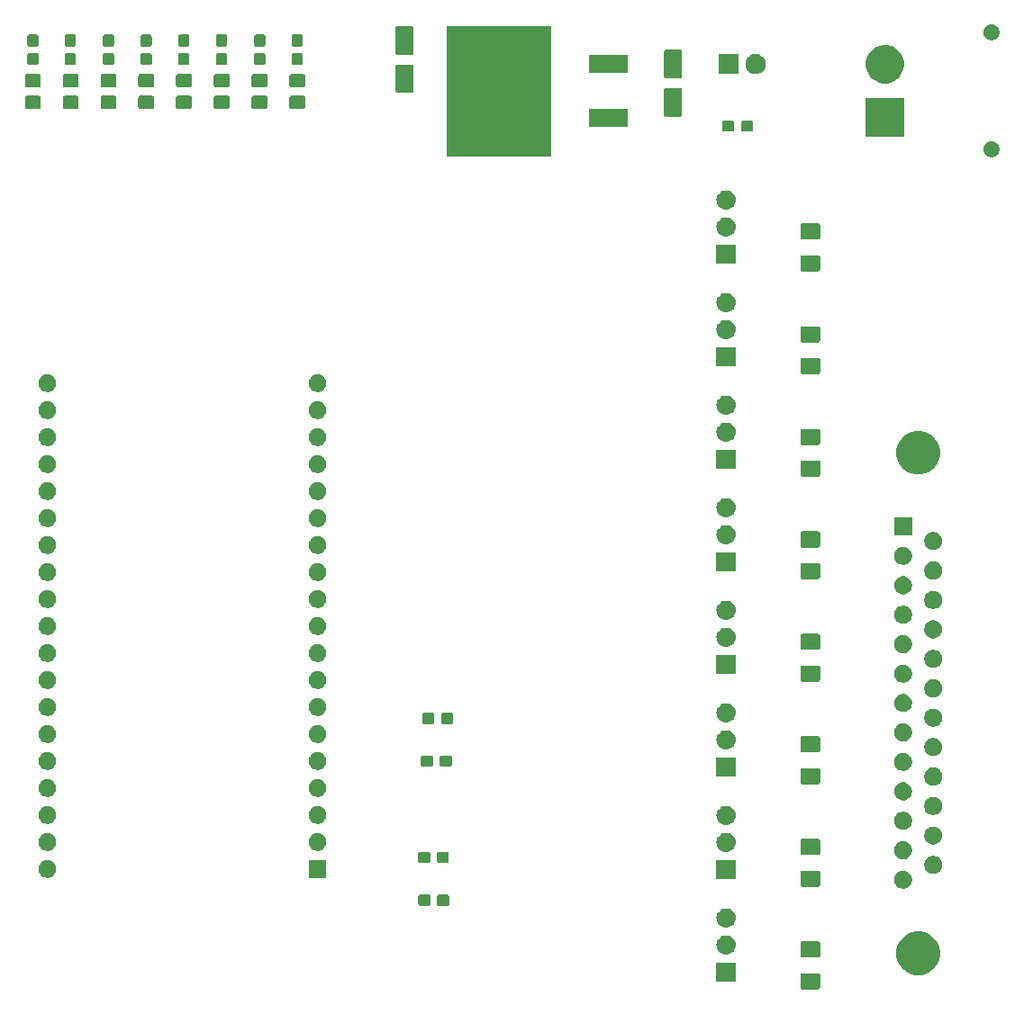
<source format=gbr>
G04 #@! TF.GenerationSoftware,KiCad,Pcbnew,(5.1.4)-1*
G04 #@! TF.CreationDate,2020-09-30T13:08:59+02:00*
G04 #@! TF.ProjectId,car_controller,6361725f-636f-46e7-9472-6f6c6c65722e,rev?*
G04 #@! TF.SameCoordinates,Original*
G04 #@! TF.FileFunction,Soldermask,Top*
G04 #@! TF.FilePolarity,Negative*
%FSLAX46Y46*%
G04 Gerber Fmt 4.6, Leading zero omitted, Abs format (unit mm)*
G04 Created by KiCad (PCBNEW (5.1.4)-1) date 2020-09-30 13:08:59*
%MOMM*%
%LPD*%
G04 APERTURE LIST*
%ADD10C,0.100000*%
G04 APERTURE END LIST*
D10*
G36*
X147150562Y-129065681D02*
G01*
X147185481Y-129076274D01*
X147217663Y-129093476D01*
X147245873Y-129116627D01*
X147269024Y-129144837D01*
X147286226Y-129177019D01*
X147296819Y-129211938D01*
X147301000Y-129254395D01*
X147301000Y-130395605D01*
X147296819Y-130438062D01*
X147286226Y-130472981D01*
X147269024Y-130505163D01*
X147245873Y-130533373D01*
X147217663Y-130556524D01*
X147185481Y-130573726D01*
X147150562Y-130584319D01*
X147108105Y-130588500D01*
X145641895Y-130588500D01*
X145599438Y-130584319D01*
X145564519Y-130573726D01*
X145532337Y-130556524D01*
X145504127Y-130533373D01*
X145480976Y-130505163D01*
X145463774Y-130472981D01*
X145453181Y-130438062D01*
X145449000Y-130395605D01*
X145449000Y-129254395D01*
X145453181Y-129211938D01*
X145463774Y-129177019D01*
X145480976Y-129144837D01*
X145504127Y-129116627D01*
X145532337Y-129093476D01*
X145564519Y-129076274D01*
X145599438Y-129065681D01*
X145641895Y-129061500D01*
X147108105Y-129061500D01*
X147150562Y-129065681D01*
X147150562Y-129065681D01*
G37*
G36*
X139356000Y-129846000D02*
G01*
X137554000Y-129846000D01*
X137554000Y-128044000D01*
X139356000Y-128044000D01*
X139356000Y-129846000D01*
X139356000Y-129846000D01*
G37*
G36*
X157118254Y-125222818D02*
G01*
X157491511Y-125377426D01*
X157491513Y-125377427D01*
X157827436Y-125601884D01*
X158113116Y-125887564D01*
X158323229Y-126202019D01*
X158337574Y-126223489D01*
X158492182Y-126596746D01*
X158571000Y-126992993D01*
X158571000Y-127397007D01*
X158492182Y-127793254D01*
X158337574Y-128166511D01*
X158337573Y-128166513D01*
X158113116Y-128502436D01*
X157827436Y-128788116D01*
X157491513Y-129012573D01*
X157491512Y-129012574D01*
X157491511Y-129012574D01*
X157118254Y-129167182D01*
X156722007Y-129246000D01*
X156317993Y-129246000D01*
X155921746Y-129167182D01*
X155548489Y-129012574D01*
X155548488Y-129012574D01*
X155548487Y-129012573D01*
X155212564Y-128788116D01*
X154926884Y-128502436D01*
X154702427Y-128166513D01*
X154702426Y-128166511D01*
X154547818Y-127793254D01*
X154469000Y-127397007D01*
X154469000Y-126992993D01*
X154547818Y-126596746D01*
X154702426Y-126223489D01*
X154716772Y-126202019D01*
X154926884Y-125887564D01*
X155212564Y-125601884D01*
X155548487Y-125377427D01*
X155548489Y-125377426D01*
X155921746Y-125222818D01*
X156317993Y-125144000D01*
X156722007Y-125144000D01*
X157118254Y-125222818D01*
X157118254Y-125222818D01*
G37*
G36*
X147150562Y-126090681D02*
G01*
X147185481Y-126101274D01*
X147217663Y-126118476D01*
X147245873Y-126141627D01*
X147269024Y-126169837D01*
X147286226Y-126202019D01*
X147296819Y-126236938D01*
X147301000Y-126279395D01*
X147301000Y-127420605D01*
X147296819Y-127463062D01*
X147286226Y-127497981D01*
X147269024Y-127530163D01*
X147245873Y-127558373D01*
X147217663Y-127581524D01*
X147185481Y-127598726D01*
X147150562Y-127609319D01*
X147108105Y-127613500D01*
X145641895Y-127613500D01*
X145599438Y-127609319D01*
X145564519Y-127598726D01*
X145532337Y-127581524D01*
X145504127Y-127558373D01*
X145480976Y-127530163D01*
X145463774Y-127497981D01*
X145453181Y-127463062D01*
X145449000Y-127420605D01*
X145449000Y-126279395D01*
X145453181Y-126236938D01*
X145463774Y-126202019D01*
X145480976Y-126169837D01*
X145504127Y-126141627D01*
X145532337Y-126118476D01*
X145564519Y-126101274D01*
X145599438Y-126090681D01*
X145641895Y-126086500D01*
X147108105Y-126086500D01*
X147150562Y-126090681D01*
X147150562Y-126090681D01*
G37*
G36*
X138565443Y-125510519D02*
G01*
X138631627Y-125517037D01*
X138801466Y-125568557D01*
X138957991Y-125652222D01*
X138993729Y-125681552D01*
X139095186Y-125764814D01*
X139178448Y-125866271D01*
X139207778Y-125902009D01*
X139291443Y-126058534D01*
X139342963Y-126228373D01*
X139360359Y-126405000D01*
X139342963Y-126581627D01*
X139291443Y-126751466D01*
X139207778Y-126907991D01*
X139178448Y-126943729D01*
X139095186Y-127045186D01*
X138993729Y-127128448D01*
X138957991Y-127157778D01*
X138801466Y-127241443D01*
X138631627Y-127292963D01*
X138565442Y-127299482D01*
X138499260Y-127306000D01*
X138410740Y-127306000D01*
X138344558Y-127299482D01*
X138278373Y-127292963D01*
X138108534Y-127241443D01*
X137952009Y-127157778D01*
X137916271Y-127128448D01*
X137814814Y-127045186D01*
X137731552Y-126943729D01*
X137702222Y-126907991D01*
X137618557Y-126751466D01*
X137567037Y-126581627D01*
X137549641Y-126405000D01*
X137567037Y-126228373D01*
X137618557Y-126058534D01*
X137702222Y-125902009D01*
X137731552Y-125866271D01*
X137814814Y-125764814D01*
X137916271Y-125681552D01*
X137952009Y-125652222D01*
X138108534Y-125568557D01*
X138278373Y-125517037D01*
X138344557Y-125510519D01*
X138410740Y-125504000D01*
X138499260Y-125504000D01*
X138565443Y-125510519D01*
X138565443Y-125510519D01*
G37*
G36*
X138565442Y-122970518D02*
G01*
X138631627Y-122977037D01*
X138801466Y-123028557D01*
X138957991Y-123112222D01*
X138993729Y-123141552D01*
X139095186Y-123224814D01*
X139178448Y-123326271D01*
X139207778Y-123362009D01*
X139291443Y-123518534D01*
X139342963Y-123688373D01*
X139360359Y-123865000D01*
X139342963Y-124041627D01*
X139291443Y-124211466D01*
X139207778Y-124367991D01*
X139178448Y-124403729D01*
X139095186Y-124505186D01*
X138993729Y-124588448D01*
X138957991Y-124617778D01*
X138801466Y-124701443D01*
X138631627Y-124752963D01*
X138565443Y-124759481D01*
X138499260Y-124766000D01*
X138410740Y-124766000D01*
X138344557Y-124759481D01*
X138278373Y-124752963D01*
X138108534Y-124701443D01*
X137952009Y-124617778D01*
X137916271Y-124588448D01*
X137814814Y-124505186D01*
X137731552Y-124403729D01*
X137702222Y-124367991D01*
X137618557Y-124211466D01*
X137567037Y-124041627D01*
X137549641Y-123865000D01*
X137567037Y-123688373D01*
X137618557Y-123518534D01*
X137702222Y-123362009D01*
X137731552Y-123326271D01*
X137814814Y-123224814D01*
X137916271Y-123141552D01*
X137952009Y-123112222D01*
X138108534Y-123028557D01*
X138278373Y-122977037D01*
X138344558Y-122970518D01*
X138410740Y-122964000D01*
X138499260Y-122964000D01*
X138565442Y-122970518D01*
X138565442Y-122970518D01*
G37*
G36*
X110519499Y-121678445D02*
G01*
X110556995Y-121689820D01*
X110591554Y-121708292D01*
X110621847Y-121733153D01*
X110646708Y-121763446D01*
X110665180Y-121798005D01*
X110676555Y-121835501D01*
X110681000Y-121880638D01*
X110681000Y-122519362D01*
X110676555Y-122564499D01*
X110665180Y-122601995D01*
X110646708Y-122636554D01*
X110621847Y-122666847D01*
X110591554Y-122691708D01*
X110556995Y-122710180D01*
X110519499Y-122721555D01*
X110474362Y-122726000D01*
X109735638Y-122726000D01*
X109690501Y-122721555D01*
X109653005Y-122710180D01*
X109618446Y-122691708D01*
X109588153Y-122666847D01*
X109563292Y-122636554D01*
X109544820Y-122601995D01*
X109533445Y-122564499D01*
X109529000Y-122519362D01*
X109529000Y-121880638D01*
X109533445Y-121835501D01*
X109544820Y-121798005D01*
X109563292Y-121763446D01*
X109588153Y-121733153D01*
X109618446Y-121708292D01*
X109653005Y-121689820D01*
X109690501Y-121678445D01*
X109735638Y-121674000D01*
X110474362Y-121674000D01*
X110519499Y-121678445D01*
X110519499Y-121678445D01*
G37*
G36*
X112269499Y-121678445D02*
G01*
X112306995Y-121689820D01*
X112341554Y-121708292D01*
X112371847Y-121733153D01*
X112396708Y-121763446D01*
X112415180Y-121798005D01*
X112426555Y-121835501D01*
X112431000Y-121880638D01*
X112431000Y-122519362D01*
X112426555Y-122564499D01*
X112415180Y-122601995D01*
X112396708Y-122636554D01*
X112371847Y-122666847D01*
X112341554Y-122691708D01*
X112306995Y-122710180D01*
X112269499Y-122721555D01*
X112224362Y-122726000D01*
X111485638Y-122726000D01*
X111440501Y-122721555D01*
X111403005Y-122710180D01*
X111368446Y-122691708D01*
X111338153Y-122666847D01*
X111313292Y-122636554D01*
X111294820Y-122601995D01*
X111283445Y-122564499D01*
X111279000Y-122519362D01*
X111279000Y-121880638D01*
X111283445Y-121835501D01*
X111294820Y-121798005D01*
X111313292Y-121763446D01*
X111338153Y-121733153D01*
X111368446Y-121708292D01*
X111403005Y-121689820D01*
X111440501Y-121678445D01*
X111485638Y-121674000D01*
X112224362Y-121674000D01*
X112269499Y-121678445D01*
X112269499Y-121678445D01*
G37*
G36*
X155348228Y-119446703D02*
G01*
X155503100Y-119510853D01*
X155642481Y-119603985D01*
X155761015Y-119722519D01*
X155854147Y-119861900D01*
X155918297Y-120016772D01*
X155951000Y-120181184D01*
X155951000Y-120348816D01*
X155918297Y-120513228D01*
X155854147Y-120668100D01*
X155761015Y-120807481D01*
X155642481Y-120926015D01*
X155503100Y-121019147D01*
X155348228Y-121083297D01*
X155183816Y-121116000D01*
X155016184Y-121116000D01*
X154851772Y-121083297D01*
X154696900Y-121019147D01*
X154557519Y-120926015D01*
X154438985Y-120807481D01*
X154345853Y-120668100D01*
X154281703Y-120513228D01*
X154249000Y-120348816D01*
X154249000Y-120181184D01*
X154281703Y-120016772D01*
X154345853Y-119861900D01*
X154438985Y-119722519D01*
X154557519Y-119603985D01*
X154696900Y-119510853D01*
X154851772Y-119446703D01*
X155016184Y-119414000D01*
X155183816Y-119414000D01*
X155348228Y-119446703D01*
X155348228Y-119446703D01*
G37*
G36*
X147150562Y-119415681D02*
G01*
X147185481Y-119426274D01*
X147217663Y-119443476D01*
X147245873Y-119466627D01*
X147269024Y-119494837D01*
X147286226Y-119527019D01*
X147296819Y-119561938D01*
X147301000Y-119604395D01*
X147301000Y-120745605D01*
X147296819Y-120788062D01*
X147286226Y-120822981D01*
X147269024Y-120855163D01*
X147245873Y-120883373D01*
X147217663Y-120906524D01*
X147185481Y-120923726D01*
X147150562Y-120934319D01*
X147108105Y-120938500D01*
X145641895Y-120938500D01*
X145599438Y-120934319D01*
X145564519Y-120923726D01*
X145532337Y-120906524D01*
X145504127Y-120883373D01*
X145480976Y-120855163D01*
X145463774Y-120822981D01*
X145453181Y-120788062D01*
X145449000Y-120745605D01*
X145449000Y-119604395D01*
X145453181Y-119561938D01*
X145463774Y-119527019D01*
X145480976Y-119494837D01*
X145504127Y-119466627D01*
X145532337Y-119443476D01*
X145564519Y-119426274D01*
X145599438Y-119415681D01*
X145641895Y-119411500D01*
X147108105Y-119411500D01*
X147150562Y-119415681D01*
X147150562Y-119415681D01*
G37*
G36*
X139356000Y-120196000D02*
G01*
X137554000Y-120196000D01*
X137554000Y-118394000D01*
X139356000Y-118394000D01*
X139356000Y-120196000D01*
X139356000Y-120196000D01*
G37*
G36*
X74907394Y-118465934D02*
G01*
X75058624Y-118528576D01*
X75058626Y-118528577D01*
X75194732Y-118619520D01*
X75310480Y-118735268D01*
X75351183Y-118796185D01*
X75401424Y-118871376D01*
X75464066Y-119022606D01*
X75496000Y-119183152D01*
X75496000Y-119346848D01*
X75464066Y-119507394D01*
X75411562Y-119634148D01*
X75401423Y-119658626D01*
X75310480Y-119794732D01*
X75194732Y-119910480D01*
X75058626Y-120001423D01*
X75058625Y-120001424D01*
X75058624Y-120001424D01*
X74907394Y-120064066D01*
X74746848Y-120096000D01*
X74583152Y-120096000D01*
X74422606Y-120064066D01*
X74271376Y-120001424D01*
X74271375Y-120001424D01*
X74271374Y-120001423D01*
X74135268Y-119910480D01*
X74019520Y-119794732D01*
X73928577Y-119658626D01*
X73918438Y-119634148D01*
X73865934Y-119507394D01*
X73834000Y-119346848D01*
X73834000Y-119183152D01*
X73865934Y-119022606D01*
X73928576Y-118871376D01*
X73978817Y-118796185D01*
X74019520Y-118735268D01*
X74135268Y-118619520D01*
X74271374Y-118528577D01*
X74271376Y-118528576D01*
X74422606Y-118465934D01*
X74583152Y-118434000D01*
X74746848Y-118434000D01*
X74907394Y-118465934D01*
X74907394Y-118465934D01*
G37*
G36*
X100896000Y-120096000D02*
G01*
X99234000Y-120096000D01*
X99234000Y-118434000D01*
X100896000Y-118434000D01*
X100896000Y-120096000D01*
X100896000Y-120096000D01*
G37*
G36*
X158188228Y-118061703D02*
G01*
X158343100Y-118125853D01*
X158482481Y-118218985D01*
X158601015Y-118337519D01*
X158694147Y-118476900D01*
X158758297Y-118631772D01*
X158791000Y-118796184D01*
X158791000Y-118963816D01*
X158758297Y-119128228D01*
X158694147Y-119283100D01*
X158601015Y-119422481D01*
X158482481Y-119541015D01*
X158343100Y-119634147D01*
X158188228Y-119698297D01*
X158023816Y-119731000D01*
X157856184Y-119731000D01*
X157691772Y-119698297D01*
X157536900Y-119634147D01*
X157397519Y-119541015D01*
X157278985Y-119422481D01*
X157185853Y-119283100D01*
X157121703Y-119128228D01*
X157089000Y-118963816D01*
X157089000Y-118796184D01*
X157121703Y-118631772D01*
X157185853Y-118476900D01*
X157278985Y-118337519D01*
X157397519Y-118218985D01*
X157536900Y-118125853D01*
X157691772Y-118061703D01*
X157856184Y-118029000D01*
X158023816Y-118029000D01*
X158188228Y-118061703D01*
X158188228Y-118061703D01*
G37*
G36*
X110494499Y-117653445D02*
G01*
X110531995Y-117664820D01*
X110566554Y-117683292D01*
X110596847Y-117708153D01*
X110621708Y-117738446D01*
X110640180Y-117773005D01*
X110651555Y-117810501D01*
X110656000Y-117855638D01*
X110656000Y-118494362D01*
X110651555Y-118539499D01*
X110640180Y-118576995D01*
X110621708Y-118611554D01*
X110596847Y-118641847D01*
X110566554Y-118666708D01*
X110531995Y-118685180D01*
X110494499Y-118696555D01*
X110449362Y-118701000D01*
X109710638Y-118701000D01*
X109665501Y-118696555D01*
X109628005Y-118685180D01*
X109593446Y-118666708D01*
X109563153Y-118641847D01*
X109538292Y-118611554D01*
X109519820Y-118576995D01*
X109508445Y-118539499D01*
X109504000Y-118494362D01*
X109504000Y-117855638D01*
X109508445Y-117810501D01*
X109519820Y-117773005D01*
X109538292Y-117738446D01*
X109563153Y-117708153D01*
X109593446Y-117683292D01*
X109628005Y-117664820D01*
X109665501Y-117653445D01*
X109710638Y-117649000D01*
X110449362Y-117649000D01*
X110494499Y-117653445D01*
X110494499Y-117653445D01*
G37*
G36*
X112244499Y-117653445D02*
G01*
X112281995Y-117664820D01*
X112316554Y-117683292D01*
X112346847Y-117708153D01*
X112371708Y-117738446D01*
X112390180Y-117773005D01*
X112401555Y-117810501D01*
X112406000Y-117855638D01*
X112406000Y-118494362D01*
X112401555Y-118539499D01*
X112390180Y-118576995D01*
X112371708Y-118611554D01*
X112346847Y-118641847D01*
X112316554Y-118666708D01*
X112281995Y-118685180D01*
X112244499Y-118696555D01*
X112199362Y-118701000D01*
X111460638Y-118701000D01*
X111415501Y-118696555D01*
X111378005Y-118685180D01*
X111343446Y-118666708D01*
X111313153Y-118641847D01*
X111288292Y-118611554D01*
X111269820Y-118576995D01*
X111258445Y-118539499D01*
X111254000Y-118494362D01*
X111254000Y-117855638D01*
X111258445Y-117810501D01*
X111269820Y-117773005D01*
X111288292Y-117738446D01*
X111313153Y-117708153D01*
X111343446Y-117683292D01*
X111378005Y-117664820D01*
X111415501Y-117653445D01*
X111460638Y-117649000D01*
X112199362Y-117649000D01*
X112244499Y-117653445D01*
X112244499Y-117653445D01*
G37*
G36*
X155348228Y-116676703D02*
G01*
X155503100Y-116740853D01*
X155642481Y-116833985D01*
X155761015Y-116952519D01*
X155854147Y-117091900D01*
X155918297Y-117246772D01*
X155951000Y-117411184D01*
X155951000Y-117578816D01*
X155918297Y-117743228D01*
X155854147Y-117898100D01*
X155761015Y-118037481D01*
X155642481Y-118156015D01*
X155503100Y-118249147D01*
X155348228Y-118313297D01*
X155183816Y-118346000D01*
X155016184Y-118346000D01*
X154851772Y-118313297D01*
X154696900Y-118249147D01*
X154557519Y-118156015D01*
X154438985Y-118037481D01*
X154345853Y-117898100D01*
X154281703Y-117743228D01*
X154249000Y-117578816D01*
X154249000Y-117411184D01*
X154281703Y-117246772D01*
X154345853Y-117091900D01*
X154438985Y-116952519D01*
X154557519Y-116833985D01*
X154696900Y-116740853D01*
X154851772Y-116676703D01*
X155016184Y-116644000D01*
X155183816Y-116644000D01*
X155348228Y-116676703D01*
X155348228Y-116676703D01*
G37*
G36*
X147150562Y-116440681D02*
G01*
X147185481Y-116451274D01*
X147217663Y-116468476D01*
X147245873Y-116491627D01*
X147269024Y-116519837D01*
X147286226Y-116552019D01*
X147296819Y-116586938D01*
X147301000Y-116629395D01*
X147301000Y-117770605D01*
X147296819Y-117813062D01*
X147286226Y-117847981D01*
X147269024Y-117880163D01*
X147245873Y-117908373D01*
X147217663Y-117931524D01*
X147185481Y-117948726D01*
X147150562Y-117959319D01*
X147108105Y-117963500D01*
X145641895Y-117963500D01*
X145599438Y-117959319D01*
X145564519Y-117948726D01*
X145532337Y-117931524D01*
X145504127Y-117908373D01*
X145480976Y-117880163D01*
X145463774Y-117847981D01*
X145453181Y-117813062D01*
X145449000Y-117770605D01*
X145449000Y-116629395D01*
X145453181Y-116586938D01*
X145463774Y-116552019D01*
X145480976Y-116519837D01*
X145504127Y-116491627D01*
X145532337Y-116468476D01*
X145564519Y-116451274D01*
X145599438Y-116440681D01*
X145641895Y-116436500D01*
X147108105Y-116436500D01*
X147150562Y-116440681D01*
X147150562Y-116440681D01*
G37*
G36*
X138565442Y-115860518D02*
G01*
X138631627Y-115867037D01*
X138801466Y-115918557D01*
X138957991Y-116002222D01*
X138987190Y-116026185D01*
X139095186Y-116114814D01*
X139178448Y-116216271D01*
X139207778Y-116252009D01*
X139291443Y-116408534D01*
X139342963Y-116578373D01*
X139360359Y-116755000D01*
X139342963Y-116931627D01*
X139291443Y-117101466D01*
X139207778Y-117257991D01*
X139178448Y-117293729D01*
X139095186Y-117395186D01*
X138993729Y-117478448D01*
X138957991Y-117507778D01*
X138801466Y-117591443D01*
X138631627Y-117642963D01*
X138570331Y-117649000D01*
X138499260Y-117656000D01*
X138410740Y-117656000D01*
X138339669Y-117649000D01*
X138278373Y-117642963D01*
X138108534Y-117591443D01*
X137952009Y-117507778D01*
X137916271Y-117478448D01*
X137814814Y-117395186D01*
X137731552Y-117293729D01*
X137702222Y-117257991D01*
X137618557Y-117101466D01*
X137567037Y-116931627D01*
X137549641Y-116755000D01*
X137567037Y-116578373D01*
X137618557Y-116408534D01*
X137702222Y-116252009D01*
X137731552Y-116216271D01*
X137814814Y-116114814D01*
X137922810Y-116026185D01*
X137952009Y-116002222D01*
X138108534Y-115918557D01*
X138278373Y-115867037D01*
X138344558Y-115860518D01*
X138410740Y-115854000D01*
X138499260Y-115854000D01*
X138565442Y-115860518D01*
X138565442Y-115860518D01*
G37*
G36*
X74907394Y-115925934D02*
G01*
X75058624Y-115988576D01*
X75058626Y-115988577D01*
X75194732Y-116079520D01*
X75310480Y-116195268D01*
X75348393Y-116252009D01*
X75401424Y-116331376D01*
X75464066Y-116482606D01*
X75496000Y-116643152D01*
X75496000Y-116806848D01*
X75464066Y-116967394D01*
X75412492Y-117091903D01*
X75401423Y-117118626D01*
X75310480Y-117254732D01*
X75194732Y-117370480D01*
X75058626Y-117461423D01*
X75058625Y-117461424D01*
X75058624Y-117461424D01*
X74907394Y-117524066D01*
X74746848Y-117556000D01*
X74583152Y-117556000D01*
X74422606Y-117524066D01*
X74271376Y-117461424D01*
X74271375Y-117461424D01*
X74271374Y-117461423D01*
X74135268Y-117370480D01*
X74019520Y-117254732D01*
X73928577Y-117118626D01*
X73917508Y-117091903D01*
X73865934Y-116967394D01*
X73834000Y-116806848D01*
X73834000Y-116643152D01*
X73865934Y-116482606D01*
X73928576Y-116331376D01*
X73981607Y-116252009D01*
X74019520Y-116195268D01*
X74135268Y-116079520D01*
X74271374Y-115988577D01*
X74271376Y-115988576D01*
X74422606Y-115925934D01*
X74583152Y-115894000D01*
X74746848Y-115894000D01*
X74907394Y-115925934D01*
X74907394Y-115925934D01*
G37*
G36*
X100307394Y-115925934D02*
G01*
X100458624Y-115988576D01*
X100458626Y-115988577D01*
X100594732Y-116079520D01*
X100710480Y-116195268D01*
X100748393Y-116252009D01*
X100801424Y-116331376D01*
X100864066Y-116482606D01*
X100896000Y-116643152D01*
X100896000Y-116806848D01*
X100864066Y-116967394D01*
X100812492Y-117091903D01*
X100801423Y-117118626D01*
X100710480Y-117254732D01*
X100594732Y-117370480D01*
X100458626Y-117461423D01*
X100458625Y-117461424D01*
X100458624Y-117461424D01*
X100307394Y-117524066D01*
X100146848Y-117556000D01*
X99983152Y-117556000D01*
X99822606Y-117524066D01*
X99671376Y-117461424D01*
X99671375Y-117461424D01*
X99671374Y-117461423D01*
X99535268Y-117370480D01*
X99419520Y-117254732D01*
X99328577Y-117118626D01*
X99317508Y-117091903D01*
X99265934Y-116967394D01*
X99234000Y-116806848D01*
X99234000Y-116643152D01*
X99265934Y-116482606D01*
X99328576Y-116331376D01*
X99381607Y-116252009D01*
X99419520Y-116195268D01*
X99535268Y-116079520D01*
X99671374Y-115988577D01*
X99671376Y-115988576D01*
X99822606Y-115925934D01*
X99983152Y-115894000D01*
X100146848Y-115894000D01*
X100307394Y-115925934D01*
X100307394Y-115925934D01*
G37*
G36*
X158188228Y-115291703D02*
G01*
X158343100Y-115355853D01*
X158482481Y-115448985D01*
X158601015Y-115567519D01*
X158694147Y-115706900D01*
X158758297Y-115861772D01*
X158791000Y-116026184D01*
X158791000Y-116193816D01*
X158758297Y-116358228D01*
X158694147Y-116513100D01*
X158601015Y-116652481D01*
X158482481Y-116771015D01*
X158343100Y-116864147D01*
X158188228Y-116928297D01*
X158023816Y-116961000D01*
X157856184Y-116961000D01*
X157691772Y-116928297D01*
X157536900Y-116864147D01*
X157397519Y-116771015D01*
X157278985Y-116652481D01*
X157185853Y-116513100D01*
X157121703Y-116358228D01*
X157089000Y-116193816D01*
X157089000Y-116026184D01*
X157121703Y-115861772D01*
X157185853Y-115706900D01*
X157278985Y-115567519D01*
X157397519Y-115448985D01*
X157536900Y-115355853D01*
X157691772Y-115291703D01*
X157856184Y-115259000D01*
X158023816Y-115259000D01*
X158188228Y-115291703D01*
X158188228Y-115291703D01*
G37*
G36*
X155348228Y-113906703D02*
G01*
X155503100Y-113970853D01*
X155642481Y-114063985D01*
X155761015Y-114182519D01*
X155854147Y-114321900D01*
X155918297Y-114476772D01*
X155951000Y-114641184D01*
X155951000Y-114808816D01*
X155918297Y-114973228D01*
X155854147Y-115128100D01*
X155761015Y-115267481D01*
X155642481Y-115386015D01*
X155503100Y-115479147D01*
X155348228Y-115543297D01*
X155183816Y-115576000D01*
X155016184Y-115576000D01*
X154851772Y-115543297D01*
X154696900Y-115479147D01*
X154557519Y-115386015D01*
X154438985Y-115267481D01*
X154345853Y-115128100D01*
X154281703Y-114973228D01*
X154249000Y-114808816D01*
X154249000Y-114641184D01*
X154281703Y-114476772D01*
X154345853Y-114321900D01*
X154438985Y-114182519D01*
X154557519Y-114063985D01*
X154696900Y-113970853D01*
X154851772Y-113906703D01*
X155016184Y-113874000D01*
X155183816Y-113874000D01*
X155348228Y-113906703D01*
X155348228Y-113906703D01*
G37*
G36*
X138565442Y-113320518D02*
G01*
X138631627Y-113327037D01*
X138801466Y-113378557D01*
X138957991Y-113462222D01*
X138993729Y-113491552D01*
X139095186Y-113574814D01*
X139178448Y-113676271D01*
X139207778Y-113712009D01*
X139291443Y-113868534D01*
X139342963Y-114038373D01*
X139360359Y-114215000D01*
X139342963Y-114391627D01*
X139291443Y-114561466D01*
X139207778Y-114717991D01*
X139178448Y-114753729D01*
X139095186Y-114855186D01*
X138993729Y-114938448D01*
X138957991Y-114967778D01*
X138801466Y-115051443D01*
X138631627Y-115102963D01*
X138565442Y-115109482D01*
X138499260Y-115116000D01*
X138410740Y-115116000D01*
X138344558Y-115109482D01*
X138278373Y-115102963D01*
X138108534Y-115051443D01*
X137952009Y-114967778D01*
X137916271Y-114938448D01*
X137814814Y-114855186D01*
X137731552Y-114753729D01*
X137702222Y-114717991D01*
X137618557Y-114561466D01*
X137567037Y-114391627D01*
X137549641Y-114215000D01*
X137567037Y-114038373D01*
X137618557Y-113868534D01*
X137702222Y-113712009D01*
X137731552Y-113676271D01*
X137814814Y-113574814D01*
X137916271Y-113491552D01*
X137952009Y-113462222D01*
X138108534Y-113378557D01*
X138278373Y-113327037D01*
X138344558Y-113320518D01*
X138410740Y-113314000D01*
X138499260Y-113314000D01*
X138565442Y-113320518D01*
X138565442Y-113320518D01*
G37*
G36*
X74907394Y-113385934D02*
G01*
X75058624Y-113448576D01*
X75058626Y-113448577D01*
X75194732Y-113539520D01*
X75310480Y-113655268D01*
X75348393Y-113712009D01*
X75401424Y-113791376D01*
X75464066Y-113942606D01*
X75496000Y-114103152D01*
X75496000Y-114266848D01*
X75464066Y-114427394D01*
X75408531Y-114561466D01*
X75401423Y-114578626D01*
X75310480Y-114714732D01*
X75194732Y-114830480D01*
X75058626Y-114921423D01*
X75058625Y-114921424D01*
X75058624Y-114921424D01*
X74907394Y-114984066D01*
X74746848Y-115016000D01*
X74583152Y-115016000D01*
X74422606Y-114984066D01*
X74271376Y-114921424D01*
X74271375Y-114921424D01*
X74271374Y-114921423D01*
X74135268Y-114830480D01*
X74019520Y-114714732D01*
X73928577Y-114578626D01*
X73921469Y-114561466D01*
X73865934Y-114427394D01*
X73834000Y-114266848D01*
X73834000Y-114103152D01*
X73865934Y-113942606D01*
X73928576Y-113791376D01*
X73981607Y-113712009D01*
X74019520Y-113655268D01*
X74135268Y-113539520D01*
X74271374Y-113448577D01*
X74271376Y-113448576D01*
X74422606Y-113385934D01*
X74583152Y-113354000D01*
X74746848Y-113354000D01*
X74907394Y-113385934D01*
X74907394Y-113385934D01*
G37*
G36*
X100307394Y-113385934D02*
G01*
X100458624Y-113448576D01*
X100458626Y-113448577D01*
X100594732Y-113539520D01*
X100710480Y-113655268D01*
X100748393Y-113712009D01*
X100801424Y-113791376D01*
X100864066Y-113942606D01*
X100896000Y-114103152D01*
X100896000Y-114266848D01*
X100864066Y-114427394D01*
X100808531Y-114561466D01*
X100801423Y-114578626D01*
X100710480Y-114714732D01*
X100594732Y-114830480D01*
X100458626Y-114921423D01*
X100458625Y-114921424D01*
X100458624Y-114921424D01*
X100307394Y-114984066D01*
X100146848Y-115016000D01*
X99983152Y-115016000D01*
X99822606Y-114984066D01*
X99671376Y-114921424D01*
X99671375Y-114921424D01*
X99671374Y-114921423D01*
X99535268Y-114830480D01*
X99419520Y-114714732D01*
X99328577Y-114578626D01*
X99321469Y-114561466D01*
X99265934Y-114427394D01*
X99234000Y-114266848D01*
X99234000Y-114103152D01*
X99265934Y-113942606D01*
X99328576Y-113791376D01*
X99381607Y-113712009D01*
X99419520Y-113655268D01*
X99535268Y-113539520D01*
X99671374Y-113448577D01*
X99671376Y-113448576D01*
X99822606Y-113385934D01*
X99983152Y-113354000D01*
X100146848Y-113354000D01*
X100307394Y-113385934D01*
X100307394Y-113385934D01*
G37*
G36*
X158188228Y-112521703D02*
G01*
X158343100Y-112585853D01*
X158482481Y-112678985D01*
X158601015Y-112797519D01*
X158694147Y-112936900D01*
X158758297Y-113091772D01*
X158791000Y-113256184D01*
X158791000Y-113423816D01*
X158758297Y-113588228D01*
X158694147Y-113743100D01*
X158601015Y-113882481D01*
X158482481Y-114001015D01*
X158343100Y-114094147D01*
X158188228Y-114158297D01*
X158023816Y-114191000D01*
X157856184Y-114191000D01*
X157691772Y-114158297D01*
X157536900Y-114094147D01*
X157397519Y-114001015D01*
X157278985Y-113882481D01*
X157185853Y-113743100D01*
X157121703Y-113588228D01*
X157089000Y-113423816D01*
X157089000Y-113256184D01*
X157121703Y-113091772D01*
X157185853Y-112936900D01*
X157278985Y-112797519D01*
X157397519Y-112678985D01*
X157536900Y-112585853D01*
X157691772Y-112521703D01*
X157856184Y-112489000D01*
X158023816Y-112489000D01*
X158188228Y-112521703D01*
X158188228Y-112521703D01*
G37*
G36*
X155348228Y-111136703D02*
G01*
X155503100Y-111200853D01*
X155642481Y-111293985D01*
X155761015Y-111412519D01*
X155854147Y-111551900D01*
X155918297Y-111706772D01*
X155951000Y-111871184D01*
X155951000Y-112038816D01*
X155918297Y-112203228D01*
X155854147Y-112358100D01*
X155761015Y-112497481D01*
X155642481Y-112616015D01*
X155503100Y-112709147D01*
X155348228Y-112773297D01*
X155183816Y-112806000D01*
X155016184Y-112806000D01*
X154851772Y-112773297D01*
X154696900Y-112709147D01*
X154557519Y-112616015D01*
X154438985Y-112497481D01*
X154345853Y-112358100D01*
X154281703Y-112203228D01*
X154249000Y-112038816D01*
X154249000Y-111871184D01*
X154281703Y-111706772D01*
X154345853Y-111551900D01*
X154438985Y-111412519D01*
X154557519Y-111293985D01*
X154696900Y-111200853D01*
X154851772Y-111136703D01*
X155016184Y-111104000D01*
X155183816Y-111104000D01*
X155348228Y-111136703D01*
X155348228Y-111136703D01*
G37*
G36*
X74907394Y-110845934D02*
G01*
X75058624Y-110908576D01*
X75058626Y-110908577D01*
X75194732Y-110999520D01*
X75310480Y-111115268D01*
X75389395Y-111233373D01*
X75401424Y-111251376D01*
X75464066Y-111402606D01*
X75496000Y-111563152D01*
X75496000Y-111726848D01*
X75464066Y-111887394D01*
X75401424Y-112038624D01*
X75401423Y-112038626D01*
X75310480Y-112174732D01*
X75194732Y-112290480D01*
X75058626Y-112381423D01*
X75058625Y-112381424D01*
X75058624Y-112381424D01*
X74907394Y-112444066D01*
X74746848Y-112476000D01*
X74583152Y-112476000D01*
X74422606Y-112444066D01*
X74271376Y-112381424D01*
X74271375Y-112381424D01*
X74271374Y-112381423D01*
X74135268Y-112290480D01*
X74019520Y-112174732D01*
X73928577Y-112038626D01*
X73928576Y-112038624D01*
X73865934Y-111887394D01*
X73834000Y-111726848D01*
X73834000Y-111563152D01*
X73865934Y-111402606D01*
X73928576Y-111251376D01*
X73940605Y-111233373D01*
X74019520Y-111115268D01*
X74135268Y-110999520D01*
X74271374Y-110908577D01*
X74271376Y-110908576D01*
X74422606Y-110845934D01*
X74583152Y-110814000D01*
X74746848Y-110814000D01*
X74907394Y-110845934D01*
X74907394Y-110845934D01*
G37*
G36*
X100307394Y-110845934D02*
G01*
X100458624Y-110908576D01*
X100458626Y-110908577D01*
X100594732Y-110999520D01*
X100710480Y-111115268D01*
X100789395Y-111233373D01*
X100801424Y-111251376D01*
X100864066Y-111402606D01*
X100896000Y-111563152D01*
X100896000Y-111726848D01*
X100864066Y-111887394D01*
X100801424Y-112038624D01*
X100801423Y-112038626D01*
X100710480Y-112174732D01*
X100594732Y-112290480D01*
X100458626Y-112381423D01*
X100458625Y-112381424D01*
X100458624Y-112381424D01*
X100307394Y-112444066D01*
X100146848Y-112476000D01*
X99983152Y-112476000D01*
X99822606Y-112444066D01*
X99671376Y-112381424D01*
X99671375Y-112381424D01*
X99671374Y-112381423D01*
X99535268Y-112290480D01*
X99419520Y-112174732D01*
X99328577Y-112038626D01*
X99328576Y-112038624D01*
X99265934Y-111887394D01*
X99234000Y-111726848D01*
X99234000Y-111563152D01*
X99265934Y-111402606D01*
X99328576Y-111251376D01*
X99340605Y-111233373D01*
X99419520Y-111115268D01*
X99535268Y-110999520D01*
X99671374Y-110908577D01*
X99671376Y-110908576D01*
X99822606Y-110845934D01*
X99983152Y-110814000D01*
X100146848Y-110814000D01*
X100307394Y-110845934D01*
X100307394Y-110845934D01*
G37*
G36*
X158188228Y-109751703D02*
G01*
X158343100Y-109815853D01*
X158482481Y-109908985D01*
X158601015Y-110027519D01*
X158694147Y-110166900D01*
X158758297Y-110321772D01*
X158791000Y-110486184D01*
X158791000Y-110653816D01*
X158758297Y-110818228D01*
X158694147Y-110973100D01*
X158601015Y-111112481D01*
X158482481Y-111231015D01*
X158343100Y-111324147D01*
X158188228Y-111388297D01*
X158023816Y-111421000D01*
X157856184Y-111421000D01*
X157691772Y-111388297D01*
X157536900Y-111324147D01*
X157397519Y-111231015D01*
X157278985Y-111112481D01*
X157185853Y-110973100D01*
X157121703Y-110818228D01*
X157089000Y-110653816D01*
X157089000Y-110486184D01*
X157121703Y-110321772D01*
X157185853Y-110166900D01*
X157278985Y-110027519D01*
X157397519Y-109908985D01*
X157536900Y-109815853D01*
X157691772Y-109751703D01*
X157856184Y-109719000D01*
X158023816Y-109719000D01*
X158188228Y-109751703D01*
X158188228Y-109751703D01*
G37*
G36*
X147150562Y-109765681D02*
G01*
X147185481Y-109776274D01*
X147217663Y-109793476D01*
X147245873Y-109816627D01*
X147269024Y-109844837D01*
X147286226Y-109877019D01*
X147296819Y-109911938D01*
X147301000Y-109954395D01*
X147301000Y-111095605D01*
X147296819Y-111138062D01*
X147286226Y-111172981D01*
X147269024Y-111205163D01*
X147245873Y-111233373D01*
X147217663Y-111256524D01*
X147185481Y-111273726D01*
X147150562Y-111284319D01*
X147108105Y-111288500D01*
X145641895Y-111288500D01*
X145599438Y-111284319D01*
X145564519Y-111273726D01*
X145532337Y-111256524D01*
X145504127Y-111233373D01*
X145480976Y-111205163D01*
X145463774Y-111172981D01*
X145453181Y-111138062D01*
X145449000Y-111095605D01*
X145449000Y-109954395D01*
X145453181Y-109911938D01*
X145463774Y-109877019D01*
X145480976Y-109844837D01*
X145504127Y-109816627D01*
X145532337Y-109793476D01*
X145564519Y-109776274D01*
X145599438Y-109765681D01*
X145641895Y-109761500D01*
X147108105Y-109761500D01*
X147150562Y-109765681D01*
X147150562Y-109765681D01*
G37*
G36*
X139356000Y-110546000D02*
G01*
X137554000Y-110546000D01*
X137554000Y-108744000D01*
X139356000Y-108744000D01*
X139356000Y-110546000D01*
X139356000Y-110546000D01*
G37*
G36*
X155348228Y-108366703D02*
G01*
X155503100Y-108430853D01*
X155642481Y-108523985D01*
X155761015Y-108642519D01*
X155854147Y-108781900D01*
X155918297Y-108936772D01*
X155951000Y-109101184D01*
X155951000Y-109268816D01*
X155918297Y-109433228D01*
X155854147Y-109588100D01*
X155761015Y-109727481D01*
X155642481Y-109846015D01*
X155503100Y-109939147D01*
X155348228Y-110003297D01*
X155183816Y-110036000D01*
X155016184Y-110036000D01*
X154851772Y-110003297D01*
X154696900Y-109939147D01*
X154557519Y-109846015D01*
X154438985Y-109727481D01*
X154345853Y-109588100D01*
X154281703Y-109433228D01*
X154249000Y-109268816D01*
X154249000Y-109101184D01*
X154281703Y-108936772D01*
X154345853Y-108781900D01*
X154438985Y-108642519D01*
X154557519Y-108523985D01*
X154696900Y-108430853D01*
X154851772Y-108366703D01*
X155016184Y-108334000D01*
X155183816Y-108334000D01*
X155348228Y-108366703D01*
X155348228Y-108366703D01*
G37*
G36*
X100307394Y-108305934D02*
G01*
X100454102Y-108366703D01*
X100458626Y-108368577D01*
X100594732Y-108459520D01*
X100710480Y-108575268D01*
X100792490Y-108698005D01*
X100801424Y-108711376D01*
X100864066Y-108862606D01*
X100896000Y-109023152D01*
X100896000Y-109186848D01*
X100864066Y-109347394D01*
X100815912Y-109463646D01*
X100801423Y-109498626D01*
X100710480Y-109634732D01*
X100594732Y-109750480D01*
X100458626Y-109841423D01*
X100458625Y-109841424D01*
X100458624Y-109841424D01*
X100307394Y-109904066D01*
X100146848Y-109936000D01*
X99983152Y-109936000D01*
X99822606Y-109904066D01*
X99671376Y-109841424D01*
X99671375Y-109841424D01*
X99671374Y-109841423D01*
X99535268Y-109750480D01*
X99419520Y-109634732D01*
X99328577Y-109498626D01*
X99314088Y-109463646D01*
X99265934Y-109347394D01*
X99234000Y-109186848D01*
X99234000Y-109023152D01*
X99265934Y-108862606D01*
X99328576Y-108711376D01*
X99337510Y-108698005D01*
X99419520Y-108575268D01*
X99535268Y-108459520D01*
X99671374Y-108368577D01*
X99675898Y-108366703D01*
X99822606Y-108305934D01*
X99983152Y-108274000D01*
X100146848Y-108274000D01*
X100307394Y-108305934D01*
X100307394Y-108305934D01*
G37*
G36*
X74907394Y-108305934D02*
G01*
X75054102Y-108366703D01*
X75058626Y-108368577D01*
X75194732Y-108459520D01*
X75310480Y-108575268D01*
X75392490Y-108698005D01*
X75401424Y-108711376D01*
X75464066Y-108862606D01*
X75496000Y-109023152D01*
X75496000Y-109186848D01*
X75464066Y-109347394D01*
X75415912Y-109463646D01*
X75401423Y-109498626D01*
X75310480Y-109634732D01*
X75194732Y-109750480D01*
X75058626Y-109841423D01*
X75058625Y-109841424D01*
X75058624Y-109841424D01*
X74907394Y-109904066D01*
X74746848Y-109936000D01*
X74583152Y-109936000D01*
X74422606Y-109904066D01*
X74271376Y-109841424D01*
X74271375Y-109841424D01*
X74271374Y-109841423D01*
X74135268Y-109750480D01*
X74019520Y-109634732D01*
X73928577Y-109498626D01*
X73914088Y-109463646D01*
X73865934Y-109347394D01*
X73834000Y-109186848D01*
X73834000Y-109023152D01*
X73865934Y-108862606D01*
X73928576Y-108711376D01*
X73937510Y-108698005D01*
X74019520Y-108575268D01*
X74135268Y-108459520D01*
X74271374Y-108368577D01*
X74275898Y-108366703D01*
X74422606Y-108305934D01*
X74583152Y-108274000D01*
X74746848Y-108274000D01*
X74907394Y-108305934D01*
X74907394Y-108305934D01*
G37*
G36*
X110769499Y-108578445D02*
G01*
X110806995Y-108589820D01*
X110841554Y-108608292D01*
X110871847Y-108633153D01*
X110896708Y-108663446D01*
X110915180Y-108698005D01*
X110926555Y-108735501D01*
X110931000Y-108780638D01*
X110931000Y-109419362D01*
X110926555Y-109464499D01*
X110915180Y-109501995D01*
X110896708Y-109536554D01*
X110871847Y-109566847D01*
X110841554Y-109591708D01*
X110806995Y-109610180D01*
X110769499Y-109621555D01*
X110724362Y-109626000D01*
X109985638Y-109626000D01*
X109940501Y-109621555D01*
X109903005Y-109610180D01*
X109868446Y-109591708D01*
X109838153Y-109566847D01*
X109813292Y-109536554D01*
X109794820Y-109501995D01*
X109783445Y-109464499D01*
X109779000Y-109419362D01*
X109779000Y-108780638D01*
X109783445Y-108735501D01*
X109794820Y-108698005D01*
X109813292Y-108663446D01*
X109838153Y-108633153D01*
X109868446Y-108608292D01*
X109903005Y-108589820D01*
X109940501Y-108578445D01*
X109985638Y-108574000D01*
X110724362Y-108574000D01*
X110769499Y-108578445D01*
X110769499Y-108578445D01*
G37*
G36*
X112519499Y-108578445D02*
G01*
X112556995Y-108589820D01*
X112591554Y-108608292D01*
X112621847Y-108633153D01*
X112646708Y-108663446D01*
X112665180Y-108698005D01*
X112676555Y-108735501D01*
X112681000Y-108780638D01*
X112681000Y-109419362D01*
X112676555Y-109464499D01*
X112665180Y-109501995D01*
X112646708Y-109536554D01*
X112621847Y-109566847D01*
X112591554Y-109591708D01*
X112556995Y-109610180D01*
X112519499Y-109621555D01*
X112474362Y-109626000D01*
X111735638Y-109626000D01*
X111690501Y-109621555D01*
X111653005Y-109610180D01*
X111618446Y-109591708D01*
X111588153Y-109566847D01*
X111563292Y-109536554D01*
X111544820Y-109501995D01*
X111533445Y-109464499D01*
X111529000Y-109419362D01*
X111529000Y-108780638D01*
X111533445Y-108735501D01*
X111544820Y-108698005D01*
X111563292Y-108663446D01*
X111588153Y-108633153D01*
X111618446Y-108608292D01*
X111653005Y-108589820D01*
X111690501Y-108578445D01*
X111735638Y-108574000D01*
X112474362Y-108574000D01*
X112519499Y-108578445D01*
X112519499Y-108578445D01*
G37*
G36*
X158188228Y-106981703D02*
G01*
X158343100Y-107045853D01*
X158482481Y-107138985D01*
X158601015Y-107257519D01*
X158694147Y-107396900D01*
X158758297Y-107551772D01*
X158791000Y-107716184D01*
X158791000Y-107883816D01*
X158758297Y-108048228D01*
X158694147Y-108203100D01*
X158601015Y-108342481D01*
X158482481Y-108461015D01*
X158343100Y-108554147D01*
X158188228Y-108618297D01*
X158023816Y-108651000D01*
X157856184Y-108651000D01*
X157691772Y-108618297D01*
X157536900Y-108554147D01*
X157397519Y-108461015D01*
X157278985Y-108342481D01*
X157185853Y-108203100D01*
X157121703Y-108048228D01*
X157089000Y-107883816D01*
X157089000Y-107716184D01*
X157121703Y-107551772D01*
X157185853Y-107396900D01*
X157278985Y-107257519D01*
X157397519Y-107138985D01*
X157536900Y-107045853D01*
X157691772Y-106981703D01*
X157856184Y-106949000D01*
X158023816Y-106949000D01*
X158188228Y-106981703D01*
X158188228Y-106981703D01*
G37*
G36*
X147150562Y-106790681D02*
G01*
X147185481Y-106801274D01*
X147217663Y-106818476D01*
X147245873Y-106841627D01*
X147269024Y-106869837D01*
X147286226Y-106902019D01*
X147296819Y-106936938D01*
X147301000Y-106979395D01*
X147301000Y-108120605D01*
X147296819Y-108163062D01*
X147286226Y-108197981D01*
X147269024Y-108230163D01*
X147245873Y-108258373D01*
X147217663Y-108281524D01*
X147185481Y-108298726D01*
X147150562Y-108309319D01*
X147108105Y-108313500D01*
X145641895Y-108313500D01*
X145599438Y-108309319D01*
X145564519Y-108298726D01*
X145532337Y-108281524D01*
X145504127Y-108258373D01*
X145480976Y-108230163D01*
X145463774Y-108197981D01*
X145453181Y-108163062D01*
X145449000Y-108120605D01*
X145449000Y-106979395D01*
X145453181Y-106936938D01*
X145463774Y-106902019D01*
X145480976Y-106869837D01*
X145504127Y-106841627D01*
X145532337Y-106818476D01*
X145564519Y-106801274D01*
X145599438Y-106790681D01*
X145641895Y-106786500D01*
X147108105Y-106786500D01*
X147150562Y-106790681D01*
X147150562Y-106790681D01*
G37*
G36*
X138565443Y-106210519D02*
G01*
X138631627Y-106217037D01*
X138801466Y-106268557D01*
X138957991Y-106352222D01*
X138993729Y-106381552D01*
X139095186Y-106464814D01*
X139178448Y-106566271D01*
X139207778Y-106602009D01*
X139291443Y-106758534D01*
X139342963Y-106928373D01*
X139360359Y-107105000D01*
X139342963Y-107281627D01*
X139291443Y-107451466D01*
X139207778Y-107607991D01*
X139178448Y-107643729D01*
X139095186Y-107745186D01*
X138993729Y-107828448D01*
X138957991Y-107857778D01*
X138801466Y-107941443D01*
X138631627Y-107992963D01*
X138565443Y-107999481D01*
X138499260Y-108006000D01*
X138410740Y-108006000D01*
X138344557Y-107999481D01*
X138278373Y-107992963D01*
X138108534Y-107941443D01*
X137952009Y-107857778D01*
X137916271Y-107828448D01*
X137814814Y-107745186D01*
X137731552Y-107643729D01*
X137702222Y-107607991D01*
X137618557Y-107451466D01*
X137567037Y-107281627D01*
X137549641Y-107105000D01*
X137567037Y-106928373D01*
X137618557Y-106758534D01*
X137702222Y-106602009D01*
X137731552Y-106566271D01*
X137814814Y-106464814D01*
X137916271Y-106381552D01*
X137952009Y-106352222D01*
X138108534Y-106268557D01*
X138278373Y-106217037D01*
X138344557Y-106210519D01*
X138410740Y-106204000D01*
X138499260Y-106204000D01*
X138565443Y-106210519D01*
X138565443Y-106210519D01*
G37*
G36*
X100307394Y-105765934D02*
G01*
X100458624Y-105828576D01*
X100458626Y-105828577D01*
X100594732Y-105919520D01*
X100710480Y-106035268D01*
X100798347Y-106166771D01*
X100801424Y-106171376D01*
X100864066Y-106322606D01*
X100896000Y-106483152D01*
X100896000Y-106646848D01*
X100864066Y-106807394D01*
X100805410Y-106949000D01*
X100801423Y-106958626D01*
X100710480Y-107094732D01*
X100594732Y-107210480D01*
X100458626Y-107301423D01*
X100458625Y-107301424D01*
X100458624Y-107301424D01*
X100307394Y-107364066D01*
X100146848Y-107396000D01*
X99983152Y-107396000D01*
X99822606Y-107364066D01*
X99671376Y-107301424D01*
X99671375Y-107301424D01*
X99671374Y-107301423D01*
X99535268Y-107210480D01*
X99419520Y-107094732D01*
X99328577Y-106958626D01*
X99324590Y-106949000D01*
X99265934Y-106807394D01*
X99234000Y-106646848D01*
X99234000Y-106483152D01*
X99265934Y-106322606D01*
X99328576Y-106171376D01*
X99331653Y-106166771D01*
X99419520Y-106035268D01*
X99535268Y-105919520D01*
X99671374Y-105828577D01*
X99671376Y-105828576D01*
X99822606Y-105765934D01*
X99983152Y-105734000D01*
X100146848Y-105734000D01*
X100307394Y-105765934D01*
X100307394Y-105765934D01*
G37*
G36*
X74907394Y-105765934D02*
G01*
X75058624Y-105828576D01*
X75058626Y-105828577D01*
X75194732Y-105919520D01*
X75310480Y-106035268D01*
X75398347Y-106166771D01*
X75401424Y-106171376D01*
X75464066Y-106322606D01*
X75496000Y-106483152D01*
X75496000Y-106646848D01*
X75464066Y-106807394D01*
X75405410Y-106949000D01*
X75401423Y-106958626D01*
X75310480Y-107094732D01*
X75194732Y-107210480D01*
X75058626Y-107301423D01*
X75058625Y-107301424D01*
X75058624Y-107301424D01*
X74907394Y-107364066D01*
X74746848Y-107396000D01*
X74583152Y-107396000D01*
X74422606Y-107364066D01*
X74271376Y-107301424D01*
X74271375Y-107301424D01*
X74271374Y-107301423D01*
X74135268Y-107210480D01*
X74019520Y-107094732D01*
X73928577Y-106958626D01*
X73924590Y-106949000D01*
X73865934Y-106807394D01*
X73834000Y-106646848D01*
X73834000Y-106483152D01*
X73865934Y-106322606D01*
X73928576Y-106171376D01*
X73931653Y-106166771D01*
X74019520Y-106035268D01*
X74135268Y-105919520D01*
X74271374Y-105828577D01*
X74271376Y-105828576D01*
X74422606Y-105765934D01*
X74583152Y-105734000D01*
X74746848Y-105734000D01*
X74907394Y-105765934D01*
X74907394Y-105765934D01*
G37*
G36*
X155348228Y-105596703D02*
G01*
X155503100Y-105660853D01*
X155642481Y-105753985D01*
X155761015Y-105872519D01*
X155854147Y-106011900D01*
X155918297Y-106166772D01*
X155951000Y-106331184D01*
X155951000Y-106498816D01*
X155918297Y-106663228D01*
X155854147Y-106818100D01*
X155761015Y-106957481D01*
X155642481Y-107076015D01*
X155503100Y-107169147D01*
X155348228Y-107233297D01*
X155183816Y-107266000D01*
X155016184Y-107266000D01*
X154851772Y-107233297D01*
X154696900Y-107169147D01*
X154557519Y-107076015D01*
X154438985Y-106957481D01*
X154345853Y-106818100D01*
X154281703Y-106663228D01*
X154249000Y-106498816D01*
X154249000Y-106331184D01*
X154281703Y-106166772D01*
X154345853Y-106011900D01*
X154438985Y-105872519D01*
X154557519Y-105753985D01*
X154696900Y-105660853D01*
X154851772Y-105596703D01*
X155016184Y-105564000D01*
X155183816Y-105564000D01*
X155348228Y-105596703D01*
X155348228Y-105596703D01*
G37*
G36*
X158188228Y-104211703D02*
G01*
X158343100Y-104275853D01*
X158482481Y-104368985D01*
X158601015Y-104487519D01*
X158694147Y-104626900D01*
X158758297Y-104781772D01*
X158791000Y-104946184D01*
X158791000Y-105113816D01*
X158758297Y-105278228D01*
X158694147Y-105433100D01*
X158601015Y-105572481D01*
X158482481Y-105691015D01*
X158343100Y-105784147D01*
X158188228Y-105848297D01*
X158023816Y-105881000D01*
X157856184Y-105881000D01*
X157691772Y-105848297D01*
X157536900Y-105784147D01*
X157397519Y-105691015D01*
X157278985Y-105572481D01*
X157185853Y-105433100D01*
X157121703Y-105278228D01*
X157089000Y-105113816D01*
X157089000Y-104946184D01*
X157121703Y-104781772D01*
X157185853Y-104626900D01*
X157278985Y-104487519D01*
X157397519Y-104368985D01*
X157536900Y-104275853D01*
X157691772Y-104211703D01*
X157856184Y-104179000D01*
X158023816Y-104179000D01*
X158188228Y-104211703D01*
X158188228Y-104211703D01*
G37*
G36*
X112644499Y-104578445D02*
G01*
X112681995Y-104589820D01*
X112716554Y-104608292D01*
X112746847Y-104633153D01*
X112771708Y-104663446D01*
X112790180Y-104698005D01*
X112801555Y-104735501D01*
X112806000Y-104780638D01*
X112806000Y-105419362D01*
X112801555Y-105464499D01*
X112790180Y-105501995D01*
X112771708Y-105536554D01*
X112746847Y-105566847D01*
X112716554Y-105591708D01*
X112681995Y-105610180D01*
X112644499Y-105621555D01*
X112599362Y-105626000D01*
X111860638Y-105626000D01*
X111815501Y-105621555D01*
X111778005Y-105610180D01*
X111743446Y-105591708D01*
X111713153Y-105566847D01*
X111688292Y-105536554D01*
X111669820Y-105501995D01*
X111658445Y-105464499D01*
X111654000Y-105419362D01*
X111654000Y-104780638D01*
X111658445Y-104735501D01*
X111669820Y-104698005D01*
X111688292Y-104663446D01*
X111713153Y-104633153D01*
X111743446Y-104608292D01*
X111778005Y-104589820D01*
X111815501Y-104578445D01*
X111860638Y-104574000D01*
X112599362Y-104574000D01*
X112644499Y-104578445D01*
X112644499Y-104578445D01*
G37*
G36*
X110894499Y-104578445D02*
G01*
X110931995Y-104589820D01*
X110966554Y-104608292D01*
X110996847Y-104633153D01*
X111021708Y-104663446D01*
X111040180Y-104698005D01*
X111051555Y-104735501D01*
X111056000Y-104780638D01*
X111056000Y-105419362D01*
X111051555Y-105464499D01*
X111040180Y-105501995D01*
X111021708Y-105536554D01*
X110996847Y-105566847D01*
X110966554Y-105591708D01*
X110931995Y-105610180D01*
X110894499Y-105621555D01*
X110849362Y-105626000D01*
X110110638Y-105626000D01*
X110065501Y-105621555D01*
X110028005Y-105610180D01*
X109993446Y-105591708D01*
X109963153Y-105566847D01*
X109938292Y-105536554D01*
X109919820Y-105501995D01*
X109908445Y-105464499D01*
X109904000Y-105419362D01*
X109904000Y-104780638D01*
X109908445Y-104735501D01*
X109919820Y-104698005D01*
X109938292Y-104663446D01*
X109963153Y-104633153D01*
X109993446Y-104608292D01*
X110028005Y-104589820D01*
X110065501Y-104578445D01*
X110110638Y-104574000D01*
X110849362Y-104574000D01*
X110894499Y-104578445D01*
X110894499Y-104578445D01*
G37*
G36*
X138565442Y-103670518D02*
G01*
X138631627Y-103677037D01*
X138801466Y-103728557D01*
X138957991Y-103812222D01*
X138993729Y-103841552D01*
X139095186Y-103924814D01*
X139178448Y-104026271D01*
X139207778Y-104062009D01*
X139207779Y-104062011D01*
X139270312Y-104179000D01*
X139291443Y-104218534D01*
X139342963Y-104388373D01*
X139360359Y-104565000D01*
X139342963Y-104741627D01*
X139291443Y-104911466D01*
X139207778Y-105067991D01*
X139178448Y-105103729D01*
X139095186Y-105205186D01*
X138993729Y-105288448D01*
X138957991Y-105317778D01*
X138801466Y-105401443D01*
X138631627Y-105452963D01*
X138565442Y-105459482D01*
X138499260Y-105466000D01*
X138410740Y-105466000D01*
X138344557Y-105459481D01*
X138278373Y-105452963D01*
X138108534Y-105401443D01*
X137952009Y-105317778D01*
X137916271Y-105288448D01*
X137814814Y-105205186D01*
X137731552Y-105103729D01*
X137702222Y-105067991D01*
X137618557Y-104911466D01*
X137567037Y-104741627D01*
X137549641Y-104565000D01*
X137567037Y-104388373D01*
X137618557Y-104218534D01*
X137639689Y-104179000D01*
X137702221Y-104062011D01*
X137702222Y-104062009D01*
X137731552Y-104026271D01*
X137814814Y-103924814D01*
X137916271Y-103841552D01*
X137952009Y-103812222D01*
X138108534Y-103728557D01*
X138278373Y-103677037D01*
X138344557Y-103670519D01*
X138410740Y-103664000D01*
X138499260Y-103664000D01*
X138565442Y-103670518D01*
X138565442Y-103670518D01*
G37*
G36*
X100307394Y-103225934D02*
G01*
X100458624Y-103288576D01*
X100458626Y-103288577D01*
X100594732Y-103379520D01*
X100710480Y-103495268D01*
X100754524Y-103561185D01*
X100801424Y-103631376D01*
X100864066Y-103782606D01*
X100896000Y-103943152D01*
X100896000Y-104106848D01*
X100864066Y-104267394D01*
X100809491Y-104399148D01*
X100801423Y-104418626D01*
X100710480Y-104554732D01*
X100594732Y-104670480D01*
X100458626Y-104761423D01*
X100458625Y-104761424D01*
X100458624Y-104761424D01*
X100307394Y-104824066D01*
X100146848Y-104856000D01*
X99983152Y-104856000D01*
X99822606Y-104824066D01*
X99671376Y-104761424D01*
X99671375Y-104761424D01*
X99671374Y-104761423D01*
X99535268Y-104670480D01*
X99419520Y-104554732D01*
X99328577Y-104418626D01*
X99320509Y-104399148D01*
X99265934Y-104267394D01*
X99234000Y-104106848D01*
X99234000Y-103943152D01*
X99265934Y-103782606D01*
X99328576Y-103631376D01*
X99375476Y-103561185D01*
X99419520Y-103495268D01*
X99535268Y-103379520D01*
X99671374Y-103288577D01*
X99671376Y-103288576D01*
X99822606Y-103225934D01*
X99983152Y-103194000D01*
X100146848Y-103194000D01*
X100307394Y-103225934D01*
X100307394Y-103225934D01*
G37*
G36*
X74907394Y-103225934D02*
G01*
X75058624Y-103288576D01*
X75058626Y-103288577D01*
X75194732Y-103379520D01*
X75310480Y-103495268D01*
X75354524Y-103561185D01*
X75401424Y-103631376D01*
X75464066Y-103782606D01*
X75496000Y-103943152D01*
X75496000Y-104106848D01*
X75464066Y-104267394D01*
X75409491Y-104399148D01*
X75401423Y-104418626D01*
X75310480Y-104554732D01*
X75194732Y-104670480D01*
X75058626Y-104761423D01*
X75058625Y-104761424D01*
X75058624Y-104761424D01*
X74907394Y-104824066D01*
X74746848Y-104856000D01*
X74583152Y-104856000D01*
X74422606Y-104824066D01*
X74271376Y-104761424D01*
X74271375Y-104761424D01*
X74271374Y-104761423D01*
X74135268Y-104670480D01*
X74019520Y-104554732D01*
X73928577Y-104418626D01*
X73920509Y-104399148D01*
X73865934Y-104267394D01*
X73834000Y-104106848D01*
X73834000Y-103943152D01*
X73865934Y-103782606D01*
X73928576Y-103631376D01*
X73975476Y-103561185D01*
X74019520Y-103495268D01*
X74135268Y-103379520D01*
X74271374Y-103288577D01*
X74271376Y-103288576D01*
X74422606Y-103225934D01*
X74583152Y-103194000D01*
X74746848Y-103194000D01*
X74907394Y-103225934D01*
X74907394Y-103225934D01*
G37*
G36*
X155348228Y-102826703D02*
G01*
X155503100Y-102890853D01*
X155642481Y-102983985D01*
X155761015Y-103102519D01*
X155854147Y-103241900D01*
X155918297Y-103396772D01*
X155951000Y-103561184D01*
X155951000Y-103728816D01*
X155918297Y-103893228D01*
X155854147Y-104048100D01*
X155761015Y-104187481D01*
X155642481Y-104306015D01*
X155503100Y-104399147D01*
X155348228Y-104463297D01*
X155183816Y-104496000D01*
X155016184Y-104496000D01*
X154851772Y-104463297D01*
X154696900Y-104399147D01*
X154557519Y-104306015D01*
X154438985Y-104187481D01*
X154345853Y-104048100D01*
X154281703Y-103893228D01*
X154249000Y-103728816D01*
X154249000Y-103561184D01*
X154281703Y-103396772D01*
X154345853Y-103241900D01*
X154438985Y-103102519D01*
X154557519Y-102983985D01*
X154696900Y-102890853D01*
X154851772Y-102826703D01*
X155016184Y-102794000D01*
X155183816Y-102794000D01*
X155348228Y-102826703D01*
X155348228Y-102826703D01*
G37*
G36*
X158188228Y-101441703D02*
G01*
X158343100Y-101505853D01*
X158482481Y-101598985D01*
X158601015Y-101717519D01*
X158694147Y-101856900D01*
X158758297Y-102011772D01*
X158791000Y-102176184D01*
X158791000Y-102343816D01*
X158758297Y-102508228D01*
X158694147Y-102663100D01*
X158601015Y-102802481D01*
X158482481Y-102921015D01*
X158343100Y-103014147D01*
X158188228Y-103078297D01*
X158023816Y-103111000D01*
X157856184Y-103111000D01*
X157691772Y-103078297D01*
X157536900Y-103014147D01*
X157397519Y-102921015D01*
X157278985Y-102802481D01*
X157185853Y-102663100D01*
X157121703Y-102508228D01*
X157089000Y-102343816D01*
X157089000Y-102176184D01*
X157121703Y-102011772D01*
X157185853Y-101856900D01*
X157278985Y-101717519D01*
X157397519Y-101598985D01*
X157536900Y-101505853D01*
X157691772Y-101441703D01*
X157856184Y-101409000D01*
X158023816Y-101409000D01*
X158188228Y-101441703D01*
X158188228Y-101441703D01*
G37*
G36*
X74907394Y-100685934D02*
G01*
X75058624Y-100748576D01*
X75058626Y-100748577D01*
X75194732Y-100839520D01*
X75310480Y-100955268D01*
X75401423Y-101091374D01*
X75401424Y-101091376D01*
X75464066Y-101242606D01*
X75496000Y-101403152D01*
X75496000Y-101566848D01*
X75464066Y-101727394D01*
X75410422Y-101856900D01*
X75401423Y-101878626D01*
X75310480Y-102014732D01*
X75194732Y-102130480D01*
X75058626Y-102221423D01*
X75058625Y-102221424D01*
X75058624Y-102221424D01*
X74907394Y-102284066D01*
X74746848Y-102316000D01*
X74583152Y-102316000D01*
X74422606Y-102284066D01*
X74271376Y-102221424D01*
X74271375Y-102221424D01*
X74271374Y-102221423D01*
X74135268Y-102130480D01*
X74019520Y-102014732D01*
X73928577Y-101878626D01*
X73919578Y-101856900D01*
X73865934Y-101727394D01*
X73834000Y-101566848D01*
X73834000Y-101403152D01*
X73865934Y-101242606D01*
X73928576Y-101091376D01*
X73928577Y-101091374D01*
X74019520Y-100955268D01*
X74135268Y-100839520D01*
X74271374Y-100748577D01*
X74271376Y-100748576D01*
X74422606Y-100685934D01*
X74583152Y-100654000D01*
X74746848Y-100654000D01*
X74907394Y-100685934D01*
X74907394Y-100685934D01*
G37*
G36*
X100307394Y-100685934D02*
G01*
X100458624Y-100748576D01*
X100458626Y-100748577D01*
X100594732Y-100839520D01*
X100710480Y-100955268D01*
X100801423Y-101091374D01*
X100801424Y-101091376D01*
X100864066Y-101242606D01*
X100896000Y-101403152D01*
X100896000Y-101566848D01*
X100864066Y-101727394D01*
X100810422Y-101856900D01*
X100801423Y-101878626D01*
X100710480Y-102014732D01*
X100594732Y-102130480D01*
X100458626Y-102221423D01*
X100458625Y-102221424D01*
X100458624Y-102221424D01*
X100307394Y-102284066D01*
X100146848Y-102316000D01*
X99983152Y-102316000D01*
X99822606Y-102284066D01*
X99671376Y-102221424D01*
X99671375Y-102221424D01*
X99671374Y-102221423D01*
X99535268Y-102130480D01*
X99419520Y-102014732D01*
X99328577Y-101878626D01*
X99319578Y-101856900D01*
X99265934Y-101727394D01*
X99234000Y-101566848D01*
X99234000Y-101403152D01*
X99265934Y-101242606D01*
X99328576Y-101091376D01*
X99328577Y-101091374D01*
X99419520Y-100955268D01*
X99535268Y-100839520D01*
X99671374Y-100748577D01*
X99671376Y-100748576D01*
X99822606Y-100685934D01*
X99983152Y-100654000D01*
X100146848Y-100654000D01*
X100307394Y-100685934D01*
X100307394Y-100685934D01*
G37*
G36*
X155348228Y-100056703D02*
G01*
X155503100Y-100120853D01*
X155642481Y-100213985D01*
X155761015Y-100332519D01*
X155854147Y-100471900D01*
X155918297Y-100626772D01*
X155951000Y-100791184D01*
X155951000Y-100958816D01*
X155918297Y-101123228D01*
X155854147Y-101278100D01*
X155761015Y-101417481D01*
X155642481Y-101536015D01*
X155503100Y-101629147D01*
X155348228Y-101693297D01*
X155183816Y-101726000D01*
X155016184Y-101726000D01*
X154851772Y-101693297D01*
X154696900Y-101629147D01*
X154557519Y-101536015D01*
X154438985Y-101417481D01*
X154345853Y-101278100D01*
X154281703Y-101123228D01*
X154249000Y-100958816D01*
X154249000Y-100791184D01*
X154281703Y-100626772D01*
X154345853Y-100471900D01*
X154438985Y-100332519D01*
X154557519Y-100213985D01*
X154696900Y-100120853D01*
X154851772Y-100056703D01*
X155016184Y-100024000D01*
X155183816Y-100024000D01*
X155348228Y-100056703D01*
X155348228Y-100056703D01*
G37*
G36*
X147150562Y-100115681D02*
G01*
X147185481Y-100126274D01*
X147217663Y-100143476D01*
X147245873Y-100166627D01*
X147269024Y-100194837D01*
X147286226Y-100227019D01*
X147296819Y-100261938D01*
X147301000Y-100304395D01*
X147301000Y-101445605D01*
X147296819Y-101488062D01*
X147286226Y-101522981D01*
X147269024Y-101555163D01*
X147245873Y-101583373D01*
X147217663Y-101606524D01*
X147185481Y-101623726D01*
X147150562Y-101634319D01*
X147108105Y-101638500D01*
X145641895Y-101638500D01*
X145599438Y-101634319D01*
X145564519Y-101623726D01*
X145532337Y-101606524D01*
X145504127Y-101583373D01*
X145480976Y-101555163D01*
X145463774Y-101522981D01*
X145453181Y-101488062D01*
X145449000Y-101445605D01*
X145449000Y-100304395D01*
X145453181Y-100261938D01*
X145463774Y-100227019D01*
X145480976Y-100194837D01*
X145504127Y-100166627D01*
X145532337Y-100143476D01*
X145564519Y-100126274D01*
X145599438Y-100115681D01*
X145641895Y-100111500D01*
X147108105Y-100111500D01*
X147150562Y-100115681D01*
X147150562Y-100115681D01*
G37*
G36*
X139356000Y-100896000D02*
G01*
X137554000Y-100896000D01*
X137554000Y-99094000D01*
X139356000Y-99094000D01*
X139356000Y-100896000D01*
X139356000Y-100896000D01*
G37*
G36*
X158188228Y-98671703D02*
G01*
X158343100Y-98735853D01*
X158482481Y-98828985D01*
X158601015Y-98947519D01*
X158694147Y-99086900D01*
X158758297Y-99241772D01*
X158791000Y-99406184D01*
X158791000Y-99573816D01*
X158758297Y-99738228D01*
X158694147Y-99893100D01*
X158601015Y-100032481D01*
X158482481Y-100151015D01*
X158343100Y-100244147D01*
X158188228Y-100308297D01*
X158023816Y-100341000D01*
X157856184Y-100341000D01*
X157691772Y-100308297D01*
X157536900Y-100244147D01*
X157397519Y-100151015D01*
X157278985Y-100032481D01*
X157185853Y-99893100D01*
X157121703Y-99738228D01*
X157089000Y-99573816D01*
X157089000Y-99406184D01*
X157121703Y-99241772D01*
X157185853Y-99086900D01*
X157278985Y-98947519D01*
X157397519Y-98828985D01*
X157536900Y-98735853D01*
X157691772Y-98671703D01*
X157856184Y-98639000D01*
X158023816Y-98639000D01*
X158188228Y-98671703D01*
X158188228Y-98671703D01*
G37*
G36*
X74907394Y-98145934D02*
G01*
X75058624Y-98208576D01*
X75058626Y-98208577D01*
X75194732Y-98299520D01*
X75310480Y-98415268D01*
X75396789Y-98544439D01*
X75401424Y-98551376D01*
X75464066Y-98702606D01*
X75496000Y-98863152D01*
X75496000Y-99026848D01*
X75464066Y-99187394D01*
X75401424Y-99338624D01*
X75401423Y-99338626D01*
X75310480Y-99474732D01*
X75194732Y-99590480D01*
X75058626Y-99681423D01*
X75058625Y-99681424D01*
X75058624Y-99681424D01*
X74907394Y-99744066D01*
X74746848Y-99776000D01*
X74583152Y-99776000D01*
X74422606Y-99744066D01*
X74271376Y-99681424D01*
X74271375Y-99681424D01*
X74271374Y-99681423D01*
X74135268Y-99590480D01*
X74019520Y-99474732D01*
X73928577Y-99338626D01*
X73928576Y-99338624D01*
X73865934Y-99187394D01*
X73834000Y-99026848D01*
X73834000Y-98863152D01*
X73865934Y-98702606D01*
X73928576Y-98551376D01*
X73933211Y-98544439D01*
X74019520Y-98415268D01*
X74135268Y-98299520D01*
X74271374Y-98208577D01*
X74271376Y-98208576D01*
X74422606Y-98145934D01*
X74583152Y-98114000D01*
X74746848Y-98114000D01*
X74907394Y-98145934D01*
X74907394Y-98145934D01*
G37*
G36*
X100307394Y-98145934D02*
G01*
X100458624Y-98208576D01*
X100458626Y-98208577D01*
X100594732Y-98299520D01*
X100710480Y-98415268D01*
X100796789Y-98544439D01*
X100801424Y-98551376D01*
X100864066Y-98702606D01*
X100896000Y-98863152D01*
X100896000Y-99026848D01*
X100864066Y-99187394D01*
X100801424Y-99338624D01*
X100801423Y-99338626D01*
X100710480Y-99474732D01*
X100594732Y-99590480D01*
X100458626Y-99681423D01*
X100458625Y-99681424D01*
X100458624Y-99681424D01*
X100307394Y-99744066D01*
X100146848Y-99776000D01*
X99983152Y-99776000D01*
X99822606Y-99744066D01*
X99671376Y-99681424D01*
X99671375Y-99681424D01*
X99671374Y-99681423D01*
X99535268Y-99590480D01*
X99419520Y-99474732D01*
X99328577Y-99338626D01*
X99328576Y-99338624D01*
X99265934Y-99187394D01*
X99234000Y-99026848D01*
X99234000Y-98863152D01*
X99265934Y-98702606D01*
X99328576Y-98551376D01*
X99333211Y-98544439D01*
X99419520Y-98415268D01*
X99535268Y-98299520D01*
X99671374Y-98208577D01*
X99671376Y-98208576D01*
X99822606Y-98145934D01*
X99983152Y-98114000D01*
X100146848Y-98114000D01*
X100307394Y-98145934D01*
X100307394Y-98145934D01*
G37*
G36*
X155348228Y-97286703D02*
G01*
X155503100Y-97350853D01*
X155642481Y-97443985D01*
X155761015Y-97562519D01*
X155854147Y-97701900D01*
X155918297Y-97856772D01*
X155951000Y-98021184D01*
X155951000Y-98188816D01*
X155918297Y-98353228D01*
X155854147Y-98508100D01*
X155761015Y-98647481D01*
X155642481Y-98766015D01*
X155503100Y-98859147D01*
X155348228Y-98923297D01*
X155183816Y-98956000D01*
X155016184Y-98956000D01*
X154851772Y-98923297D01*
X154696900Y-98859147D01*
X154557519Y-98766015D01*
X154438985Y-98647481D01*
X154345853Y-98508100D01*
X154281703Y-98353228D01*
X154249000Y-98188816D01*
X154249000Y-98021184D01*
X154281703Y-97856772D01*
X154345853Y-97701900D01*
X154438985Y-97562519D01*
X154557519Y-97443985D01*
X154696900Y-97350853D01*
X154851772Y-97286703D01*
X155016184Y-97254000D01*
X155183816Y-97254000D01*
X155348228Y-97286703D01*
X155348228Y-97286703D01*
G37*
G36*
X147150562Y-97140681D02*
G01*
X147185481Y-97151274D01*
X147217663Y-97168476D01*
X147245873Y-97191627D01*
X147269024Y-97219837D01*
X147286226Y-97252019D01*
X147296819Y-97286938D01*
X147301000Y-97329395D01*
X147301000Y-98470605D01*
X147296819Y-98513062D01*
X147286226Y-98547981D01*
X147269024Y-98580163D01*
X147245873Y-98608373D01*
X147217663Y-98631524D01*
X147185481Y-98648726D01*
X147150562Y-98659319D01*
X147108105Y-98663500D01*
X145641895Y-98663500D01*
X145599438Y-98659319D01*
X145564519Y-98648726D01*
X145532337Y-98631524D01*
X145504127Y-98608373D01*
X145480976Y-98580163D01*
X145463774Y-98547981D01*
X145453181Y-98513062D01*
X145449000Y-98470605D01*
X145449000Y-97329395D01*
X145453181Y-97286938D01*
X145463774Y-97252019D01*
X145480976Y-97219837D01*
X145504127Y-97191627D01*
X145532337Y-97168476D01*
X145564519Y-97151274D01*
X145599438Y-97140681D01*
X145641895Y-97136500D01*
X147108105Y-97136500D01*
X147150562Y-97140681D01*
X147150562Y-97140681D01*
G37*
G36*
X138565443Y-96560519D02*
G01*
X138631627Y-96567037D01*
X138801466Y-96618557D01*
X138957991Y-96702222D01*
X138993729Y-96731552D01*
X139095186Y-96814814D01*
X139178448Y-96916271D01*
X139207778Y-96952009D01*
X139291443Y-97108534D01*
X139342963Y-97278373D01*
X139360359Y-97455000D01*
X139342963Y-97631627D01*
X139291443Y-97801466D01*
X139207778Y-97957991D01*
X139178448Y-97993729D01*
X139095186Y-98095186D01*
X138993729Y-98178448D01*
X138957991Y-98207778D01*
X138801466Y-98291443D01*
X138631627Y-98342963D01*
X138565443Y-98349481D01*
X138499260Y-98356000D01*
X138410740Y-98356000D01*
X138344557Y-98349481D01*
X138278373Y-98342963D01*
X138108534Y-98291443D01*
X137952009Y-98207778D01*
X137916271Y-98178448D01*
X137814814Y-98095186D01*
X137731552Y-97993729D01*
X137702222Y-97957991D01*
X137618557Y-97801466D01*
X137567037Y-97631627D01*
X137549641Y-97455000D01*
X137567037Y-97278373D01*
X137618557Y-97108534D01*
X137702222Y-96952009D01*
X137731552Y-96916271D01*
X137814814Y-96814814D01*
X137916271Y-96731552D01*
X137952009Y-96702222D01*
X138108534Y-96618557D01*
X138278373Y-96567037D01*
X138344558Y-96560518D01*
X138410740Y-96554000D01*
X138499260Y-96554000D01*
X138565443Y-96560519D01*
X138565443Y-96560519D01*
G37*
G36*
X158188228Y-95901703D02*
G01*
X158343100Y-95965853D01*
X158482481Y-96058985D01*
X158601015Y-96177519D01*
X158694147Y-96316900D01*
X158758297Y-96471772D01*
X158791000Y-96636184D01*
X158791000Y-96803816D01*
X158758297Y-96968228D01*
X158694147Y-97123100D01*
X158601015Y-97262481D01*
X158482481Y-97381015D01*
X158343100Y-97474147D01*
X158188228Y-97538297D01*
X158023816Y-97571000D01*
X157856184Y-97571000D01*
X157691772Y-97538297D01*
X157536900Y-97474147D01*
X157397519Y-97381015D01*
X157278985Y-97262481D01*
X157185853Y-97123100D01*
X157121703Y-96968228D01*
X157089000Y-96803816D01*
X157089000Y-96636184D01*
X157121703Y-96471772D01*
X157185853Y-96316900D01*
X157278985Y-96177519D01*
X157397519Y-96058985D01*
X157536900Y-95965853D01*
X157691772Y-95901703D01*
X157856184Y-95869000D01*
X158023816Y-95869000D01*
X158188228Y-95901703D01*
X158188228Y-95901703D01*
G37*
G36*
X74907394Y-95605934D02*
G01*
X75058624Y-95668576D01*
X75058626Y-95668577D01*
X75194732Y-95759520D01*
X75310480Y-95875268D01*
X75391160Y-95996015D01*
X75401424Y-96011376D01*
X75464066Y-96162606D01*
X75496000Y-96323152D01*
X75496000Y-96486848D01*
X75464066Y-96647394D01*
X75441355Y-96702222D01*
X75401423Y-96798626D01*
X75310480Y-96934732D01*
X75194732Y-97050480D01*
X75058626Y-97141423D01*
X75058625Y-97141424D01*
X75058624Y-97141424D01*
X74907394Y-97204066D01*
X74746848Y-97236000D01*
X74583152Y-97236000D01*
X74422606Y-97204066D01*
X74271376Y-97141424D01*
X74271375Y-97141424D01*
X74271374Y-97141423D01*
X74135268Y-97050480D01*
X74019520Y-96934732D01*
X73928577Y-96798626D01*
X73888645Y-96702222D01*
X73865934Y-96647394D01*
X73834000Y-96486848D01*
X73834000Y-96323152D01*
X73865934Y-96162606D01*
X73928576Y-96011376D01*
X73938840Y-95996015D01*
X74019520Y-95875268D01*
X74135268Y-95759520D01*
X74271374Y-95668577D01*
X74271376Y-95668576D01*
X74422606Y-95605934D01*
X74583152Y-95574000D01*
X74746848Y-95574000D01*
X74907394Y-95605934D01*
X74907394Y-95605934D01*
G37*
G36*
X100307394Y-95605934D02*
G01*
X100458624Y-95668576D01*
X100458626Y-95668577D01*
X100594732Y-95759520D01*
X100710480Y-95875268D01*
X100791160Y-95996015D01*
X100801424Y-96011376D01*
X100864066Y-96162606D01*
X100896000Y-96323152D01*
X100896000Y-96486848D01*
X100864066Y-96647394D01*
X100841355Y-96702222D01*
X100801423Y-96798626D01*
X100710480Y-96934732D01*
X100594732Y-97050480D01*
X100458626Y-97141423D01*
X100458625Y-97141424D01*
X100458624Y-97141424D01*
X100307394Y-97204066D01*
X100146848Y-97236000D01*
X99983152Y-97236000D01*
X99822606Y-97204066D01*
X99671376Y-97141424D01*
X99671375Y-97141424D01*
X99671374Y-97141423D01*
X99535268Y-97050480D01*
X99419520Y-96934732D01*
X99328577Y-96798626D01*
X99288645Y-96702222D01*
X99265934Y-96647394D01*
X99234000Y-96486848D01*
X99234000Y-96323152D01*
X99265934Y-96162606D01*
X99328576Y-96011376D01*
X99338840Y-95996015D01*
X99419520Y-95875268D01*
X99535268Y-95759520D01*
X99671374Y-95668577D01*
X99671376Y-95668576D01*
X99822606Y-95605934D01*
X99983152Y-95574000D01*
X100146848Y-95574000D01*
X100307394Y-95605934D01*
X100307394Y-95605934D01*
G37*
G36*
X155348228Y-94516703D02*
G01*
X155503100Y-94580853D01*
X155642481Y-94673985D01*
X155761015Y-94792519D01*
X155854147Y-94931900D01*
X155918297Y-95086772D01*
X155951000Y-95251184D01*
X155951000Y-95418816D01*
X155918297Y-95583228D01*
X155854147Y-95738100D01*
X155761015Y-95877481D01*
X155642481Y-95996015D01*
X155503100Y-96089147D01*
X155348228Y-96153297D01*
X155183816Y-96186000D01*
X155016184Y-96186000D01*
X154851772Y-96153297D01*
X154696900Y-96089147D01*
X154557519Y-95996015D01*
X154438985Y-95877481D01*
X154345853Y-95738100D01*
X154281703Y-95583228D01*
X154249000Y-95418816D01*
X154249000Y-95251184D01*
X154281703Y-95086772D01*
X154345853Y-94931900D01*
X154438985Y-94792519D01*
X154557519Y-94673985D01*
X154696900Y-94580853D01*
X154851772Y-94516703D01*
X155016184Y-94484000D01*
X155183816Y-94484000D01*
X155348228Y-94516703D01*
X155348228Y-94516703D01*
G37*
G36*
X138565442Y-94020518D02*
G01*
X138631627Y-94027037D01*
X138801466Y-94078557D01*
X138957991Y-94162222D01*
X138993729Y-94191552D01*
X139095186Y-94274814D01*
X139178448Y-94376271D01*
X139207778Y-94412009D01*
X139291443Y-94568534D01*
X139342963Y-94738373D01*
X139360359Y-94915000D01*
X139342963Y-95091627D01*
X139291443Y-95261466D01*
X139207778Y-95417991D01*
X139178448Y-95453729D01*
X139095186Y-95555186D01*
X138993729Y-95638448D01*
X138957991Y-95667778D01*
X138957989Y-95667779D01*
X138826435Y-95738097D01*
X138801466Y-95751443D01*
X138631627Y-95802963D01*
X138565442Y-95809482D01*
X138499260Y-95816000D01*
X138410740Y-95816000D01*
X138344557Y-95809481D01*
X138278373Y-95802963D01*
X138108534Y-95751443D01*
X138083566Y-95738097D01*
X137952011Y-95667779D01*
X137952009Y-95667778D01*
X137916271Y-95638448D01*
X137814814Y-95555186D01*
X137731552Y-95453729D01*
X137702222Y-95417991D01*
X137618557Y-95261466D01*
X137567037Y-95091627D01*
X137549641Y-94915000D01*
X137567037Y-94738373D01*
X137618557Y-94568534D01*
X137702222Y-94412009D01*
X137731552Y-94376271D01*
X137814814Y-94274814D01*
X137916271Y-94191552D01*
X137952009Y-94162222D01*
X138108534Y-94078557D01*
X138278373Y-94027037D01*
X138344558Y-94020518D01*
X138410740Y-94014000D01*
X138499260Y-94014000D01*
X138565442Y-94020518D01*
X138565442Y-94020518D01*
G37*
G36*
X158188228Y-93131703D02*
G01*
X158343100Y-93195853D01*
X158482481Y-93288985D01*
X158601015Y-93407519D01*
X158694147Y-93546900D01*
X158758297Y-93701772D01*
X158791000Y-93866184D01*
X158791000Y-94033816D01*
X158758297Y-94198228D01*
X158694147Y-94353100D01*
X158601015Y-94492481D01*
X158482481Y-94611015D01*
X158343100Y-94704147D01*
X158188228Y-94768297D01*
X158023816Y-94801000D01*
X157856184Y-94801000D01*
X157691772Y-94768297D01*
X157536900Y-94704147D01*
X157397519Y-94611015D01*
X157278985Y-94492481D01*
X157185853Y-94353100D01*
X157121703Y-94198228D01*
X157089000Y-94033816D01*
X157089000Y-93866184D01*
X157121703Y-93701772D01*
X157185853Y-93546900D01*
X157278985Y-93407519D01*
X157397519Y-93288985D01*
X157536900Y-93195853D01*
X157691772Y-93131703D01*
X157856184Y-93099000D01*
X158023816Y-93099000D01*
X158188228Y-93131703D01*
X158188228Y-93131703D01*
G37*
G36*
X100307394Y-93065934D02*
G01*
X100458624Y-93128576D01*
X100458626Y-93128577D01*
X100594732Y-93219520D01*
X100710480Y-93335268D01*
X100758757Y-93407520D01*
X100801424Y-93471376D01*
X100864066Y-93622606D01*
X100896000Y-93783152D01*
X100896000Y-93946848D01*
X100864066Y-94107394D01*
X100801424Y-94258624D01*
X100801423Y-94258626D01*
X100710480Y-94394732D01*
X100594732Y-94510480D01*
X100458626Y-94601423D01*
X100458625Y-94601424D01*
X100458624Y-94601424D01*
X100307394Y-94664066D01*
X100146848Y-94696000D01*
X99983152Y-94696000D01*
X99822606Y-94664066D01*
X99671376Y-94601424D01*
X99671375Y-94601424D01*
X99671374Y-94601423D01*
X99535268Y-94510480D01*
X99419520Y-94394732D01*
X99328577Y-94258626D01*
X99328576Y-94258624D01*
X99265934Y-94107394D01*
X99234000Y-93946848D01*
X99234000Y-93783152D01*
X99265934Y-93622606D01*
X99328576Y-93471376D01*
X99371243Y-93407520D01*
X99419520Y-93335268D01*
X99535268Y-93219520D01*
X99671374Y-93128577D01*
X99671376Y-93128576D01*
X99822606Y-93065934D01*
X99983152Y-93034000D01*
X100146848Y-93034000D01*
X100307394Y-93065934D01*
X100307394Y-93065934D01*
G37*
G36*
X74907394Y-93065934D02*
G01*
X75058624Y-93128576D01*
X75058626Y-93128577D01*
X75194732Y-93219520D01*
X75310480Y-93335268D01*
X75358757Y-93407520D01*
X75401424Y-93471376D01*
X75464066Y-93622606D01*
X75496000Y-93783152D01*
X75496000Y-93946848D01*
X75464066Y-94107394D01*
X75401424Y-94258624D01*
X75401423Y-94258626D01*
X75310480Y-94394732D01*
X75194732Y-94510480D01*
X75058626Y-94601423D01*
X75058625Y-94601424D01*
X75058624Y-94601424D01*
X74907394Y-94664066D01*
X74746848Y-94696000D01*
X74583152Y-94696000D01*
X74422606Y-94664066D01*
X74271376Y-94601424D01*
X74271375Y-94601424D01*
X74271374Y-94601423D01*
X74135268Y-94510480D01*
X74019520Y-94394732D01*
X73928577Y-94258626D01*
X73928576Y-94258624D01*
X73865934Y-94107394D01*
X73834000Y-93946848D01*
X73834000Y-93783152D01*
X73865934Y-93622606D01*
X73928576Y-93471376D01*
X73971243Y-93407520D01*
X74019520Y-93335268D01*
X74135268Y-93219520D01*
X74271374Y-93128577D01*
X74271376Y-93128576D01*
X74422606Y-93065934D01*
X74583152Y-93034000D01*
X74746848Y-93034000D01*
X74907394Y-93065934D01*
X74907394Y-93065934D01*
G37*
G36*
X155348228Y-91746703D02*
G01*
X155503100Y-91810853D01*
X155642481Y-91903985D01*
X155761015Y-92022519D01*
X155854147Y-92161900D01*
X155918297Y-92316772D01*
X155951000Y-92481184D01*
X155951000Y-92648816D01*
X155918297Y-92813228D01*
X155854147Y-92968100D01*
X155761015Y-93107481D01*
X155642481Y-93226015D01*
X155503100Y-93319147D01*
X155348228Y-93383297D01*
X155183816Y-93416000D01*
X155016184Y-93416000D01*
X154851772Y-93383297D01*
X154696900Y-93319147D01*
X154557519Y-93226015D01*
X154438985Y-93107481D01*
X154345853Y-92968100D01*
X154281703Y-92813228D01*
X154249000Y-92648816D01*
X154249000Y-92481184D01*
X154281703Y-92316772D01*
X154345853Y-92161900D01*
X154438985Y-92022519D01*
X154557519Y-91903985D01*
X154696900Y-91810853D01*
X154851772Y-91746703D01*
X155016184Y-91714000D01*
X155183816Y-91714000D01*
X155348228Y-91746703D01*
X155348228Y-91746703D01*
G37*
G36*
X100307394Y-90525934D02*
G01*
X100439274Y-90580561D01*
X100458626Y-90588577D01*
X100594732Y-90679520D01*
X100710480Y-90795268D01*
X100801423Y-90931374D01*
X100801424Y-90931376D01*
X100864066Y-91082606D01*
X100896000Y-91243152D01*
X100896000Y-91406848D01*
X100864066Y-91567394D01*
X100803339Y-91714000D01*
X100801423Y-91718626D01*
X100710480Y-91854732D01*
X100594732Y-91970480D01*
X100458626Y-92061423D01*
X100458625Y-92061424D01*
X100458624Y-92061424D01*
X100307394Y-92124066D01*
X100146848Y-92156000D01*
X99983152Y-92156000D01*
X99822606Y-92124066D01*
X99671376Y-92061424D01*
X99671375Y-92061424D01*
X99671374Y-92061423D01*
X99535268Y-91970480D01*
X99419520Y-91854732D01*
X99328577Y-91718626D01*
X99326661Y-91714000D01*
X99265934Y-91567394D01*
X99234000Y-91406848D01*
X99234000Y-91243152D01*
X99265934Y-91082606D01*
X99328576Y-90931376D01*
X99328577Y-90931374D01*
X99419520Y-90795268D01*
X99535268Y-90679520D01*
X99671374Y-90588577D01*
X99690726Y-90580561D01*
X99822606Y-90525934D01*
X99983152Y-90494000D01*
X100146848Y-90494000D01*
X100307394Y-90525934D01*
X100307394Y-90525934D01*
G37*
G36*
X74907394Y-90525934D02*
G01*
X75039274Y-90580561D01*
X75058626Y-90588577D01*
X75194732Y-90679520D01*
X75310480Y-90795268D01*
X75401423Y-90931374D01*
X75401424Y-90931376D01*
X75464066Y-91082606D01*
X75496000Y-91243152D01*
X75496000Y-91406848D01*
X75464066Y-91567394D01*
X75403339Y-91714000D01*
X75401423Y-91718626D01*
X75310480Y-91854732D01*
X75194732Y-91970480D01*
X75058626Y-92061423D01*
X75058625Y-92061424D01*
X75058624Y-92061424D01*
X74907394Y-92124066D01*
X74746848Y-92156000D01*
X74583152Y-92156000D01*
X74422606Y-92124066D01*
X74271376Y-92061424D01*
X74271375Y-92061424D01*
X74271374Y-92061423D01*
X74135268Y-91970480D01*
X74019520Y-91854732D01*
X73928577Y-91718626D01*
X73926661Y-91714000D01*
X73865934Y-91567394D01*
X73834000Y-91406848D01*
X73834000Y-91243152D01*
X73865934Y-91082606D01*
X73928576Y-90931376D01*
X73928577Y-90931374D01*
X74019520Y-90795268D01*
X74135268Y-90679520D01*
X74271374Y-90588577D01*
X74290726Y-90580561D01*
X74422606Y-90525934D01*
X74583152Y-90494000D01*
X74746848Y-90494000D01*
X74907394Y-90525934D01*
X74907394Y-90525934D01*
G37*
G36*
X158188228Y-90361703D02*
G01*
X158343100Y-90425853D01*
X158482481Y-90518985D01*
X158601015Y-90637519D01*
X158694147Y-90776900D01*
X158758297Y-90931772D01*
X158791000Y-91096184D01*
X158791000Y-91263816D01*
X158758297Y-91428228D01*
X158694147Y-91583100D01*
X158601015Y-91722481D01*
X158482481Y-91841015D01*
X158343100Y-91934147D01*
X158188228Y-91998297D01*
X158023816Y-92031000D01*
X157856184Y-92031000D01*
X157691772Y-91998297D01*
X157536900Y-91934147D01*
X157397519Y-91841015D01*
X157278985Y-91722481D01*
X157185853Y-91583100D01*
X157121703Y-91428228D01*
X157089000Y-91263816D01*
X157089000Y-91096184D01*
X157121703Y-90931772D01*
X157185853Y-90776900D01*
X157278985Y-90637519D01*
X157397519Y-90518985D01*
X157536900Y-90425853D01*
X157691772Y-90361703D01*
X157856184Y-90329000D01*
X158023816Y-90329000D01*
X158188228Y-90361703D01*
X158188228Y-90361703D01*
G37*
G36*
X147150562Y-90465681D02*
G01*
X147185481Y-90476274D01*
X147217663Y-90493476D01*
X147245873Y-90516627D01*
X147269024Y-90544837D01*
X147286226Y-90577019D01*
X147296819Y-90611938D01*
X147301000Y-90654395D01*
X147301000Y-91795605D01*
X147296819Y-91838062D01*
X147286226Y-91872981D01*
X147269024Y-91905163D01*
X147245873Y-91933373D01*
X147217663Y-91956524D01*
X147185481Y-91973726D01*
X147150562Y-91984319D01*
X147108105Y-91988500D01*
X145641895Y-91988500D01*
X145599438Y-91984319D01*
X145564519Y-91973726D01*
X145532337Y-91956524D01*
X145504127Y-91933373D01*
X145480976Y-91905163D01*
X145463774Y-91872981D01*
X145453181Y-91838062D01*
X145449000Y-91795605D01*
X145449000Y-90654395D01*
X145453181Y-90611938D01*
X145463774Y-90577019D01*
X145480976Y-90544837D01*
X145504127Y-90516627D01*
X145532337Y-90493476D01*
X145564519Y-90476274D01*
X145599438Y-90465681D01*
X145641895Y-90461500D01*
X147108105Y-90461500D01*
X147150562Y-90465681D01*
X147150562Y-90465681D01*
G37*
G36*
X139356000Y-91246000D02*
G01*
X137554000Y-91246000D01*
X137554000Y-89444000D01*
X139356000Y-89444000D01*
X139356000Y-91246000D01*
X139356000Y-91246000D01*
G37*
G36*
X155348228Y-88976703D02*
G01*
X155503100Y-89040853D01*
X155642481Y-89133985D01*
X155761015Y-89252519D01*
X155854147Y-89391900D01*
X155918297Y-89546772D01*
X155951000Y-89711184D01*
X155951000Y-89878816D01*
X155918297Y-90043228D01*
X155854147Y-90198100D01*
X155761015Y-90337481D01*
X155642481Y-90456015D01*
X155503100Y-90549147D01*
X155348228Y-90613297D01*
X155183816Y-90646000D01*
X155016184Y-90646000D01*
X154851772Y-90613297D01*
X154696900Y-90549147D01*
X154557519Y-90456015D01*
X154438985Y-90337481D01*
X154345853Y-90198100D01*
X154281703Y-90043228D01*
X154249000Y-89878816D01*
X154249000Y-89711184D01*
X154281703Y-89546772D01*
X154345853Y-89391900D01*
X154438985Y-89252519D01*
X154557519Y-89133985D01*
X154696900Y-89040853D01*
X154851772Y-88976703D01*
X155016184Y-88944000D01*
X155183816Y-88944000D01*
X155348228Y-88976703D01*
X155348228Y-88976703D01*
G37*
G36*
X100307394Y-87985934D02*
G01*
X100458624Y-88048576D01*
X100458626Y-88048577D01*
X100594732Y-88139520D01*
X100710480Y-88255268D01*
X100745708Y-88307991D01*
X100801424Y-88391376D01*
X100864066Y-88542606D01*
X100896000Y-88703152D01*
X100896000Y-88866848D01*
X100864066Y-89027394D01*
X100807420Y-89164148D01*
X100801423Y-89178626D01*
X100710480Y-89314732D01*
X100594732Y-89430480D01*
X100458626Y-89521423D01*
X100458625Y-89521424D01*
X100458624Y-89521424D01*
X100307394Y-89584066D01*
X100146848Y-89616000D01*
X99983152Y-89616000D01*
X99822606Y-89584066D01*
X99671376Y-89521424D01*
X99671375Y-89521424D01*
X99671374Y-89521423D01*
X99535268Y-89430480D01*
X99419520Y-89314732D01*
X99328577Y-89178626D01*
X99322580Y-89164148D01*
X99265934Y-89027394D01*
X99234000Y-88866848D01*
X99234000Y-88703152D01*
X99265934Y-88542606D01*
X99328576Y-88391376D01*
X99384292Y-88307991D01*
X99419520Y-88255268D01*
X99535268Y-88139520D01*
X99671374Y-88048577D01*
X99671376Y-88048576D01*
X99822606Y-87985934D01*
X99983152Y-87954000D01*
X100146848Y-87954000D01*
X100307394Y-87985934D01*
X100307394Y-87985934D01*
G37*
G36*
X74907394Y-87985934D02*
G01*
X75058624Y-88048576D01*
X75058626Y-88048577D01*
X75194732Y-88139520D01*
X75310480Y-88255268D01*
X75345708Y-88307991D01*
X75401424Y-88391376D01*
X75464066Y-88542606D01*
X75496000Y-88703152D01*
X75496000Y-88866848D01*
X75464066Y-89027394D01*
X75407420Y-89164148D01*
X75401423Y-89178626D01*
X75310480Y-89314732D01*
X75194732Y-89430480D01*
X75058626Y-89521423D01*
X75058625Y-89521424D01*
X75058624Y-89521424D01*
X74907394Y-89584066D01*
X74746848Y-89616000D01*
X74583152Y-89616000D01*
X74422606Y-89584066D01*
X74271376Y-89521424D01*
X74271375Y-89521424D01*
X74271374Y-89521423D01*
X74135268Y-89430480D01*
X74019520Y-89314732D01*
X73928577Y-89178626D01*
X73922580Y-89164148D01*
X73865934Y-89027394D01*
X73834000Y-88866848D01*
X73834000Y-88703152D01*
X73865934Y-88542606D01*
X73928576Y-88391376D01*
X73984292Y-88307991D01*
X74019520Y-88255268D01*
X74135268Y-88139520D01*
X74271374Y-88048577D01*
X74271376Y-88048576D01*
X74422606Y-87985934D01*
X74583152Y-87954000D01*
X74746848Y-87954000D01*
X74907394Y-87985934D01*
X74907394Y-87985934D01*
G37*
G36*
X158188228Y-87591703D02*
G01*
X158343100Y-87655853D01*
X158482481Y-87748985D01*
X158601015Y-87867519D01*
X158694147Y-88006900D01*
X158758297Y-88161772D01*
X158791000Y-88326184D01*
X158791000Y-88493816D01*
X158758297Y-88658228D01*
X158694147Y-88813100D01*
X158601015Y-88952481D01*
X158482481Y-89071015D01*
X158343100Y-89164147D01*
X158188228Y-89228297D01*
X158023816Y-89261000D01*
X157856184Y-89261000D01*
X157691772Y-89228297D01*
X157536900Y-89164147D01*
X157397519Y-89071015D01*
X157278985Y-88952481D01*
X157185853Y-88813100D01*
X157121703Y-88658228D01*
X157089000Y-88493816D01*
X157089000Y-88326184D01*
X157121703Y-88161772D01*
X157185853Y-88006900D01*
X157278985Y-87867519D01*
X157397519Y-87748985D01*
X157536900Y-87655853D01*
X157691772Y-87591703D01*
X157856184Y-87559000D01*
X158023816Y-87559000D01*
X158188228Y-87591703D01*
X158188228Y-87591703D01*
G37*
G36*
X147150562Y-87490681D02*
G01*
X147185481Y-87501274D01*
X147217663Y-87518476D01*
X147245873Y-87541627D01*
X147269024Y-87569837D01*
X147286226Y-87602019D01*
X147296819Y-87636938D01*
X147301000Y-87679395D01*
X147301000Y-88820605D01*
X147296819Y-88863062D01*
X147286226Y-88897981D01*
X147269024Y-88930163D01*
X147245873Y-88958373D01*
X147217663Y-88981524D01*
X147185481Y-88998726D01*
X147150562Y-89009319D01*
X147108105Y-89013500D01*
X145641895Y-89013500D01*
X145599438Y-89009319D01*
X145564519Y-88998726D01*
X145532337Y-88981524D01*
X145504127Y-88958373D01*
X145480976Y-88930163D01*
X145463774Y-88897981D01*
X145453181Y-88863062D01*
X145449000Y-88820605D01*
X145449000Y-87679395D01*
X145453181Y-87636938D01*
X145463774Y-87602019D01*
X145480976Y-87569837D01*
X145504127Y-87541627D01*
X145532337Y-87518476D01*
X145564519Y-87501274D01*
X145599438Y-87490681D01*
X145641895Y-87486500D01*
X147108105Y-87486500D01*
X147150562Y-87490681D01*
X147150562Y-87490681D01*
G37*
G36*
X138565442Y-86910518D02*
G01*
X138631627Y-86917037D01*
X138801466Y-86968557D01*
X138957991Y-87052222D01*
X138986964Y-87076000D01*
X139095186Y-87164814D01*
X139178448Y-87266271D01*
X139207778Y-87302009D01*
X139291443Y-87458534D01*
X139342963Y-87628373D01*
X139360359Y-87805000D01*
X139342963Y-87981627D01*
X139291443Y-88151466D01*
X139207778Y-88307991D01*
X139192847Y-88326184D01*
X139095186Y-88445186D01*
X138993729Y-88528448D01*
X138957991Y-88557778D01*
X138801466Y-88641443D01*
X138631627Y-88692963D01*
X138565443Y-88699481D01*
X138499260Y-88706000D01*
X138410740Y-88706000D01*
X138344557Y-88699481D01*
X138278373Y-88692963D01*
X138108534Y-88641443D01*
X137952009Y-88557778D01*
X137916271Y-88528448D01*
X137814814Y-88445186D01*
X137717153Y-88326184D01*
X137702222Y-88307991D01*
X137618557Y-88151466D01*
X137567037Y-87981627D01*
X137549641Y-87805000D01*
X137567037Y-87628373D01*
X137618557Y-87458534D01*
X137702222Y-87302009D01*
X137731552Y-87266271D01*
X137814814Y-87164814D01*
X137923036Y-87076000D01*
X137952009Y-87052222D01*
X138108534Y-86968557D01*
X138278373Y-86917037D01*
X138344558Y-86910518D01*
X138410740Y-86904000D01*
X138499260Y-86904000D01*
X138565442Y-86910518D01*
X138565442Y-86910518D01*
G37*
G36*
X155951000Y-87876000D02*
G01*
X154249000Y-87876000D01*
X154249000Y-86174000D01*
X155951000Y-86174000D01*
X155951000Y-87876000D01*
X155951000Y-87876000D01*
G37*
G36*
X100307394Y-85445934D02*
G01*
X100458624Y-85508576D01*
X100458626Y-85508577D01*
X100594732Y-85599520D01*
X100710480Y-85715268D01*
X100745708Y-85767991D01*
X100801424Y-85851376D01*
X100864066Y-86002606D01*
X100896000Y-86163152D01*
X100896000Y-86326848D01*
X100864066Y-86487394D01*
X100801424Y-86638624D01*
X100801423Y-86638626D01*
X100710480Y-86774732D01*
X100594732Y-86890480D01*
X100458626Y-86981423D01*
X100458625Y-86981424D01*
X100458624Y-86981424D01*
X100307394Y-87044066D01*
X100146848Y-87076000D01*
X99983152Y-87076000D01*
X99822606Y-87044066D01*
X99671376Y-86981424D01*
X99671375Y-86981424D01*
X99671374Y-86981423D01*
X99535268Y-86890480D01*
X99419520Y-86774732D01*
X99328577Y-86638626D01*
X99328576Y-86638624D01*
X99265934Y-86487394D01*
X99234000Y-86326848D01*
X99234000Y-86163152D01*
X99265934Y-86002606D01*
X99328576Y-85851376D01*
X99384292Y-85767991D01*
X99419520Y-85715268D01*
X99535268Y-85599520D01*
X99671374Y-85508577D01*
X99671376Y-85508576D01*
X99822606Y-85445934D01*
X99983152Y-85414000D01*
X100146848Y-85414000D01*
X100307394Y-85445934D01*
X100307394Y-85445934D01*
G37*
G36*
X74907394Y-85445934D02*
G01*
X75058624Y-85508576D01*
X75058626Y-85508577D01*
X75194732Y-85599520D01*
X75310480Y-85715268D01*
X75345708Y-85767991D01*
X75401424Y-85851376D01*
X75464066Y-86002606D01*
X75496000Y-86163152D01*
X75496000Y-86326848D01*
X75464066Y-86487394D01*
X75401424Y-86638624D01*
X75401423Y-86638626D01*
X75310480Y-86774732D01*
X75194732Y-86890480D01*
X75058626Y-86981423D01*
X75058625Y-86981424D01*
X75058624Y-86981424D01*
X74907394Y-87044066D01*
X74746848Y-87076000D01*
X74583152Y-87076000D01*
X74422606Y-87044066D01*
X74271376Y-86981424D01*
X74271375Y-86981424D01*
X74271374Y-86981423D01*
X74135268Y-86890480D01*
X74019520Y-86774732D01*
X73928577Y-86638626D01*
X73928576Y-86638624D01*
X73865934Y-86487394D01*
X73834000Y-86326848D01*
X73834000Y-86163152D01*
X73865934Y-86002606D01*
X73928576Y-85851376D01*
X73984292Y-85767991D01*
X74019520Y-85715268D01*
X74135268Y-85599520D01*
X74271374Y-85508577D01*
X74271376Y-85508576D01*
X74422606Y-85445934D01*
X74583152Y-85414000D01*
X74746848Y-85414000D01*
X74907394Y-85445934D01*
X74907394Y-85445934D01*
G37*
G36*
X138565442Y-84370518D02*
G01*
X138631627Y-84377037D01*
X138801466Y-84428557D01*
X138957991Y-84512222D01*
X138986964Y-84536000D01*
X139095186Y-84624814D01*
X139178448Y-84726271D01*
X139207778Y-84762009D01*
X139291443Y-84918534D01*
X139342963Y-85088373D01*
X139360359Y-85265000D01*
X139342963Y-85441627D01*
X139291443Y-85611466D01*
X139207778Y-85767991D01*
X139178448Y-85803729D01*
X139095186Y-85905186D01*
X138993729Y-85988448D01*
X138957991Y-86017778D01*
X138801466Y-86101443D01*
X138631627Y-86152963D01*
X138565443Y-86159481D01*
X138499260Y-86166000D01*
X138410740Y-86166000D01*
X138344557Y-86159481D01*
X138278373Y-86152963D01*
X138108534Y-86101443D01*
X137952009Y-86017778D01*
X137916271Y-85988448D01*
X137814814Y-85905186D01*
X137731552Y-85803729D01*
X137702222Y-85767991D01*
X137618557Y-85611466D01*
X137567037Y-85441627D01*
X137549641Y-85265000D01*
X137567037Y-85088373D01*
X137618557Y-84918534D01*
X137702222Y-84762009D01*
X137731552Y-84726271D01*
X137814814Y-84624814D01*
X137923036Y-84536000D01*
X137952009Y-84512222D01*
X138108534Y-84428557D01*
X138278373Y-84377037D01*
X138344558Y-84370518D01*
X138410740Y-84364000D01*
X138499260Y-84364000D01*
X138565442Y-84370518D01*
X138565442Y-84370518D01*
G37*
G36*
X100307394Y-82905934D02*
G01*
X100458624Y-82968576D01*
X100458626Y-82968577D01*
X100594732Y-83059520D01*
X100710480Y-83175268D01*
X100801423Y-83311374D01*
X100801424Y-83311376D01*
X100864066Y-83462606D01*
X100896000Y-83623152D01*
X100896000Y-83786848D01*
X100864066Y-83947394D01*
X100801424Y-84098624D01*
X100801423Y-84098626D01*
X100710480Y-84234732D01*
X100594732Y-84350480D01*
X100458626Y-84441423D01*
X100458625Y-84441424D01*
X100458624Y-84441424D01*
X100307394Y-84504066D01*
X100146848Y-84536000D01*
X99983152Y-84536000D01*
X99822606Y-84504066D01*
X99671376Y-84441424D01*
X99671375Y-84441424D01*
X99671374Y-84441423D01*
X99535268Y-84350480D01*
X99419520Y-84234732D01*
X99328577Y-84098626D01*
X99328576Y-84098624D01*
X99265934Y-83947394D01*
X99234000Y-83786848D01*
X99234000Y-83623152D01*
X99265934Y-83462606D01*
X99328576Y-83311376D01*
X99328577Y-83311374D01*
X99419520Y-83175268D01*
X99535268Y-83059520D01*
X99671374Y-82968577D01*
X99671376Y-82968576D01*
X99822606Y-82905934D01*
X99983152Y-82874000D01*
X100146848Y-82874000D01*
X100307394Y-82905934D01*
X100307394Y-82905934D01*
G37*
G36*
X74907394Y-82905934D02*
G01*
X75058624Y-82968576D01*
X75058626Y-82968577D01*
X75194732Y-83059520D01*
X75310480Y-83175268D01*
X75401423Y-83311374D01*
X75401424Y-83311376D01*
X75464066Y-83462606D01*
X75496000Y-83623152D01*
X75496000Y-83786848D01*
X75464066Y-83947394D01*
X75401424Y-84098624D01*
X75401423Y-84098626D01*
X75310480Y-84234732D01*
X75194732Y-84350480D01*
X75058626Y-84441423D01*
X75058625Y-84441424D01*
X75058624Y-84441424D01*
X74907394Y-84504066D01*
X74746848Y-84536000D01*
X74583152Y-84536000D01*
X74422606Y-84504066D01*
X74271376Y-84441424D01*
X74271375Y-84441424D01*
X74271374Y-84441423D01*
X74135268Y-84350480D01*
X74019520Y-84234732D01*
X73928577Y-84098626D01*
X73928576Y-84098624D01*
X73865934Y-83947394D01*
X73834000Y-83786848D01*
X73834000Y-83623152D01*
X73865934Y-83462606D01*
X73928576Y-83311376D01*
X73928577Y-83311374D01*
X74019520Y-83175268D01*
X74135268Y-83059520D01*
X74271374Y-82968577D01*
X74271376Y-82968576D01*
X74422606Y-82905934D01*
X74583152Y-82874000D01*
X74746848Y-82874000D01*
X74907394Y-82905934D01*
X74907394Y-82905934D01*
G37*
G36*
X147150562Y-80815681D02*
G01*
X147185481Y-80826274D01*
X147217663Y-80843476D01*
X147245873Y-80866627D01*
X147269024Y-80894837D01*
X147286226Y-80927019D01*
X147296819Y-80961938D01*
X147301000Y-81004395D01*
X147301000Y-82145605D01*
X147296819Y-82188062D01*
X147286226Y-82222981D01*
X147269024Y-82255163D01*
X147245873Y-82283373D01*
X147217663Y-82306524D01*
X147185481Y-82323726D01*
X147150562Y-82334319D01*
X147108105Y-82338500D01*
X145641895Y-82338500D01*
X145599438Y-82334319D01*
X145564519Y-82323726D01*
X145532337Y-82306524D01*
X145504127Y-82283373D01*
X145480976Y-82255163D01*
X145463774Y-82222981D01*
X145453181Y-82188062D01*
X145449000Y-82145605D01*
X145449000Y-81004395D01*
X145453181Y-80961938D01*
X145463774Y-80927019D01*
X145480976Y-80894837D01*
X145504127Y-80866627D01*
X145532337Y-80843476D01*
X145564519Y-80826274D01*
X145599438Y-80815681D01*
X145641895Y-80811500D01*
X147108105Y-80811500D01*
X147150562Y-80815681D01*
X147150562Y-80815681D01*
G37*
G36*
X157118254Y-78122818D02*
G01*
X157380336Y-78231376D01*
X157491513Y-78277427D01*
X157827436Y-78501884D01*
X158113116Y-78787564D01*
X158318943Y-79095605D01*
X158337574Y-79123489D01*
X158492182Y-79496746D01*
X158571000Y-79892993D01*
X158571000Y-80297007D01*
X158492182Y-80693254D01*
X158374702Y-80976876D01*
X158337573Y-81066513D01*
X158113116Y-81402436D01*
X157827436Y-81688116D01*
X157491513Y-81912573D01*
X157491512Y-81912574D01*
X157491511Y-81912574D01*
X157118254Y-82067182D01*
X156722007Y-82146000D01*
X156317993Y-82146000D01*
X155921746Y-82067182D01*
X155548489Y-81912574D01*
X155548488Y-81912574D01*
X155548487Y-81912573D01*
X155212564Y-81688116D01*
X154926884Y-81402436D01*
X154702427Y-81066513D01*
X154665298Y-80976876D01*
X154547818Y-80693254D01*
X154469000Y-80297007D01*
X154469000Y-79892993D01*
X154547818Y-79496746D01*
X154702426Y-79123489D01*
X154721058Y-79095605D01*
X154926884Y-78787564D01*
X155212564Y-78501884D01*
X155548487Y-78277427D01*
X155659664Y-78231376D01*
X155921746Y-78122818D01*
X156317993Y-78044000D01*
X156722007Y-78044000D01*
X157118254Y-78122818D01*
X157118254Y-78122818D01*
G37*
G36*
X74907394Y-80365934D02*
G01*
X75058624Y-80428576D01*
X75058626Y-80428577D01*
X75194732Y-80519520D01*
X75310480Y-80635268D01*
X75401423Y-80771374D01*
X75401424Y-80771376D01*
X75464066Y-80922606D01*
X75496000Y-81083152D01*
X75496000Y-81246848D01*
X75464066Y-81407394D01*
X75401424Y-81558624D01*
X75401423Y-81558626D01*
X75310480Y-81694732D01*
X75194732Y-81810480D01*
X75058626Y-81901423D01*
X75058625Y-81901424D01*
X75058624Y-81901424D01*
X74907394Y-81964066D01*
X74746848Y-81996000D01*
X74583152Y-81996000D01*
X74422606Y-81964066D01*
X74271376Y-81901424D01*
X74271375Y-81901424D01*
X74271374Y-81901423D01*
X74135268Y-81810480D01*
X74019520Y-81694732D01*
X73928577Y-81558626D01*
X73928576Y-81558624D01*
X73865934Y-81407394D01*
X73834000Y-81246848D01*
X73834000Y-81083152D01*
X73865934Y-80922606D01*
X73928576Y-80771376D01*
X73928577Y-80771374D01*
X74019520Y-80635268D01*
X74135268Y-80519520D01*
X74271374Y-80428577D01*
X74271376Y-80428576D01*
X74422606Y-80365934D01*
X74583152Y-80334000D01*
X74746848Y-80334000D01*
X74907394Y-80365934D01*
X74907394Y-80365934D01*
G37*
G36*
X100307394Y-80365934D02*
G01*
X100458624Y-80428576D01*
X100458626Y-80428577D01*
X100594732Y-80519520D01*
X100710480Y-80635268D01*
X100801423Y-80771374D01*
X100801424Y-80771376D01*
X100864066Y-80922606D01*
X100896000Y-81083152D01*
X100896000Y-81246848D01*
X100864066Y-81407394D01*
X100801424Y-81558624D01*
X100801423Y-81558626D01*
X100710480Y-81694732D01*
X100594732Y-81810480D01*
X100458626Y-81901423D01*
X100458625Y-81901424D01*
X100458624Y-81901424D01*
X100307394Y-81964066D01*
X100146848Y-81996000D01*
X99983152Y-81996000D01*
X99822606Y-81964066D01*
X99671376Y-81901424D01*
X99671375Y-81901424D01*
X99671374Y-81901423D01*
X99535268Y-81810480D01*
X99419520Y-81694732D01*
X99328577Y-81558626D01*
X99328576Y-81558624D01*
X99265934Y-81407394D01*
X99234000Y-81246848D01*
X99234000Y-81083152D01*
X99265934Y-80922606D01*
X99328576Y-80771376D01*
X99328577Y-80771374D01*
X99419520Y-80635268D01*
X99535268Y-80519520D01*
X99671374Y-80428577D01*
X99671376Y-80428576D01*
X99822606Y-80365934D01*
X99983152Y-80334000D01*
X100146848Y-80334000D01*
X100307394Y-80365934D01*
X100307394Y-80365934D01*
G37*
G36*
X139356000Y-81596000D02*
G01*
X137554000Y-81596000D01*
X137554000Y-79794000D01*
X139356000Y-79794000D01*
X139356000Y-81596000D01*
X139356000Y-81596000D01*
G37*
G36*
X100307394Y-77825934D02*
G01*
X100441898Y-77881648D01*
X100458626Y-77888577D01*
X100594732Y-77979520D01*
X100710480Y-78095268D01*
X100801423Y-78231374D01*
X100801424Y-78231376D01*
X100864066Y-78382606D01*
X100896000Y-78543152D01*
X100896000Y-78706848D01*
X100864066Y-78867394D01*
X100812683Y-78991442D01*
X100801423Y-79018626D01*
X100710480Y-79154732D01*
X100594732Y-79270480D01*
X100458626Y-79361423D01*
X100458625Y-79361424D01*
X100458624Y-79361424D01*
X100307394Y-79424066D01*
X100146848Y-79456000D01*
X99983152Y-79456000D01*
X99822606Y-79424066D01*
X99671376Y-79361424D01*
X99671375Y-79361424D01*
X99671374Y-79361423D01*
X99535268Y-79270480D01*
X99419520Y-79154732D01*
X99328577Y-79018626D01*
X99317317Y-78991442D01*
X99265934Y-78867394D01*
X99234000Y-78706848D01*
X99234000Y-78543152D01*
X99265934Y-78382606D01*
X99328576Y-78231376D01*
X99328577Y-78231374D01*
X99419520Y-78095268D01*
X99535268Y-77979520D01*
X99671374Y-77888577D01*
X99688102Y-77881648D01*
X99822606Y-77825934D01*
X99983152Y-77794000D01*
X100146848Y-77794000D01*
X100307394Y-77825934D01*
X100307394Y-77825934D01*
G37*
G36*
X74907394Y-77825934D02*
G01*
X75041898Y-77881648D01*
X75058626Y-77888577D01*
X75194732Y-77979520D01*
X75310480Y-78095268D01*
X75401423Y-78231374D01*
X75401424Y-78231376D01*
X75464066Y-78382606D01*
X75496000Y-78543152D01*
X75496000Y-78706848D01*
X75464066Y-78867394D01*
X75412683Y-78991442D01*
X75401423Y-79018626D01*
X75310480Y-79154732D01*
X75194732Y-79270480D01*
X75058626Y-79361423D01*
X75058625Y-79361424D01*
X75058624Y-79361424D01*
X74907394Y-79424066D01*
X74746848Y-79456000D01*
X74583152Y-79456000D01*
X74422606Y-79424066D01*
X74271376Y-79361424D01*
X74271375Y-79361424D01*
X74271374Y-79361423D01*
X74135268Y-79270480D01*
X74019520Y-79154732D01*
X73928577Y-79018626D01*
X73917317Y-78991442D01*
X73865934Y-78867394D01*
X73834000Y-78706848D01*
X73834000Y-78543152D01*
X73865934Y-78382606D01*
X73928576Y-78231376D01*
X73928577Y-78231374D01*
X74019520Y-78095268D01*
X74135268Y-77979520D01*
X74271374Y-77888577D01*
X74288102Y-77881648D01*
X74422606Y-77825934D01*
X74583152Y-77794000D01*
X74746848Y-77794000D01*
X74907394Y-77825934D01*
X74907394Y-77825934D01*
G37*
G36*
X147150562Y-77840681D02*
G01*
X147185481Y-77851274D01*
X147217663Y-77868476D01*
X147245873Y-77891627D01*
X147269024Y-77919837D01*
X147286226Y-77952019D01*
X147296819Y-77986938D01*
X147301000Y-78029395D01*
X147301000Y-79170605D01*
X147296819Y-79213062D01*
X147286226Y-79247981D01*
X147269024Y-79280163D01*
X147245873Y-79308373D01*
X147217663Y-79331524D01*
X147185481Y-79348726D01*
X147150562Y-79359319D01*
X147108105Y-79363500D01*
X145641895Y-79363500D01*
X145599438Y-79359319D01*
X145564519Y-79348726D01*
X145532337Y-79331524D01*
X145504127Y-79308373D01*
X145480976Y-79280163D01*
X145463774Y-79247981D01*
X145453181Y-79213062D01*
X145449000Y-79170605D01*
X145449000Y-78029395D01*
X145453181Y-77986938D01*
X145463774Y-77952019D01*
X145480976Y-77919837D01*
X145504127Y-77891627D01*
X145532337Y-77868476D01*
X145564519Y-77851274D01*
X145599438Y-77840681D01*
X145641895Y-77836500D01*
X147108105Y-77836500D01*
X147150562Y-77840681D01*
X147150562Y-77840681D01*
G37*
G36*
X138565442Y-77260518D02*
G01*
X138631627Y-77267037D01*
X138801466Y-77318557D01*
X138957991Y-77402222D01*
X138993729Y-77431552D01*
X139095186Y-77514814D01*
X139178448Y-77616271D01*
X139207778Y-77652009D01*
X139291443Y-77808534D01*
X139342963Y-77978373D01*
X139360359Y-78155000D01*
X139342963Y-78331627D01*
X139291443Y-78501466D01*
X139207778Y-78657991D01*
X139178448Y-78693729D01*
X139095186Y-78795186D01*
X139007199Y-78867394D01*
X138957991Y-78907778D01*
X138801466Y-78991443D01*
X138631627Y-79042963D01*
X138565443Y-79049481D01*
X138499260Y-79056000D01*
X138410740Y-79056000D01*
X138344557Y-79049481D01*
X138278373Y-79042963D01*
X138108534Y-78991443D01*
X137952009Y-78907778D01*
X137902801Y-78867394D01*
X137814814Y-78795186D01*
X137731552Y-78693729D01*
X137702222Y-78657991D01*
X137618557Y-78501466D01*
X137567037Y-78331627D01*
X137549641Y-78155000D01*
X137567037Y-77978373D01*
X137618557Y-77808534D01*
X137702222Y-77652009D01*
X137731552Y-77616271D01*
X137814814Y-77514814D01*
X137916271Y-77431552D01*
X137952009Y-77402222D01*
X138108534Y-77318557D01*
X138278373Y-77267037D01*
X138344558Y-77260518D01*
X138410740Y-77254000D01*
X138499260Y-77254000D01*
X138565442Y-77260518D01*
X138565442Y-77260518D01*
G37*
G36*
X74907394Y-75285934D02*
G01*
X75058624Y-75348576D01*
X75058626Y-75348577D01*
X75194732Y-75439520D01*
X75310480Y-75555268D01*
X75401423Y-75691374D01*
X75401424Y-75691376D01*
X75464066Y-75842606D01*
X75496000Y-76003152D01*
X75496000Y-76166848D01*
X75464066Y-76327394D01*
X75412683Y-76451442D01*
X75401423Y-76478626D01*
X75310480Y-76614732D01*
X75194732Y-76730480D01*
X75058626Y-76821423D01*
X75058625Y-76821424D01*
X75058624Y-76821424D01*
X74907394Y-76884066D01*
X74746848Y-76916000D01*
X74583152Y-76916000D01*
X74422606Y-76884066D01*
X74271376Y-76821424D01*
X74271375Y-76821424D01*
X74271374Y-76821423D01*
X74135268Y-76730480D01*
X74019520Y-76614732D01*
X73928577Y-76478626D01*
X73917317Y-76451442D01*
X73865934Y-76327394D01*
X73834000Y-76166848D01*
X73834000Y-76003152D01*
X73865934Y-75842606D01*
X73928576Y-75691376D01*
X73928577Y-75691374D01*
X74019520Y-75555268D01*
X74135268Y-75439520D01*
X74271374Y-75348577D01*
X74271376Y-75348576D01*
X74422606Y-75285934D01*
X74583152Y-75254000D01*
X74746848Y-75254000D01*
X74907394Y-75285934D01*
X74907394Y-75285934D01*
G37*
G36*
X100307394Y-75285934D02*
G01*
X100458624Y-75348576D01*
X100458626Y-75348577D01*
X100594732Y-75439520D01*
X100710480Y-75555268D01*
X100801423Y-75691374D01*
X100801424Y-75691376D01*
X100864066Y-75842606D01*
X100896000Y-76003152D01*
X100896000Y-76166848D01*
X100864066Y-76327394D01*
X100812683Y-76451442D01*
X100801423Y-76478626D01*
X100710480Y-76614732D01*
X100594732Y-76730480D01*
X100458626Y-76821423D01*
X100458625Y-76821424D01*
X100458624Y-76821424D01*
X100307394Y-76884066D01*
X100146848Y-76916000D01*
X99983152Y-76916000D01*
X99822606Y-76884066D01*
X99671376Y-76821424D01*
X99671375Y-76821424D01*
X99671374Y-76821423D01*
X99535268Y-76730480D01*
X99419520Y-76614732D01*
X99328577Y-76478626D01*
X99317317Y-76451442D01*
X99265934Y-76327394D01*
X99234000Y-76166848D01*
X99234000Y-76003152D01*
X99265934Y-75842606D01*
X99328576Y-75691376D01*
X99328577Y-75691374D01*
X99419520Y-75555268D01*
X99535268Y-75439520D01*
X99671374Y-75348577D01*
X99671376Y-75348576D01*
X99822606Y-75285934D01*
X99983152Y-75254000D01*
X100146848Y-75254000D01*
X100307394Y-75285934D01*
X100307394Y-75285934D01*
G37*
G36*
X138565442Y-74720518D02*
G01*
X138631627Y-74727037D01*
X138801466Y-74778557D01*
X138957991Y-74862222D01*
X138993729Y-74891552D01*
X139095186Y-74974814D01*
X139178448Y-75076271D01*
X139207778Y-75112009D01*
X139291443Y-75268534D01*
X139342963Y-75438373D01*
X139360359Y-75615000D01*
X139342963Y-75791627D01*
X139291443Y-75961466D01*
X139207778Y-76117991D01*
X139178448Y-76153729D01*
X139095186Y-76255186D01*
X139007199Y-76327394D01*
X138957991Y-76367778D01*
X138801466Y-76451443D01*
X138631627Y-76502963D01*
X138565443Y-76509481D01*
X138499260Y-76516000D01*
X138410740Y-76516000D01*
X138344557Y-76509481D01*
X138278373Y-76502963D01*
X138108534Y-76451443D01*
X137952009Y-76367778D01*
X137902801Y-76327394D01*
X137814814Y-76255186D01*
X137731552Y-76153729D01*
X137702222Y-76117991D01*
X137618557Y-75961466D01*
X137567037Y-75791627D01*
X137549641Y-75615000D01*
X137567037Y-75438373D01*
X137618557Y-75268534D01*
X137702222Y-75112009D01*
X137731552Y-75076271D01*
X137814814Y-74974814D01*
X137916271Y-74891552D01*
X137952009Y-74862222D01*
X138108534Y-74778557D01*
X138278373Y-74727037D01*
X138344558Y-74720518D01*
X138410740Y-74714000D01*
X138499260Y-74714000D01*
X138565442Y-74720518D01*
X138565442Y-74720518D01*
G37*
G36*
X74907394Y-72745934D02*
G01*
X75058624Y-72808576D01*
X75058626Y-72808577D01*
X75194732Y-72899520D01*
X75310480Y-73015268D01*
X75401423Y-73151374D01*
X75401424Y-73151376D01*
X75464066Y-73302606D01*
X75496000Y-73463152D01*
X75496000Y-73626848D01*
X75464066Y-73787394D01*
X75401424Y-73938624D01*
X75401423Y-73938626D01*
X75310480Y-74074732D01*
X75194732Y-74190480D01*
X75058626Y-74281423D01*
X75058625Y-74281424D01*
X75058624Y-74281424D01*
X74907394Y-74344066D01*
X74746848Y-74376000D01*
X74583152Y-74376000D01*
X74422606Y-74344066D01*
X74271376Y-74281424D01*
X74271375Y-74281424D01*
X74271374Y-74281423D01*
X74135268Y-74190480D01*
X74019520Y-74074732D01*
X73928577Y-73938626D01*
X73928576Y-73938624D01*
X73865934Y-73787394D01*
X73834000Y-73626848D01*
X73834000Y-73463152D01*
X73865934Y-73302606D01*
X73928576Y-73151376D01*
X73928577Y-73151374D01*
X74019520Y-73015268D01*
X74135268Y-72899520D01*
X74271374Y-72808577D01*
X74271376Y-72808576D01*
X74422606Y-72745934D01*
X74583152Y-72714000D01*
X74746848Y-72714000D01*
X74907394Y-72745934D01*
X74907394Y-72745934D01*
G37*
G36*
X100307394Y-72745934D02*
G01*
X100458624Y-72808576D01*
X100458626Y-72808577D01*
X100594732Y-72899520D01*
X100710480Y-73015268D01*
X100801423Y-73151374D01*
X100801424Y-73151376D01*
X100864066Y-73302606D01*
X100896000Y-73463152D01*
X100896000Y-73626848D01*
X100864066Y-73787394D01*
X100801424Y-73938624D01*
X100801423Y-73938626D01*
X100710480Y-74074732D01*
X100594732Y-74190480D01*
X100458626Y-74281423D01*
X100458625Y-74281424D01*
X100458624Y-74281424D01*
X100307394Y-74344066D01*
X100146848Y-74376000D01*
X99983152Y-74376000D01*
X99822606Y-74344066D01*
X99671376Y-74281424D01*
X99671375Y-74281424D01*
X99671374Y-74281423D01*
X99535268Y-74190480D01*
X99419520Y-74074732D01*
X99328577Y-73938626D01*
X99328576Y-73938624D01*
X99265934Y-73787394D01*
X99234000Y-73626848D01*
X99234000Y-73463152D01*
X99265934Y-73302606D01*
X99328576Y-73151376D01*
X99328577Y-73151374D01*
X99419520Y-73015268D01*
X99535268Y-72899520D01*
X99671374Y-72808577D01*
X99671376Y-72808576D01*
X99822606Y-72745934D01*
X99983152Y-72714000D01*
X100146848Y-72714000D01*
X100307394Y-72745934D01*
X100307394Y-72745934D01*
G37*
G36*
X147150562Y-71165681D02*
G01*
X147185481Y-71176274D01*
X147217663Y-71193476D01*
X147245873Y-71216627D01*
X147269024Y-71244837D01*
X147286226Y-71277019D01*
X147296819Y-71311938D01*
X147301000Y-71354395D01*
X147301000Y-72495605D01*
X147296819Y-72538062D01*
X147286226Y-72572981D01*
X147269024Y-72605163D01*
X147245873Y-72633373D01*
X147217663Y-72656524D01*
X147185481Y-72673726D01*
X147150562Y-72684319D01*
X147108105Y-72688500D01*
X145641895Y-72688500D01*
X145599438Y-72684319D01*
X145564519Y-72673726D01*
X145532337Y-72656524D01*
X145504127Y-72633373D01*
X145480976Y-72605163D01*
X145463774Y-72572981D01*
X145453181Y-72538062D01*
X145449000Y-72495605D01*
X145449000Y-71354395D01*
X145453181Y-71311938D01*
X145463774Y-71277019D01*
X145480976Y-71244837D01*
X145504127Y-71216627D01*
X145532337Y-71193476D01*
X145564519Y-71176274D01*
X145599438Y-71165681D01*
X145641895Y-71161500D01*
X147108105Y-71161500D01*
X147150562Y-71165681D01*
X147150562Y-71165681D01*
G37*
G36*
X139356000Y-71951000D02*
G01*
X137554000Y-71951000D01*
X137554000Y-70149000D01*
X139356000Y-70149000D01*
X139356000Y-71951000D01*
X139356000Y-71951000D01*
G37*
G36*
X147150562Y-68190681D02*
G01*
X147185481Y-68201274D01*
X147217663Y-68218476D01*
X147245873Y-68241627D01*
X147269024Y-68269837D01*
X147286226Y-68302019D01*
X147296819Y-68336938D01*
X147301000Y-68379395D01*
X147301000Y-69520605D01*
X147296819Y-69563062D01*
X147286226Y-69597981D01*
X147269024Y-69630163D01*
X147245873Y-69658373D01*
X147217663Y-69681524D01*
X147185481Y-69698726D01*
X147150562Y-69709319D01*
X147108105Y-69713500D01*
X145641895Y-69713500D01*
X145599438Y-69709319D01*
X145564519Y-69698726D01*
X145532337Y-69681524D01*
X145504127Y-69658373D01*
X145480976Y-69630163D01*
X145463774Y-69597981D01*
X145453181Y-69563062D01*
X145449000Y-69520605D01*
X145449000Y-68379395D01*
X145453181Y-68336938D01*
X145463774Y-68302019D01*
X145480976Y-68269837D01*
X145504127Y-68241627D01*
X145532337Y-68218476D01*
X145564519Y-68201274D01*
X145599438Y-68190681D01*
X145641895Y-68186500D01*
X147108105Y-68186500D01*
X147150562Y-68190681D01*
X147150562Y-68190681D01*
G37*
G36*
X138565443Y-67615519D02*
G01*
X138631627Y-67622037D01*
X138801466Y-67673557D01*
X138957991Y-67757222D01*
X138993729Y-67786552D01*
X139095186Y-67869814D01*
X139178448Y-67971271D01*
X139207778Y-68007009D01*
X139291443Y-68163534D01*
X139342963Y-68333373D01*
X139360359Y-68510000D01*
X139342963Y-68686627D01*
X139291443Y-68856466D01*
X139207778Y-69012991D01*
X139178448Y-69048729D01*
X139095186Y-69150186D01*
X138993729Y-69233448D01*
X138957991Y-69262778D01*
X138801466Y-69346443D01*
X138631627Y-69397963D01*
X138565443Y-69404481D01*
X138499260Y-69411000D01*
X138410740Y-69411000D01*
X138344557Y-69404481D01*
X138278373Y-69397963D01*
X138108534Y-69346443D01*
X137952009Y-69262778D01*
X137916271Y-69233448D01*
X137814814Y-69150186D01*
X137731552Y-69048729D01*
X137702222Y-69012991D01*
X137618557Y-68856466D01*
X137567037Y-68686627D01*
X137549641Y-68510000D01*
X137567037Y-68333373D01*
X137618557Y-68163534D01*
X137702222Y-68007009D01*
X137731552Y-67971271D01*
X137814814Y-67869814D01*
X137916271Y-67786552D01*
X137952009Y-67757222D01*
X138108534Y-67673557D01*
X138278373Y-67622037D01*
X138344557Y-67615519D01*
X138410740Y-67609000D01*
X138499260Y-67609000D01*
X138565443Y-67615519D01*
X138565443Y-67615519D01*
G37*
G36*
X138565443Y-65075519D02*
G01*
X138631627Y-65082037D01*
X138801466Y-65133557D01*
X138957991Y-65217222D01*
X138993729Y-65246552D01*
X139095186Y-65329814D01*
X139178448Y-65431271D01*
X139207778Y-65467009D01*
X139291443Y-65623534D01*
X139342963Y-65793373D01*
X139360359Y-65970000D01*
X139342963Y-66146627D01*
X139291443Y-66316466D01*
X139207778Y-66472991D01*
X139178448Y-66508729D01*
X139095186Y-66610186D01*
X138993729Y-66693448D01*
X138957991Y-66722778D01*
X138801466Y-66806443D01*
X138631627Y-66857963D01*
X138565443Y-66864481D01*
X138499260Y-66871000D01*
X138410740Y-66871000D01*
X138344557Y-66864481D01*
X138278373Y-66857963D01*
X138108534Y-66806443D01*
X137952009Y-66722778D01*
X137916271Y-66693448D01*
X137814814Y-66610186D01*
X137731552Y-66508729D01*
X137702222Y-66472991D01*
X137618557Y-66316466D01*
X137567037Y-66146627D01*
X137549641Y-65970000D01*
X137567037Y-65793373D01*
X137618557Y-65623534D01*
X137702222Y-65467009D01*
X137731552Y-65431271D01*
X137814814Y-65329814D01*
X137916271Y-65246552D01*
X137952009Y-65217222D01*
X138108534Y-65133557D01*
X138278373Y-65082037D01*
X138344557Y-65075519D01*
X138410740Y-65069000D01*
X138499260Y-65069000D01*
X138565443Y-65075519D01*
X138565443Y-65075519D01*
G37*
G36*
X147150562Y-61505681D02*
G01*
X147185481Y-61516274D01*
X147217663Y-61533476D01*
X147245873Y-61556627D01*
X147269024Y-61584837D01*
X147286226Y-61617019D01*
X147296819Y-61651938D01*
X147301000Y-61694395D01*
X147301000Y-62835605D01*
X147296819Y-62878062D01*
X147286226Y-62912981D01*
X147269024Y-62945163D01*
X147245873Y-62973373D01*
X147217663Y-62996524D01*
X147185481Y-63013726D01*
X147150562Y-63024319D01*
X147108105Y-63028500D01*
X145641895Y-63028500D01*
X145599438Y-63024319D01*
X145564519Y-63013726D01*
X145532337Y-62996524D01*
X145504127Y-62973373D01*
X145480976Y-62945163D01*
X145463774Y-62912981D01*
X145453181Y-62878062D01*
X145449000Y-62835605D01*
X145449000Y-61694395D01*
X145453181Y-61651938D01*
X145463774Y-61617019D01*
X145480976Y-61584837D01*
X145504127Y-61556627D01*
X145532337Y-61533476D01*
X145564519Y-61516274D01*
X145599438Y-61505681D01*
X145641895Y-61501500D01*
X147108105Y-61501500D01*
X147150562Y-61505681D01*
X147150562Y-61505681D01*
G37*
G36*
X139356000Y-62296000D02*
G01*
X137554000Y-62296000D01*
X137554000Y-60494000D01*
X139356000Y-60494000D01*
X139356000Y-62296000D01*
X139356000Y-62296000D01*
G37*
G36*
X147150562Y-58530681D02*
G01*
X147185481Y-58541274D01*
X147217663Y-58558476D01*
X147245873Y-58581627D01*
X147269024Y-58609837D01*
X147286226Y-58642019D01*
X147296819Y-58676938D01*
X147301000Y-58719395D01*
X147301000Y-59860605D01*
X147296819Y-59903062D01*
X147286226Y-59937981D01*
X147269024Y-59970163D01*
X147245873Y-59998373D01*
X147217663Y-60021524D01*
X147185481Y-60038726D01*
X147150562Y-60049319D01*
X147108105Y-60053500D01*
X145641895Y-60053500D01*
X145599438Y-60049319D01*
X145564519Y-60038726D01*
X145532337Y-60021524D01*
X145504127Y-59998373D01*
X145480976Y-59970163D01*
X145463774Y-59937981D01*
X145453181Y-59903062D01*
X145449000Y-59860605D01*
X145449000Y-58719395D01*
X145453181Y-58676938D01*
X145463774Y-58642019D01*
X145480976Y-58609837D01*
X145504127Y-58581627D01*
X145532337Y-58558476D01*
X145564519Y-58541274D01*
X145599438Y-58530681D01*
X145641895Y-58526500D01*
X147108105Y-58526500D01*
X147150562Y-58530681D01*
X147150562Y-58530681D01*
G37*
G36*
X138565442Y-57960518D02*
G01*
X138631627Y-57967037D01*
X138801466Y-58018557D01*
X138957991Y-58102222D01*
X138993729Y-58131552D01*
X139095186Y-58214814D01*
X139178448Y-58316271D01*
X139207778Y-58352009D01*
X139291443Y-58508534D01*
X139342963Y-58678373D01*
X139360359Y-58855000D01*
X139342963Y-59031627D01*
X139291443Y-59201466D01*
X139207778Y-59357991D01*
X139178448Y-59393729D01*
X139095186Y-59495186D01*
X138993729Y-59578448D01*
X138957991Y-59607778D01*
X138801466Y-59691443D01*
X138631627Y-59742963D01*
X138565443Y-59749481D01*
X138499260Y-59756000D01*
X138410740Y-59756000D01*
X138344557Y-59749481D01*
X138278373Y-59742963D01*
X138108534Y-59691443D01*
X137952009Y-59607778D01*
X137916271Y-59578448D01*
X137814814Y-59495186D01*
X137731552Y-59393729D01*
X137702222Y-59357991D01*
X137618557Y-59201466D01*
X137567037Y-59031627D01*
X137549641Y-58855000D01*
X137567037Y-58678373D01*
X137618557Y-58508534D01*
X137702222Y-58352009D01*
X137731552Y-58316271D01*
X137814814Y-58214814D01*
X137916271Y-58131552D01*
X137952009Y-58102222D01*
X138108534Y-58018557D01*
X138278373Y-57967037D01*
X138344558Y-57960518D01*
X138410740Y-57954000D01*
X138499260Y-57954000D01*
X138565442Y-57960518D01*
X138565442Y-57960518D01*
G37*
G36*
X138565443Y-55420519D02*
G01*
X138631627Y-55427037D01*
X138801466Y-55478557D01*
X138957991Y-55562222D01*
X138993729Y-55591552D01*
X139095186Y-55674814D01*
X139178448Y-55776271D01*
X139207778Y-55812009D01*
X139291443Y-55968534D01*
X139342963Y-56138373D01*
X139360359Y-56315000D01*
X139342963Y-56491627D01*
X139291443Y-56661466D01*
X139207778Y-56817991D01*
X139178448Y-56853729D01*
X139095186Y-56955186D01*
X138993729Y-57038448D01*
X138957991Y-57067778D01*
X138801466Y-57151443D01*
X138631627Y-57202963D01*
X138565443Y-57209481D01*
X138499260Y-57216000D01*
X138410740Y-57216000D01*
X138344557Y-57209481D01*
X138278373Y-57202963D01*
X138108534Y-57151443D01*
X137952009Y-57067778D01*
X137916271Y-57038448D01*
X137814814Y-56955186D01*
X137731552Y-56853729D01*
X137702222Y-56817991D01*
X137618557Y-56661466D01*
X137567037Y-56491627D01*
X137549641Y-56315000D01*
X137567037Y-56138373D01*
X137618557Y-55968534D01*
X137702222Y-55812009D01*
X137731552Y-55776271D01*
X137814814Y-55674814D01*
X137916271Y-55591552D01*
X137952009Y-55562222D01*
X138108534Y-55478557D01*
X138278373Y-55427037D01*
X138344557Y-55420519D01*
X138410740Y-55414000D01*
X138499260Y-55414000D01*
X138565443Y-55420519D01*
X138565443Y-55420519D01*
G37*
G36*
X163619059Y-50802860D02*
G01*
X163755732Y-50859472D01*
X163878735Y-50941660D01*
X163983340Y-51046265D01*
X164065528Y-51169268D01*
X164122140Y-51305941D01*
X164151000Y-51451033D01*
X164151000Y-51598967D01*
X164122140Y-51744059D01*
X164065528Y-51880732D01*
X163983340Y-52003735D01*
X163878735Y-52108340D01*
X163755732Y-52190528D01*
X163755731Y-52190529D01*
X163755730Y-52190529D01*
X163619059Y-52247140D01*
X163473968Y-52276000D01*
X163326032Y-52276000D01*
X163180941Y-52247140D01*
X163044270Y-52190529D01*
X163044269Y-52190529D01*
X163044268Y-52190528D01*
X162921265Y-52108340D01*
X162816660Y-52003735D01*
X162734472Y-51880732D01*
X162677860Y-51744059D01*
X162649000Y-51598967D01*
X162649000Y-51451033D01*
X162677860Y-51305941D01*
X162734472Y-51169268D01*
X162816660Y-51046265D01*
X162921265Y-50941660D01*
X163044268Y-50859472D01*
X163180941Y-50802860D01*
X163326032Y-50774000D01*
X163473968Y-50774000D01*
X163619059Y-50802860D01*
X163619059Y-50802860D01*
G37*
G36*
X122051000Y-52216000D02*
G01*
X112199000Y-52216000D01*
X112199000Y-39914000D01*
X122051000Y-39914000D01*
X122051000Y-52216000D01*
X122051000Y-52216000D01*
G37*
G36*
X155201000Y-50326000D02*
G01*
X151599000Y-50326000D01*
X151599000Y-46724000D01*
X155201000Y-46724000D01*
X155201000Y-50326000D01*
X155201000Y-50326000D01*
G37*
G36*
X139089499Y-48828445D02*
G01*
X139126995Y-48839820D01*
X139161554Y-48858292D01*
X139191847Y-48883153D01*
X139216708Y-48913446D01*
X139235180Y-48948005D01*
X139246555Y-48985501D01*
X139251000Y-49030638D01*
X139251000Y-49669362D01*
X139246555Y-49714499D01*
X139235180Y-49751995D01*
X139216708Y-49786554D01*
X139191847Y-49816847D01*
X139161554Y-49841708D01*
X139126995Y-49860180D01*
X139089499Y-49871555D01*
X139044362Y-49876000D01*
X138305638Y-49876000D01*
X138260501Y-49871555D01*
X138223005Y-49860180D01*
X138188446Y-49841708D01*
X138158153Y-49816847D01*
X138133292Y-49786554D01*
X138114820Y-49751995D01*
X138103445Y-49714499D01*
X138099000Y-49669362D01*
X138099000Y-49030638D01*
X138103445Y-48985501D01*
X138114820Y-48948005D01*
X138133292Y-48913446D01*
X138158153Y-48883153D01*
X138188446Y-48858292D01*
X138223005Y-48839820D01*
X138260501Y-48828445D01*
X138305638Y-48824000D01*
X139044362Y-48824000D01*
X139089499Y-48828445D01*
X139089499Y-48828445D01*
G37*
G36*
X140839499Y-48828445D02*
G01*
X140876995Y-48839820D01*
X140911554Y-48858292D01*
X140941847Y-48883153D01*
X140966708Y-48913446D01*
X140985180Y-48948005D01*
X140996555Y-48985501D01*
X141001000Y-49030638D01*
X141001000Y-49669362D01*
X140996555Y-49714499D01*
X140985180Y-49751995D01*
X140966708Y-49786554D01*
X140941847Y-49816847D01*
X140911554Y-49841708D01*
X140876995Y-49860180D01*
X140839499Y-49871555D01*
X140794362Y-49876000D01*
X140055638Y-49876000D01*
X140010501Y-49871555D01*
X139973005Y-49860180D01*
X139938446Y-49841708D01*
X139908153Y-49816847D01*
X139883292Y-49786554D01*
X139864820Y-49751995D01*
X139853445Y-49714499D01*
X139849000Y-49669362D01*
X139849000Y-49030638D01*
X139853445Y-48985501D01*
X139864820Y-48948005D01*
X139883292Y-48913446D01*
X139908153Y-48883153D01*
X139938446Y-48858292D01*
X139973005Y-48839820D01*
X140010501Y-48828445D01*
X140055638Y-48824000D01*
X140794362Y-48824000D01*
X140839499Y-48828445D01*
X140839499Y-48828445D01*
G37*
G36*
X129201000Y-49456000D02*
G01*
X125599000Y-49456000D01*
X125599000Y-47754000D01*
X129201000Y-47754000D01*
X129201000Y-49456000D01*
X129201000Y-49456000D01*
G37*
G36*
X134180997Y-45778051D02*
G01*
X134214652Y-45788261D01*
X134245665Y-45804838D01*
X134272851Y-45827149D01*
X134295162Y-45854335D01*
X134311739Y-45885348D01*
X134321949Y-45919003D01*
X134326000Y-45960138D01*
X134326000Y-48289862D01*
X134321949Y-48330997D01*
X134311739Y-48364652D01*
X134295162Y-48395665D01*
X134272851Y-48422851D01*
X134245665Y-48445162D01*
X134214652Y-48461739D01*
X134180997Y-48471949D01*
X134139862Y-48476000D01*
X132810138Y-48476000D01*
X132769003Y-48471949D01*
X132735348Y-48461739D01*
X132704335Y-48445162D01*
X132677149Y-48422851D01*
X132654838Y-48395665D01*
X132638261Y-48364652D01*
X132628051Y-48330997D01*
X132624000Y-48289862D01*
X132624000Y-45960138D01*
X132628051Y-45919003D01*
X132638261Y-45885348D01*
X132654838Y-45854335D01*
X132677149Y-45827149D01*
X132704335Y-45804838D01*
X132735348Y-45788261D01*
X132769003Y-45778051D01*
X132810138Y-45774000D01*
X134139862Y-45774000D01*
X134180997Y-45778051D01*
X134180997Y-45778051D01*
G37*
G36*
X88088674Y-46503465D02*
G01*
X88126367Y-46514899D01*
X88161103Y-46533466D01*
X88191548Y-46558452D01*
X88216534Y-46588897D01*
X88235101Y-46623633D01*
X88246535Y-46661326D01*
X88251000Y-46706661D01*
X88251000Y-47543339D01*
X88246535Y-47588674D01*
X88235101Y-47626367D01*
X88216534Y-47661103D01*
X88191548Y-47691548D01*
X88161103Y-47716534D01*
X88126367Y-47735101D01*
X88088674Y-47746535D01*
X88043339Y-47751000D01*
X86956661Y-47751000D01*
X86911326Y-47746535D01*
X86873633Y-47735101D01*
X86838897Y-47716534D01*
X86808452Y-47691548D01*
X86783466Y-47661103D01*
X86764899Y-47626367D01*
X86753465Y-47588674D01*
X86749000Y-47543339D01*
X86749000Y-46706661D01*
X86753465Y-46661326D01*
X86764899Y-46623633D01*
X86783466Y-46588897D01*
X86808452Y-46558452D01*
X86838897Y-46533466D01*
X86873633Y-46514899D01*
X86911326Y-46503465D01*
X86956661Y-46499000D01*
X88043339Y-46499000D01*
X88088674Y-46503465D01*
X88088674Y-46503465D01*
G37*
G36*
X98738674Y-46503465D02*
G01*
X98776367Y-46514899D01*
X98811103Y-46533466D01*
X98841548Y-46558452D01*
X98866534Y-46588897D01*
X98885101Y-46623633D01*
X98896535Y-46661326D01*
X98901000Y-46706661D01*
X98901000Y-47543339D01*
X98896535Y-47588674D01*
X98885101Y-47626367D01*
X98866534Y-47661103D01*
X98841548Y-47691548D01*
X98811103Y-47716534D01*
X98776367Y-47735101D01*
X98738674Y-47746535D01*
X98693339Y-47751000D01*
X97606661Y-47751000D01*
X97561326Y-47746535D01*
X97523633Y-47735101D01*
X97488897Y-47716534D01*
X97458452Y-47691548D01*
X97433466Y-47661103D01*
X97414899Y-47626367D01*
X97403465Y-47588674D01*
X97399000Y-47543339D01*
X97399000Y-46706661D01*
X97403465Y-46661326D01*
X97414899Y-46623633D01*
X97433466Y-46588897D01*
X97458452Y-46558452D01*
X97488897Y-46533466D01*
X97523633Y-46514899D01*
X97561326Y-46503465D01*
X97606661Y-46499000D01*
X98693339Y-46499000D01*
X98738674Y-46503465D01*
X98738674Y-46503465D01*
G37*
G36*
X95188674Y-46503465D02*
G01*
X95226367Y-46514899D01*
X95261103Y-46533466D01*
X95291548Y-46558452D01*
X95316534Y-46588897D01*
X95335101Y-46623633D01*
X95346535Y-46661326D01*
X95351000Y-46706661D01*
X95351000Y-47543339D01*
X95346535Y-47588674D01*
X95335101Y-47626367D01*
X95316534Y-47661103D01*
X95291548Y-47691548D01*
X95261103Y-47716534D01*
X95226367Y-47735101D01*
X95188674Y-47746535D01*
X95143339Y-47751000D01*
X94056661Y-47751000D01*
X94011326Y-47746535D01*
X93973633Y-47735101D01*
X93938897Y-47716534D01*
X93908452Y-47691548D01*
X93883466Y-47661103D01*
X93864899Y-47626367D01*
X93853465Y-47588674D01*
X93849000Y-47543339D01*
X93849000Y-46706661D01*
X93853465Y-46661326D01*
X93864899Y-46623633D01*
X93883466Y-46588897D01*
X93908452Y-46558452D01*
X93938897Y-46533466D01*
X93973633Y-46514899D01*
X94011326Y-46503465D01*
X94056661Y-46499000D01*
X95143339Y-46499000D01*
X95188674Y-46503465D01*
X95188674Y-46503465D01*
G37*
G36*
X91638674Y-46503465D02*
G01*
X91676367Y-46514899D01*
X91711103Y-46533466D01*
X91741548Y-46558452D01*
X91766534Y-46588897D01*
X91785101Y-46623633D01*
X91796535Y-46661326D01*
X91801000Y-46706661D01*
X91801000Y-47543339D01*
X91796535Y-47588674D01*
X91785101Y-47626367D01*
X91766534Y-47661103D01*
X91741548Y-47691548D01*
X91711103Y-47716534D01*
X91676367Y-47735101D01*
X91638674Y-47746535D01*
X91593339Y-47751000D01*
X90506661Y-47751000D01*
X90461326Y-47746535D01*
X90423633Y-47735101D01*
X90388897Y-47716534D01*
X90358452Y-47691548D01*
X90333466Y-47661103D01*
X90314899Y-47626367D01*
X90303465Y-47588674D01*
X90299000Y-47543339D01*
X90299000Y-46706661D01*
X90303465Y-46661326D01*
X90314899Y-46623633D01*
X90333466Y-46588897D01*
X90358452Y-46558452D01*
X90388897Y-46533466D01*
X90423633Y-46514899D01*
X90461326Y-46503465D01*
X90506661Y-46499000D01*
X91593339Y-46499000D01*
X91638674Y-46503465D01*
X91638674Y-46503465D01*
G37*
G36*
X80988674Y-46503465D02*
G01*
X81026367Y-46514899D01*
X81061103Y-46533466D01*
X81091548Y-46558452D01*
X81116534Y-46588897D01*
X81135101Y-46623633D01*
X81146535Y-46661326D01*
X81151000Y-46706661D01*
X81151000Y-47543339D01*
X81146535Y-47588674D01*
X81135101Y-47626367D01*
X81116534Y-47661103D01*
X81091548Y-47691548D01*
X81061103Y-47716534D01*
X81026367Y-47735101D01*
X80988674Y-47746535D01*
X80943339Y-47751000D01*
X79856661Y-47751000D01*
X79811326Y-47746535D01*
X79773633Y-47735101D01*
X79738897Y-47716534D01*
X79708452Y-47691548D01*
X79683466Y-47661103D01*
X79664899Y-47626367D01*
X79653465Y-47588674D01*
X79649000Y-47543339D01*
X79649000Y-46706661D01*
X79653465Y-46661326D01*
X79664899Y-46623633D01*
X79683466Y-46588897D01*
X79708452Y-46558452D01*
X79738897Y-46533466D01*
X79773633Y-46514899D01*
X79811326Y-46503465D01*
X79856661Y-46499000D01*
X80943339Y-46499000D01*
X80988674Y-46503465D01*
X80988674Y-46503465D01*
G37*
G36*
X77438674Y-46503465D02*
G01*
X77476367Y-46514899D01*
X77511103Y-46533466D01*
X77541548Y-46558452D01*
X77566534Y-46588897D01*
X77585101Y-46623633D01*
X77596535Y-46661326D01*
X77601000Y-46706661D01*
X77601000Y-47543339D01*
X77596535Y-47588674D01*
X77585101Y-47626367D01*
X77566534Y-47661103D01*
X77541548Y-47691548D01*
X77511103Y-47716534D01*
X77476367Y-47735101D01*
X77438674Y-47746535D01*
X77393339Y-47751000D01*
X76306661Y-47751000D01*
X76261326Y-47746535D01*
X76223633Y-47735101D01*
X76188897Y-47716534D01*
X76158452Y-47691548D01*
X76133466Y-47661103D01*
X76114899Y-47626367D01*
X76103465Y-47588674D01*
X76099000Y-47543339D01*
X76099000Y-46706661D01*
X76103465Y-46661326D01*
X76114899Y-46623633D01*
X76133466Y-46588897D01*
X76158452Y-46558452D01*
X76188897Y-46533466D01*
X76223633Y-46514899D01*
X76261326Y-46503465D01*
X76306661Y-46499000D01*
X77393339Y-46499000D01*
X77438674Y-46503465D01*
X77438674Y-46503465D01*
G37*
G36*
X73888674Y-46503465D02*
G01*
X73926367Y-46514899D01*
X73961103Y-46533466D01*
X73991548Y-46558452D01*
X74016534Y-46588897D01*
X74035101Y-46623633D01*
X74046535Y-46661326D01*
X74051000Y-46706661D01*
X74051000Y-47543339D01*
X74046535Y-47588674D01*
X74035101Y-47626367D01*
X74016534Y-47661103D01*
X73991548Y-47691548D01*
X73961103Y-47716534D01*
X73926367Y-47735101D01*
X73888674Y-47746535D01*
X73843339Y-47751000D01*
X72756661Y-47751000D01*
X72711326Y-47746535D01*
X72673633Y-47735101D01*
X72638897Y-47716534D01*
X72608452Y-47691548D01*
X72583466Y-47661103D01*
X72564899Y-47626367D01*
X72553465Y-47588674D01*
X72549000Y-47543339D01*
X72549000Y-46706661D01*
X72553465Y-46661326D01*
X72564899Y-46623633D01*
X72583466Y-46588897D01*
X72608452Y-46558452D01*
X72638897Y-46533466D01*
X72673633Y-46514899D01*
X72711326Y-46503465D01*
X72756661Y-46499000D01*
X73843339Y-46499000D01*
X73888674Y-46503465D01*
X73888674Y-46503465D01*
G37*
G36*
X84538674Y-46503465D02*
G01*
X84576367Y-46514899D01*
X84611103Y-46533466D01*
X84641548Y-46558452D01*
X84666534Y-46588897D01*
X84685101Y-46623633D01*
X84696535Y-46661326D01*
X84701000Y-46706661D01*
X84701000Y-47543339D01*
X84696535Y-47588674D01*
X84685101Y-47626367D01*
X84666534Y-47661103D01*
X84641548Y-47691548D01*
X84611103Y-47716534D01*
X84576367Y-47735101D01*
X84538674Y-47746535D01*
X84493339Y-47751000D01*
X83406661Y-47751000D01*
X83361326Y-47746535D01*
X83323633Y-47735101D01*
X83288897Y-47716534D01*
X83258452Y-47691548D01*
X83233466Y-47661103D01*
X83214899Y-47626367D01*
X83203465Y-47588674D01*
X83199000Y-47543339D01*
X83199000Y-46706661D01*
X83203465Y-46661326D01*
X83214899Y-46623633D01*
X83233466Y-46588897D01*
X83258452Y-46558452D01*
X83288897Y-46533466D01*
X83323633Y-46514899D01*
X83361326Y-46503465D01*
X83406661Y-46499000D01*
X84493339Y-46499000D01*
X84538674Y-46503465D01*
X84538674Y-46503465D01*
G37*
G36*
X108955997Y-43553051D02*
G01*
X108989652Y-43563261D01*
X109020665Y-43579838D01*
X109047851Y-43602149D01*
X109070162Y-43629335D01*
X109086739Y-43660348D01*
X109096949Y-43694003D01*
X109101000Y-43735138D01*
X109101000Y-46064862D01*
X109096949Y-46105997D01*
X109086739Y-46139652D01*
X109070162Y-46170665D01*
X109047851Y-46197851D01*
X109020665Y-46220162D01*
X108989652Y-46236739D01*
X108955997Y-46246949D01*
X108914862Y-46251000D01*
X107585138Y-46251000D01*
X107544003Y-46246949D01*
X107510348Y-46236739D01*
X107479335Y-46220162D01*
X107452149Y-46197851D01*
X107429838Y-46170665D01*
X107413261Y-46139652D01*
X107403051Y-46105997D01*
X107399000Y-46064862D01*
X107399000Y-43735138D01*
X107403051Y-43694003D01*
X107413261Y-43660348D01*
X107429838Y-43629335D01*
X107452149Y-43602149D01*
X107479335Y-43579838D01*
X107510348Y-43563261D01*
X107544003Y-43553051D01*
X107585138Y-43549000D01*
X108914862Y-43549000D01*
X108955997Y-43553051D01*
X108955997Y-43553051D01*
G37*
G36*
X91638674Y-44453465D02*
G01*
X91676367Y-44464899D01*
X91711103Y-44483466D01*
X91741548Y-44508452D01*
X91766534Y-44538897D01*
X91785101Y-44573633D01*
X91796535Y-44611326D01*
X91801000Y-44656661D01*
X91801000Y-45493339D01*
X91796535Y-45538674D01*
X91785101Y-45576367D01*
X91766534Y-45611103D01*
X91741548Y-45641548D01*
X91711103Y-45666534D01*
X91676367Y-45685101D01*
X91638674Y-45696535D01*
X91593339Y-45701000D01*
X90506661Y-45701000D01*
X90461326Y-45696535D01*
X90423633Y-45685101D01*
X90388897Y-45666534D01*
X90358452Y-45641548D01*
X90333466Y-45611103D01*
X90314899Y-45576367D01*
X90303465Y-45538674D01*
X90299000Y-45493339D01*
X90299000Y-44656661D01*
X90303465Y-44611326D01*
X90314899Y-44573633D01*
X90333466Y-44538897D01*
X90358452Y-44508452D01*
X90388897Y-44483466D01*
X90423633Y-44464899D01*
X90461326Y-44453465D01*
X90506661Y-44449000D01*
X91593339Y-44449000D01*
X91638674Y-44453465D01*
X91638674Y-44453465D01*
G37*
G36*
X98738674Y-44453465D02*
G01*
X98776367Y-44464899D01*
X98811103Y-44483466D01*
X98841548Y-44508452D01*
X98866534Y-44538897D01*
X98885101Y-44573633D01*
X98896535Y-44611326D01*
X98901000Y-44656661D01*
X98901000Y-45493339D01*
X98896535Y-45538674D01*
X98885101Y-45576367D01*
X98866534Y-45611103D01*
X98841548Y-45641548D01*
X98811103Y-45666534D01*
X98776367Y-45685101D01*
X98738674Y-45696535D01*
X98693339Y-45701000D01*
X97606661Y-45701000D01*
X97561326Y-45696535D01*
X97523633Y-45685101D01*
X97488897Y-45666534D01*
X97458452Y-45641548D01*
X97433466Y-45611103D01*
X97414899Y-45576367D01*
X97403465Y-45538674D01*
X97399000Y-45493339D01*
X97399000Y-44656661D01*
X97403465Y-44611326D01*
X97414899Y-44573633D01*
X97433466Y-44538897D01*
X97458452Y-44508452D01*
X97488897Y-44483466D01*
X97523633Y-44464899D01*
X97561326Y-44453465D01*
X97606661Y-44449000D01*
X98693339Y-44449000D01*
X98738674Y-44453465D01*
X98738674Y-44453465D01*
G37*
G36*
X80988674Y-44453465D02*
G01*
X81026367Y-44464899D01*
X81061103Y-44483466D01*
X81091548Y-44508452D01*
X81116534Y-44538897D01*
X81135101Y-44573633D01*
X81146535Y-44611326D01*
X81151000Y-44656661D01*
X81151000Y-45493339D01*
X81146535Y-45538674D01*
X81135101Y-45576367D01*
X81116534Y-45611103D01*
X81091548Y-45641548D01*
X81061103Y-45666534D01*
X81026367Y-45685101D01*
X80988674Y-45696535D01*
X80943339Y-45701000D01*
X79856661Y-45701000D01*
X79811326Y-45696535D01*
X79773633Y-45685101D01*
X79738897Y-45666534D01*
X79708452Y-45641548D01*
X79683466Y-45611103D01*
X79664899Y-45576367D01*
X79653465Y-45538674D01*
X79649000Y-45493339D01*
X79649000Y-44656661D01*
X79653465Y-44611326D01*
X79664899Y-44573633D01*
X79683466Y-44538897D01*
X79708452Y-44508452D01*
X79738897Y-44483466D01*
X79773633Y-44464899D01*
X79811326Y-44453465D01*
X79856661Y-44449000D01*
X80943339Y-44449000D01*
X80988674Y-44453465D01*
X80988674Y-44453465D01*
G37*
G36*
X77438674Y-44453465D02*
G01*
X77476367Y-44464899D01*
X77511103Y-44483466D01*
X77541548Y-44508452D01*
X77566534Y-44538897D01*
X77585101Y-44573633D01*
X77596535Y-44611326D01*
X77601000Y-44656661D01*
X77601000Y-45493339D01*
X77596535Y-45538674D01*
X77585101Y-45576367D01*
X77566534Y-45611103D01*
X77541548Y-45641548D01*
X77511103Y-45666534D01*
X77476367Y-45685101D01*
X77438674Y-45696535D01*
X77393339Y-45701000D01*
X76306661Y-45701000D01*
X76261326Y-45696535D01*
X76223633Y-45685101D01*
X76188897Y-45666534D01*
X76158452Y-45641548D01*
X76133466Y-45611103D01*
X76114899Y-45576367D01*
X76103465Y-45538674D01*
X76099000Y-45493339D01*
X76099000Y-44656661D01*
X76103465Y-44611326D01*
X76114899Y-44573633D01*
X76133466Y-44538897D01*
X76158452Y-44508452D01*
X76188897Y-44483466D01*
X76223633Y-44464899D01*
X76261326Y-44453465D01*
X76306661Y-44449000D01*
X77393339Y-44449000D01*
X77438674Y-44453465D01*
X77438674Y-44453465D01*
G37*
G36*
X73888674Y-44453465D02*
G01*
X73926367Y-44464899D01*
X73961103Y-44483466D01*
X73991548Y-44508452D01*
X74016534Y-44538897D01*
X74035101Y-44573633D01*
X74046535Y-44611326D01*
X74051000Y-44656661D01*
X74051000Y-45493339D01*
X74046535Y-45538674D01*
X74035101Y-45576367D01*
X74016534Y-45611103D01*
X73991548Y-45641548D01*
X73961103Y-45666534D01*
X73926367Y-45685101D01*
X73888674Y-45696535D01*
X73843339Y-45701000D01*
X72756661Y-45701000D01*
X72711326Y-45696535D01*
X72673633Y-45685101D01*
X72638897Y-45666534D01*
X72608452Y-45641548D01*
X72583466Y-45611103D01*
X72564899Y-45576367D01*
X72553465Y-45538674D01*
X72549000Y-45493339D01*
X72549000Y-44656661D01*
X72553465Y-44611326D01*
X72564899Y-44573633D01*
X72583466Y-44538897D01*
X72608452Y-44508452D01*
X72638897Y-44483466D01*
X72673633Y-44464899D01*
X72711326Y-44453465D01*
X72756661Y-44449000D01*
X73843339Y-44449000D01*
X73888674Y-44453465D01*
X73888674Y-44453465D01*
G37*
G36*
X88088674Y-44453465D02*
G01*
X88126367Y-44464899D01*
X88161103Y-44483466D01*
X88191548Y-44508452D01*
X88216534Y-44538897D01*
X88235101Y-44573633D01*
X88246535Y-44611326D01*
X88251000Y-44656661D01*
X88251000Y-45493339D01*
X88246535Y-45538674D01*
X88235101Y-45576367D01*
X88216534Y-45611103D01*
X88191548Y-45641548D01*
X88161103Y-45666534D01*
X88126367Y-45685101D01*
X88088674Y-45696535D01*
X88043339Y-45701000D01*
X86956661Y-45701000D01*
X86911326Y-45696535D01*
X86873633Y-45685101D01*
X86838897Y-45666534D01*
X86808452Y-45641548D01*
X86783466Y-45611103D01*
X86764899Y-45576367D01*
X86753465Y-45538674D01*
X86749000Y-45493339D01*
X86749000Y-44656661D01*
X86753465Y-44611326D01*
X86764899Y-44573633D01*
X86783466Y-44538897D01*
X86808452Y-44508452D01*
X86838897Y-44483466D01*
X86873633Y-44464899D01*
X86911326Y-44453465D01*
X86956661Y-44449000D01*
X88043339Y-44449000D01*
X88088674Y-44453465D01*
X88088674Y-44453465D01*
G37*
G36*
X84538674Y-44453465D02*
G01*
X84576367Y-44464899D01*
X84611103Y-44483466D01*
X84641548Y-44508452D01*
X84666534Y-44538897D01*
X84685101Y-44573633D01*
X84696535Y-44611326D01*
X84701000Y-44656661D01*
X84701000Y-45493339D01*
X84696535Y-45538674D01*
X84685101Y-45576367D01*
X84666534Y-45611103D01*
X84641548Y-45641548D01*
X84611103Y-45666534D01*
X84576367Y-45685101D01*
X84538674Y-45696535D01*
X84493339Y-45701000D01*
X83406661Y-45701000D01*
X83361326Y-45696535D01*
X83323633Y-45685101D01*
X83288897Y-45666534D01*
X83258452Y-45641548D01*
X83233466Y-45611103D01*
X83214899Y-45576367D01*
X83203465Y-45538674D01*
X83199000Y-45493339D01*
X83199000Y-44656661D01*
X83203465Y-44611326D01*
X83214899Y-44573633D01*
X83233466Y-44538897D01*
X83258452Y-44508452D01*
X83288897Y-44483466D01*
X83323633Y-44464899D01*
X83361326Y-44453465D01*
X83406661Y-44449000D01*
X84493339Y-44449000D01*
X84538674Y-44453465D01*
X84538674Y-44453465D01*
G37*
G36*
X95188674Y-44453465D02*
G01*
X95226367Y-44464899D01*
X95261103Y-44483466D01*
X95291548Y-44508452D01*
X95316534Y-44538897D01*
X95335101Y-44573633D01*
X95346535Y-44611326D01*
X95351000Y-44656661D01*
X95351000Y-45493339D01*
X95346535Y-45538674D01*
X95335101Y-45576367D01*
X95316534Y-45611103D01*
X95291548Y-45641548D01*
X95261103Y-45666534D01*
X95226367Y-45685101D01*
X95188674Y-45696535D01*
X95143339Y-45701000D01*
X94056661Y-45701000D01*
X94011326Y-45696535D01*
X93973633Y-45685101D01*
X93938897Y-45666534D01*
X93908452Y-45641548D01*
X93883466Y-45611103D01*
X93864899Y-45576367D01*
X93853465Y-45538674D01*
X93849000Y-45493339D01*
X93849000Y-44656661D01*
X93853465Y-44611326D01*
X93864899Y-44573633D01*
X93883466Y-44538897D01*
X93908452Y-44508452D01*
X93938897Y-44483466D01*
X93973633Y-44464899D01*
X94011326Y-44453465D01*
X94056661Y-44449000D01*
X95143339Y-44449000D01*
X95188674Y-44453465D01*
X95188674Y-44453465D01*
G37*
G36*
X153925331Y-41793211D02*
G01*
X154253092Y-41928974D01*
X154548070Y-42126072D01*
X154798928Y-42376930D01*
X154996026Y-42671908D01*
X155131789Y-42999669D01*
X155201000Y-43347616D01*
X155201000Y-43702384D01*
X155131789Y-44050331D01*
X154996026Y-44378092D01*
X154798928Y-44673070D01*
X154548070Y-44923928D01*
X154253092Y-45121026D01*
X153925331Y-45256789D01*
X153577384Y-45326000D01*
X153222616Y-45326000D01*
X152874669Y-45256789D01*
X152546908Y-45121026D01*
X152251930Y-44923928D01*
X152001072Y-44673070D01*
X151803974Y-44378092D01*
X151668211Y-44050331D01*
X151599000Y-43702384D01*
X151599000Y-43347616D01*
X151668211Y-42999669D01*
X151803974Y-42671908D01*
X152001072Y-42376930D01*
X152251930Y-42126072D01*
X152546908Y-41928974D01*
X152874669Y-41793211D01*
X153222616Y-41724000D01*
X153577384Y-41724000D01*
X153925331Y-41793211D01*
X153925331Y-41793211D01*
G37*
G36*
X134180997Y-42178051D02*
G01*
X134214652Y-42188261D01*
X134245665Y-42204838D01*
X134272851Y-42227149D01*
X134295162Y-42254335D01*
X134311739Y-42285348D01*
X134321949Y-42319003D01*
X134326000Y-42360138D01*
X134326000Y-44689862D01*
X134321949Y-44730997D01*
X134311739Y-44764652D01*
X134295162Y-44795665D01*
X134272851Y-44822851D01*
X134245665Y-44845162D01*
X134214652Y-44861739D01*
X134180997Y-44871949D01*
X134139862Y-44876000D01*
X132810138Y-44876000D01*
X132769003Y-44871949D01*
X132735348Y-44861739D01*
X132704335Y-44845162D01*
X132677149Y-44822851D01*
X132654838Y-44795665D01*
X132638261Y-44764652D01*
X132628051Y-44730997D01*
X132624000Y-44689862D01*
X132624000Y-42360138D01*
X132628051Y-42319003D01*
X132638261Y-42285348D01*
X132654838Y-42254335D01*
X132677149Y-42227149D01*
X132704335Y-42204838D01*
X132735348Y-42188261D01*
X132769003Y-42178051D01*
X132810138Y-42174000D01*
X134139862Y-42174000D01*
X134180997Y-42178051D01*
X134180997Y-42178051D01*
G37*
G36*
X139636000Y-44476000D02*
G01*
X137734000Y-44476000D01*
X137734000Y-42574000D01*
X139636000Y-42574000D01*
X139636000Y-44476000D01*
X139636000Y-44476000D01*
G37*
G36*
X141502395Y-42610546D02*
G01*
X141675466Y-42682234D01*
X141752818Y-42733919D01*
X141831227Y-42786310D01*
X141963690Y-42918773D01*
X141963691Y-42918775D01*
X142067766Y-43074534D01*
X142139454Y-43247605D01*
X142176000Y-43431333D01*
X142176000Y-43618667D01*
X142139454Y-43802395D01*
X142067766Y-43975466D01*
X142067765Y-43975467D01*
X141963690Y-44131227D01*
X141831227Y-44263690D01*
X141752818Y-44316081D01*
X141675466Y-44367766D01*
X141502395Y-44439454D01*
X141318667Y-44476000D01*
X141131333Y-44476000D01*
X140947605Y-44439454D01*
X140774534Y-44367766D01*
X140697182Y-44316081D01*
X140618773Y-44263690D01*
X140486310Y-44131227D01*
X140382235Y-43975467D01*
X140382234Y-43975466D01*
X140310546Y-43802395D01*
X140274000Y-43618667D01*
X140274000Y-43431333D01*
X140310546Y-43247605D01*
X140382234Y-43074534D01*
X140486309Y-42918775D01*
X140486310Y-42918773D01*
X140618773Y-42786310D01*
X140697182Y-42733919D01*
X140774534Y-42682234D01*
X140947605Y-42610546D01*
X141131333Y-42574000D01*
X141318667Y-42574000D01*
X141502395Y-42610546D01*
X141502395Y-42610546D01*
G37*
G36*
X129201000Y-44376000D02*
G01*
X125599000Y-44376000D01*
X125599000Y-42674000D01*
X129201000Y-42674000D01*
X129201000Y-44376000D01*
X129201000Y-44376000D01*
G37*
G36*
X94989499Y-42478445D02*
G01*
X95026995Y-42489820D01*
X95061554Y-42508292D01*
X95091847Y-42533153D01*
X95116708Y-42563446D01*
X95135180Y-42598005D01*
X95146555Y-42635501D01*
X95151000Y-42680638D01*
X95151000Y-43419362D01*
X95146555Y-43464499D01*
X95135180Y-43501995D01*
X95116708Y-43536554D01*
X95091847Y-43566847D01*
X95061554Y-43591708D01*
X95026995Y-43610180D01*
X94989499Y-43621555D01*
X94944362Y-43626000D01*
X94305638Y-43626000D01*
X94260501Y-43621555D01*
X94223005Y-43610180D01*
X94188446Y-43591708D01*
X94158153Y-43566847D01*
X94133292Y-43536554D01*
X94114820Y-43501995D01*
X94103445Y-43464499D01*
X94099000Y-43419362D01*
X94099000Y-42680638D01*
X94103445Y-42635501D01*
X94114820Y-42598005D01*
X94133292Y-42563446D01*
X94158153Y-42533153D01*
X94188446Y-42508292D01*
X94223005Y-42489820D01*
X94260501Y-42478445D01*
X94305638Y-42474000D01*
X94944362Y-42474000D01*
X94989499Y-42478445D01*
X94989499Y-42478445D01*
G37*
G36*
X98514499Y-42478445D02*
G01*
X98551995Y-42489820D01*
X98586554Y-42508292D01*
X98616847Y-42533153D01*
X98641708Y-42563446D01*
X98660180Y-42598005D01*
X98671555Y-42635501D01*
X98676000Y-42680638D01*
X98676000Y-43419362D01*
X98671555Y-43464499D01*
X98660180Y-43501995D01*
X98641708Y-43536554D01*
X98616847Y-43566847D01*
X98586554Y-43591708D01*
X98551995Y-43610180D01*
X98514499Y-43621555D01*
X98469362Y-43626000D01*
X97830638Y-43626000D01*
X97785501Y-43621555D01*
X97748005Y-43610180D01*
X97713446Y-43591708D01*
X97683153Y-43566847D01*
X97658292Y-43536554D01*
X97639820Y-43501995D01*
X97628445Y-43464499D01*
X97624000Y-43419362D01*
X97624000Y-42680638D01*
X97628445Y-42635501D01*
X97639820Y-42598005D01*
X97658292Y-42563446D01*
X97683153Y-42533153D01*
X97713446Y-42508292D01*
X97748005Y-42489820D01*
X97785501Y-42478445D01*
X97830638Y-42474000D01*
X98469362Y-42474000D01*
X98514499Y-42478445D01*
X98514499Y-42478445D01*
G37*
G36*
X91414499Y-42478445D02*
G01*
X91451995Y-42489820D01*
X91486554Y-42508292D01*
X91516847Y-42533153D01*
X91541708Y-42563446D01*
X91560180Y-42598005D01*
X91571555Y-42635501D01*
X91576000Y-42680638D01*
X91576000Y-43419362D01*
X91571555Y-43464499D01*
X91560180Y-43501995D01*
X91541708Y-43536554D01*
X91516847Y-43566847D01*
X91486554Y-43591708D01*
X91451995Y-43610180D01*
X91414499Y-43621555D01*
X91369362Y-43626000D01*
X90730638Y-43626000D01*
X90685501Y-43621555D01*
X90648005Y-43610180D01*
X90613446Y-43591708D01*
X90583153Y-43566847D01*
X90558292Y-43536554D01*
X90539820Y-43501995D01*
X90528445Y-43464499D01*
X90524000Y-43419362D01*
X90524000Y-42680638D01*
X90528445Y-42635501D01*
X90539820Y-42598005D01*
X90558292Y-42563446D01*
X90583153Y-42533153D01*
X90613446Y-42508292D01*
X90648005Y-42489820D01*
X90685501Y-42478445D01*
X90730638Y-42474000D01*
X91369362Y-42474000D01*
X91414499Y-42478445D01*
X91414499Y-42478445D01*
G37*
G36*
X87864499Y-42478445D02*
G01*
X87901995Y-42489820D01*
X87936554Y-42508292D01*
X87966847Y-42533153D01*
X87991708Y-42563446D01*
X88010180Y-42598005D01*
X88021555Y-42635501D01*
X88026000Y-42680638D01*
X88026000Y-43419362D01*
X88021555Y-43464499D01*
X88010180Y-43501995D01*
X87991708Y-43536554D01*
X87966847Y-43566847D01*
X87936554Y-43591708D01*
X87901995Y-43610180D01*
X87864499Y-43621555D01*
X87819362Y-43626000D01*
X87180638Y-43626000D01*
X87135501Y-43621555D01*
X87098005Y-43610180D01*
X87063446Y-43591708D01*
X87033153Y-43566847D01*
X87008292Y-43536554D01*
X86989820Y-43501995D01*
X86978445Y-43464499D01*
X86974000Y-43419362D01*
X86974000Y-42680638D01*
X86978445Y-42635501D01*
X86989820Y-42598005D01*
X87008292Y-42563446D01*
X87033153Y-42533153D01*
X87063446Y-42508292D01*
X87098005Y-42489820D01*
X87135501Y-42478445D01*
X87180638Y-42474000D01*
X87819362Y-42474000D01*
X87864499Y-42478445D01*
X87864499Y-42478445D01*
G37*
G36*
X84314499Y-42478445D02*
G01*
X84351995Y-42489820D01*
X84386554Y-42508292D01*
X84416847Y-42533153D01*
X84441708Y-42563446D01*
X84460180Y-42598005D01*
X84471555Y-42635501D01*
X84476000Y-42680638D01*
X84476000Y-43419362D01*
X84471555Y-43464499D01*
X84460180Y-43501995D01*
X84441708Y-43536554D01*
X84416847Y-43566847D01*
X84386554Y-43591708D01*
X84351995Y-43610180D01*
X84314499Y-43621555D01*
X84269362Y-43626000D01*
X83630638Y-43626000D01*
X83585501Y-43621555D01*
X83548005Y-43610180D01*
X83513446Y-43591708D01*
X83483153Y-43566847D01*
X83458292Y-43536554D01*
X83439820Y-43501995D01*
X83428445Y-43464499D01*
X83424000Y-43419362D01*
X83424000Y-42680638D01*
X83428445Y-42635501D01*
X83439820Y-42598005D01*
X83458292Y-42563446D01*
X83483153Y-42533153D01*
X83513446Y-42508292D01*
X83548005Y-42489820D01*
X83585501Y-42478445D01*
X83630638Y-42474000D01*
X84269362Y-42474000D01*
X84314499Y-42478445D01*
X84314499Y-42478445D01*
G37*
G36*
X80764499Y-42478445D02*
G01*
X80801995Y-42489820D01*
X80836554Y-42508292D01*
X80866847Y-42533153D01*
X80891708Y-42563446D01*
X80910180Y-42598005D01*
X80921555Y-42635501D01*
X80926000Y-42680638D01*
X80926000Y-43419362D01*
X80921555Y-43464499D01*
X80910180Y-43501995D01*
X80891708Y-43536554D01*
X80866847Y-43566847D01*
X80836554Y-43591708D01*
X80801995Y-43610180D01*
X80764499Y-43621555D01*
X80719362Y-43626000D01*
X80080638Y-43626000D01*
X80035501Y-43621555D01*
X79998005Y-43610180D01*
X79963446Y-43591708D01*
X79933153Y-43566847D01*
X79908292Y-43536554D01*
X79889820Y-43501995D01*
X79878445Y-43464499D01*
X79874000Y-43419362D01*
X79874000Y-42680638D01*
X79878445Y-42635501D01*
X79889820Y-42598005D01*
X79908292Y-42563446D01*
X79933153Y-42533153D01*
X79963446Y-42508292D01*
X79998005Y-42489820D01*
X80035501Y-42478445D01*
X80080638Y-42474000D01*
X80719362Y-42474000D01*
X80764499Y-42478445D01*
X80764499Y-42478445D01*
G37*
G36*
X77189499Y-42478445D02*
G01*
X77226995Y-42489820D01*
X77261554Y-42508292D01*
X77291847Y-42533153D01*
X77316708Y-42563446D01*
X77335180Y-42598005D01*
X77346555Y-42635501D01*
X77351000Y-42680638D01*
X77351000Y-43419362D01*
X77346555Y-43464499D01*
X77335180Y-43501995D01*
X77316708Y-43536554D01*
X77291847Y-43566847D01*
X77261554Y-43591708D01*
X77226995Y-43610180D01*
X77189499Y-43621555D01*
X77144362Y-43626000D01*
X76505638Y-43626000D01*
X76460501Y-43621555D01*
X76423005Y-43610180D01*
X76388446Y-43591708D01*
X76358153Y-43566847D01*
X76333292Y-43536554D01*
X76314820Y-43501995D01*
X76303445Y-43464499D01*
X76299000Y-43419362D01*
X76299000Y-42680638D01*
X76303445Y-42635501D01*
X76314820Y-42598005D01*
X76333292Y-42563446D01*
X76358153Y-42533153D01*
X76388446Y-42508292D01*
X76423005Y-42489820D01*
X76460501Y-42478445D01*
X76505638Y-42474000D01*
X77144362Y-42474000D01*
X77189499Y-42478445D01*
X77189499Y-42478445D01*
G37*
G36*
X73664499Y-42478445D02*
G01*
X73701995Y-42489820D01*
X73736554Y-42508292D01*
X73766847Y-42533153D01*
X73791708Y-42563446D01*
X73810180Y-42598005D01*
X73821555Y-42635501D01*
X73826000Y-42680638D01*
X73826000Y-43419362D01*
X73821555Y-43464499D01*
X73810180Y-43501995D01*
X73791708Y-43536554D01*
X73766847Y-43566847D01*
X73736554Y-43591708D01*
X73701995Y-43610180D01*
X73664499Y-43621555D01*
X73619362Y-43626000D01*
X72980638Y-43626000D01*
X72935501Y-43621555D01*
X72898005Y-43610180D01*
X72863446Y-43591708D01*
X72833153Y-43566847D01*
X72808292Y-43536554D01*
X72789820Y-43501995D01*
X72778445Y-43464499D01*
X72774000Y-43419362D01*
X72774000Y-42680638D01*
X72778445Y-42635501D01*
X72789820Y-42598005D01*
X72808292Y-42563446D01*
X72833153Y-42533153D01*
X72863446Y-42508292D01*
X72898005Y-42489820D01*
X72935501Y-42478445D01*
X72980638Y-42474000D01*
X73619362Y-42474000D01*
X73664499Y-42478445D01*
X73664499Y-42478445D01*
G37*
G36*
X108955997Y-39953051D02*
G01*
X108989652Y-39963261D01*
X109020665Y-39979838D01*
X109047851Y-40002149D01*
X109070162Y-40029335D01*
X109086739Y-40060348D01*
X109096949Y-40094003D01*
X109101000Y-40135138D01*
X109101000Y-42464862D01*
X109096949Y-42505997D01*
X109086739Y-42539652D01*
X109070162Y-42570665D01*
X109047851Y-42597851D01*
X109020665Y-42620162D01*
X108989652Y-42636739D01*
X108955997Y-42646949D01*
X108914862Y-42651000D01*
X107585138Y-42651000D01*
X107544003Y-42646949D01*
X107510348Y-42636739D01*
X107479335Y-42620162D01*
X107452149Y-42597851D01*
X107429838Y-42570665D01*
X107413261Y-42539652D01*
X107403051Y-42505997D01*
X107399000Y-42464862D01*
X107399000Y-40135138D01*
X107403051Y-40094003D01*
X107413261Y-40060348D01*
X107429838Y-40029335D01*
X107452149Y-40002149D01*
X107479335Y-39979838D01*
X107510348Y-39963261D01*
X107544003Y-39953051D01*
X107585138Y-39949000D01*
X108914862Y-39949000D01*
X108955997Y-39953051D01*
X108955997Y-39953051D01*
G37*
G36*
X73664499Y-40728445D02*
G01*
X73701995Y-40739820D01*
X73736554Y-40758292D01*
X73766847Y-40783153D01*
X73791708Y-40813446D01*
X73810180Y-40848005D01*
X73821555Y-40885501D01*
X73826000Y-40930638D01*
X73826000Y-41669362D01*
X73821555Y-41714499D01*
X73810180Y-41751995D01*
X73791708Y-41786554D01*
X73766847Y-41816847D01*
X73736554Y-41841708D01*
X73701995Y-41860180D01*
X73664499Y-41871555D01*
X73619362Y-41876000D01*
X72980638Y-41876000D01*
X72935501Y-41871555D01*
X72898005Y-41860180D01*
X72863446Y-41841708D01*
X72833153Y-41816847D01*
X72808292Y-41786554D01*
X72789820Y-41751995D01*
X72778445Y-41714499D01*
X72774000Y-41669362D01*
X72774000Y-40930638D01*
X72778445Y-40885501D01*
X72789820Y-40848005D01*
X72808292Y-40813446D01*
X72833153Y-40783153D01*
X72863446Y-40758292D01*
X72898005Y-40739820D01*
X72935501Y-40728445D01*
X72980638Y-40724000D01*
X73619362Y-40724000D01*
X73664499Y-40728445D01*
X73664499Y-40728445D01*
G37*
G36*
X77189499Y-40728445D02*
G01*
X77226995Y-40739820D01*
X77261554Y-40758292D01*
X77291847Y-40783153D01*
X77316708Y-40813446D01*
X77335180Y-40848005D01*
X77346555Y-40885501D01*
X77351000Y-40930638D01*
X77351000Y-41669362D01*
X77346555Y-41714499D01*
X77335180Y-41751995D01*
X77316708Y-41786554D01*
X77291847Y-41816847D01*
X77261554Y-41841708D01*
X77226995Y-41860180D01*
X77189499Y-41871555D01*
X77144362Y-41876000D01*
X76505638Y-41876000D01*
X76460501Y-41871555D01*
X76423005Y-41860180D01*
X76388446Y-41841708D01*
X76358153Y-41816847D01*
X76333292Y-41786554D01*
X76314820Y-41751995D01*
X76303445Y-41714499D01*
X76299000Y-41669362D01*
X76299000Y-40930638D01*
X76303445Y-40885501D01*
X76314820Y-40848005D01*
X76333292Y-40813446D01*
X76358153Y-40783153D01*
X76388446Y-40758292D01*
X76423005Y-40739820D01*
X76460501Y-40728445D01*
X76505638Y-40724000D01*
X77144362Y-40724000D01*
X77189499Y-40728445D01*
X77189499Y-40728445D01*
G37*
G36*
X80764499Y-40728445D02*
G01*
X80801995Y-40739820D01*
X80836554Y-40758292D01*
X80866847Y-40783153D01*
X80891708Y-40813446D01*
X80910180Y-40848005D01*
X80921555Y-40885501D01*
X80926000Y-40930638D01*
X80926000Y-41669362D01*
X80921555Y-41714499D01*
X80910180Y-41751995D01*
X80891708Y-41786554D01*
X80866847Y-41816847D01*
X80836554Y-41841708D01*
X80801995Y-41860180D01*
X80764499Y-41871555D01*
X80719362Y-41876000D01*
X80080638Y-41876000D01*
X80035501Y-41871555D01*
X79998005Y-41860180D01*
X79963446Y-41841708D01*
X79933153Y-41816847D01*
X79908292Y-41786554D01*
X79889820Y-41751995D01*
X79878445Y-41714499D01*
X79874000Y-41669362D01*
X79874000Y-40930638D01*
X79878445Y-40885501D01*
X79889820Y-40848005D01*
X79908292Y-40813446D01*
X79933153Y-40783153D01*
X79963446Y-40758292D01*
X79998005Y-40739820D01*
X80035501Y-40728445D01*
X80080638Y-40724000D01*
X80719362Y-40724000D01*
X80764499Y-40728445D01*
X80764499Y-40728445D01*
G37*
G36*
X84314499Y-40728445D02*
G01*
X84351995Y-40739820D01*
X84386554Y-40758292D01*
X84416847Y-40783153D01*
X84441708Y-40813446D01*
X84460180Y-40848005D01*
X84471555Y-40885501D01*
X84476000Y-40930638D01*
X84476000Y-41669362D01*
X84471555Y-41714499D01*
X84460180Y-41751995D01*
X84441708Y-41786554D01*
X84416847Y-41816847D01*
X84386554Y-41841708D01*
X84351995Y-41860180D01*
X84314499Y-41871555D01*
X84269362Y-41876000D01*
X83630638Y-41876000D01*
X83585501Y-41871555D01*
X83548005Y-41860180D01*
X83513446Y-41841708D01*
X83483153Y-41816847D01*
X83458292Y-41786554D01*
X83439820Y-41751995D01*
X83428445Y-41714499D01*
X83424000Y-41669362D01*
X83424000Y-40930638D01*
X83428445Y-40885501D01*
X83439820Y-40848005D01*
X83458292Y-40813446D01*
X83483153Y-40783153D01*
X83513446Y-40758292D01*
X83548005Y-40739820D01*
X83585501Y-40728445D01*
X83630638Y-40724000D01*
X84269362Y-40724000D01*
X84314499Y-40728445D01*
X84314499Y-40728445D01*
G37*
G36*
X87864499Y-40728445D02*
G01*
X87901995Y-40739820D01*
X87936554Y-40758292D01*
X87966847Y-40783153D01*
X87991708Y-40813446D01*
X88010180Y-40848005D01*
X88021555Y-40885501D01*
X88026000Y-40930638D01*
X88026000Y-41669362D01*
X88021555Y-41714499D01*
X88010180Y-41751995D01*
X87991708Y-41786554D01*
X87966847Y-41816847D01*
X87936554Y-41841708D01*
X87901995Y-41860180D01*
X87864499Y-41871555D01*
X87819362Y-41876000D01*
X87180638Y-41876000D01*
X87135501Y-41871555D01*
X87098005Y-41860180D01*
X87063446Y-41841708D01*
X87033153Y-41816847D01*
X87008292Y-41786554D01*
X86989820Y-41751995D01*
X86978445Y-41714499D01*
X86974000Y-41669362D01*
X86974000Y-40930638D01*
X86978445Y-40885501D01*
X86989820Y-40848005D01*
X87008292Y-40813446D01*
X87033153Y-40783153D01*
X87063446Y-40758292D01*
X87098005Y-40739820D01*
X87135501Y-40728445D01*
X87180638Y-40724000D01*
X87819362Y-40724000D01*
X87864499Y-40728445D01*
X87864499Y-40728445D01*
G37*
G36*
X91414499Y-40728445D02*
G01*
X91451995Y-40739820D01*
X91486554Y-40758292D01*
X91516847Y-40783153D01*
X91541708Y-40813446D01*
X91560180Y-40848005D01*
X91571555Y-40885501D01*
X91576000Y-40930638D01*
X91576000Y-41669362D01*
X91571555Y-41714499D01*
X91560180Y-41751995D01*
X91541708Y-41786554D01*
X91516847Y-41816847D01*
X91486554Y-41841708D01*
X91451995Y-41860180D01*
X91414499Y-41871555D01*
X91369362Y-41876000D01*
X90730638Y-41876000D01*
X90685501Y-41871555D01*
X90648005Y-41860180D01*
X90613446Y-41841708D01*
X90583153Y-41816847D01*
X90558292Y-41786554D01*
X90539820Y-41751995D01*
X90528445Y-41714499D01*
X90524000Y-41669362D01*
X90524000Y-40930638D01*
X90528445Y-40885501D01*
X90539820Y-40848005D01*
X90558292Y-40813446D01*
X90583153Y-40783153D01*
X90613446Y-40758292D01*
X90648005Y-40739820D01*
X90685501Y-40728445D01*
X90730638Y-40724000D01*
X91369362Y-40724000D01*
X91414499Y-40728445D01*
X91414499Y-40728445D01*
G37*
G36*
X94989499Y-40728445D02*
G01*
X95026995Y-40739820D01*
X95061554Y-40758292D01*
X95091847Y-40783153D01*
X95116708Y-40813446D01*
X95135180Y-40848005D01*
X95146555Y-40885501D01*
X95151000Y-40930638D01*
X95151000Y-41669362D01*
X95146555Y-41714499D01*
X95135180Y-41751995D01*
X95116708Y-41786554D01*
X95091847Y-41816847D01*
X95061554Y-41841708D01*
X95026995Y-41860180D01*
X94989499Y-41871555D01*
X94944362Y-41876000D01*
X94305638Y-41876000D01*
X94260501Y-41871555D01*
X94223005Y-41860180D01*
X94188446Y-41841708D01*
X94158153Y-41816847D01*
X94133292Y-41786554D01*
X94114820Y-41751995D01*
X94103445Y-41714499D01*
X94099000Y-41669362D01*
X94099000Y-40930638D01*
X94103445Y-40885501D01*
X94114820Y-40848005D01*
X94133292Y-40813446D01*
X94158153Y-40783153D01*
X94188446Y-40758292D01*
X94223005Y-40739820D01*
X94260501Y-40728445D01*
X94305638Y-40724000D01*
X94944362Y-40724000D01*
X94989499Y-40728445D01*
X94989499Y-40728445D01*
G37*
G36*
X98514499Y-40728445D02*
G01*
X98551995Y-40739820D01*
X98586554Y-40758292D01*
X98616847Y-40783153D01*
X98641708Y-40813446D01*
X98660180Y-40848005D01*
X98671555Y-40885501D01*
X98676000Y-40930638D01*
X98676000Y-41669362D01*
X98671555Y-41714499D01*
X98660180Y-41751995D01*
X98641708Y-41786554D01*
X98616847Y-41816847D01*
X98586554Y-41841708D01*
X98551995Y-41860180D01*
X98514499Y-41871555D01*
X98469362Y-41876000D01*
X97830638Y-41876000D01*
X97785501Y-41871555D01*
X97748005Y-41860180D01*
X97713446Y-41841708D01*
X97683153Y-41816847D01*
X97658292Y-41786554D01*
X97639820Y-41751995D01*
X97628445Y-41714499D01*
X97624000Y-41669362D01*
X97624000Y-40930638D01*
X97628445Y-40885501D01*
X97639820Y-40848005D01*
X97658292Y-40813446D01*
X97683153Y-40783153D01*
X97713446Y-40758292D01*
X97748005Y-40739820D01*
X97785501Y-40728445D01*
X97830638Y-40724000D01*
X98469362Y-40724000D01*
X98514499Y-40728445D01*
X98514499Y-40728445D01*
G37*
G36*
X163619059Y-39802860D02*
G01*
X163755732Y-39859472D01*
X163878735Y-39941660D01*
X163983340Y-40046265D01*
X164065528Y-40169268D01*
X164065529Y-40169270D01*
X164122140Y-40305941D01*
X164151000Y-40451032D01*
X164151000Y-40598968D01*
X164122140Y-40744059D01*
X164112090Y-40768323D01*
X164065528Y-40880732D01*
X163983340Y-41003735D01*
X163878735Y-41108340D01*
X163755732Y-41190528D01*
X163755731Y-41190529D01*
X163755730Y-41190529D01*
X163619059Y-41247140D01*
X163473968Y-41276000D01*
X163326032Y-41276000D01*
X163180941Y-41247140D01*
X163044270Y-41190529D01*
X163044269Y-41190529D01*
X163044268Y-41190528D01*
X162921265Y-41108340D01*
X162816660Y-41003735D01*
X162734472Y-40880732D01*
X162687911Y-40768323D01*
X162677860Y-40744059D01*
X162649000Y-40598968D01*
X162649000Y-40451032D01*
X162677860Y-40305941D01*
X162734471Y-40169270D01*
X162734472Y-40169268D01*
X162816660Y-40046265D01*
X162921265Y-39941660D01*
X163044268Y-39859472D01*
X163180941Y-39802860D01*
X163326032Y-39774000D01*
X163473968Y-39774000D01*
X163619059Y-39802860D01*
X163619059Y-39802860D01*
G37*
M02*

</source>
